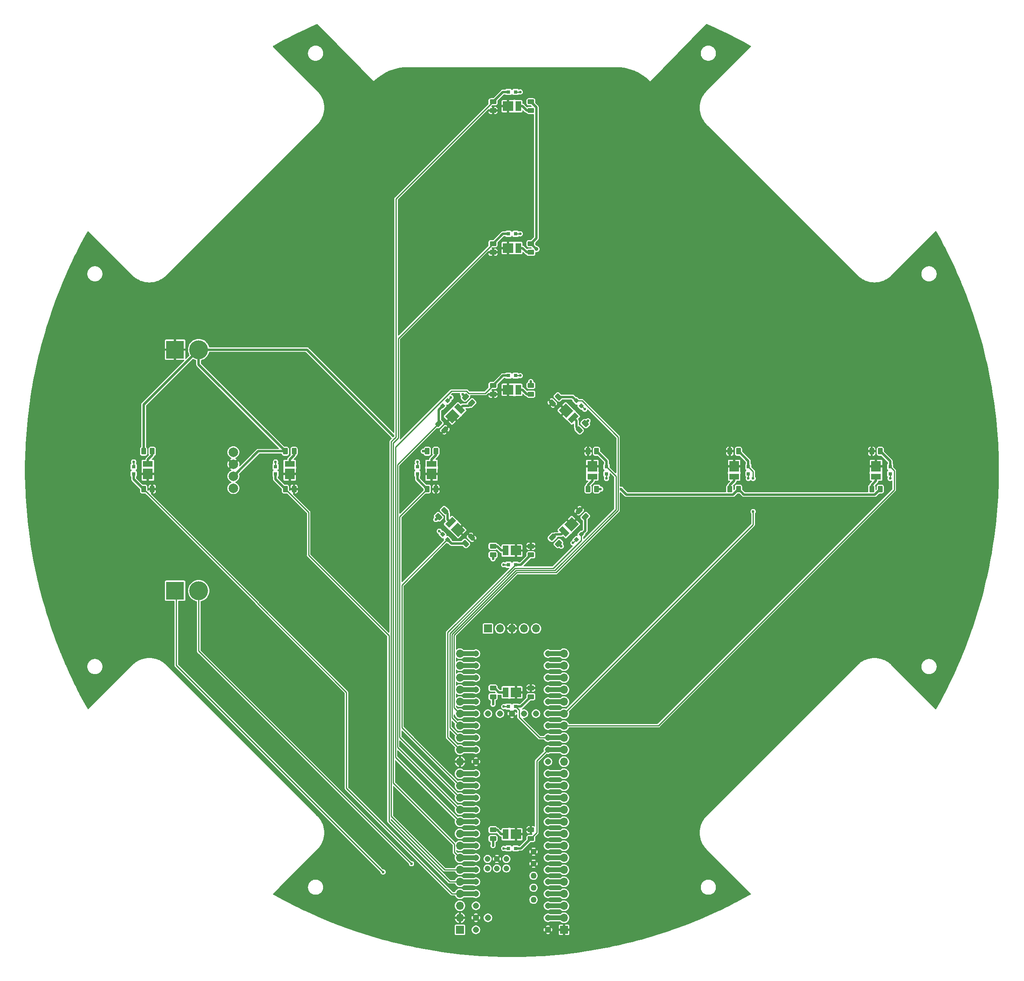
<source format=gbr>
%TF.GenerationSoftware,KiCad,Pcbnew,7.0.6-0*%
%TF.CreationDate,2023-09-14T10:32:23+10:00*%
%TF.ProjectId,Line 3.1,4c696e65-2033-42e3-912e-6b696361645f,rev?*%
%TF.SameCoordinates,Original*%
%TF.FileFunction,Copper,L2,Bot*%
%TF.FilePolarity,Positive*%
%FSLAX46Y46*%
G04 Gerber Fmt 4.6, Leading zero omitted, Abs format (unit mm)*
G04 Created by KiCad (PCBNEW 7.0.6-0) date 2023-09-14 10:32:23*
%MOMM*%
%LPD*%
G01*
G04 APERTURE LIST*
G04 Aperture macros list*
%AMRoundRect*
0 Rectangle with rounded corners*
0 $1 Rounding radius*
0 $2 $3 $4 $5 $6 $7 $8 $9 X,Y pos of 4 corners*
0 Add a 4 corners polygon primitive as box body*
4,1,4,$2,$3,$4,$5,$6,$7,$8,$9,$2,$3,0*
0 Add four circle primitives for the rounded corners*
1,1,$1+$1,$2,$3*
1,1,$1+$1,$4,$5*
1,1,$1+$1,$6,$7*
1,1,$1+$1,$8,$9*
0 Add four rect primitives between the rounded corners*
20,1,$1+$1,$2,$3,$4,$5,0*
20,1,$1+$1,$4,$5,$6,$7,0*
20,1,$1+$1,$6,$7,$8,$9,0*
20,1,$1+$1,$8,$9,$2,$3,0*%
%AMRotRect*
0 Rectangle, with rotation*
0 The origin of the aperture is its center*
0 $1 length*
0 $2 width*
0 $3 Rotation angle, in degrees counterclockwise*
0 Add horizontal line*
21,1,$1,$2,0,0,$3*%
G04 Aperture macros list end*
%TA.AperFunction,ComponentPad*%
%ADD10R,3.800000X3.800000*%
%TD*%
%TA.AperFunction,ComponentPad*%
%ADD11C,4.000000*%
%TD*%
%TA.AperFunction,ComponentPad*%
%ADD12R,1.700000X1.700000*%
%TD*%
%TA.AperFunction,ComponentPad*%
%ADD13O,1.700000X1.700000*%
%TD*%
%TA.AperFunction,ComponentPad*%
%ADD14C,1.308000*%
%TD*%
%TA.AperFunction,ComponentPad*%
%ADD15C,1.258000*%
%TD*%
%TA.AperFunction,ComponentPad*%
%ADD16C,1.208000*%
%TD*%
%TA.AperFunction,ComponentPad*%
%ADD17C,2.000000*%
%TD*%
%TA.AperFunction,SMDPad,CuDef*%
%ADD18R,2.257400X2.108200*%
%TD*%
%TA.AperFunction,SMDPad,CuDef*%
%ADD19R,1.190600X2.108200*%
%TD*%
%TA.AperFunction,SMDPad,CuDef*%
%ADD20RotRect,0.800000X0.800000X45.000000*%
%TD*%
%TA.AperFunction,SMDPad,CuDef*%
%ADD21RoundRect,0.250000X-0.262500X-0.450000X0.262500X-0.450000X0.262500X0.450000X-0.262500X0.450000X0*%
%TD*%
%TA.AperFunction,SMDPad,CuDef*%
%ADD22RoundRect,0.250000X0.450000X-0.262500X0.450000X0.262500X-0.450000X0.262500X-0.450000X-0.262500X0*%
%TD*%
%TA.AperFunction,SMDPad,CuDef*%
%ADD23RoundRect,0.250000X0.262500X0.450000X-0.262500X0.450000X-0.262500X-0.450000X0.262500X-0.450000X0*%
%TD*%
%TA.AperFunction,SMDPad,CuDef*%
%ADD24R,2.108200X2.257400*%
%TD*%
%TA.AperFunction,SMDPad,CuDef*%
%ADD25R,2.108200X1.190600*%
%TD*%
%TA.AperFunction,SMDPad,CuDef*%
%ADD26RotRect,2.257400X2.108200X45.000000*%
%TD*%
%TA.AperFunction,SMDPad,CuDef*%
%ADD27RotRect,1.190600X2.108200X45.000000*%
%TD*%
%TA.AperFunction,SMDPad,CuDef*%
%ADD28R,0.800000X0.800000*%
%TD*%
%TA.AperFunction,SMDPad,CuDef*%
%ADD29RoundRect,0.250000X-0.450000X0.262500X-0.450000X-0.262500X0.450000X-0.262500X0.450000X0.262500X0*%
%TD*%
%TA.AperFunction,SMDPad,CuDef*%
%ADD30RoundRect,0.250000X-0.132583X0.503814X-0.503814X0.132583X0.132583X-0.503814X0.503814X-0.132583X0*%
%TD*%
%TA.AperFunction,SMDPad,CuDef*%
%ADD31RoundRect,0.250000X0.132583X-0.503814X0.503814X-0.132583X-0.132583X0.503814X-0.503814X0.132583X0*%
%TD*%
%TA.AperFunction,SMDPad,CuDef*%
%ADD32RotRect,0.800000X0.800000X225.000000*%
%TD*%
%TA.AperFunction,SMDPad,CuDef*%
%ADD33RoundRect,0.250000X0.503814X0.132583X0.132583X0.503814X-0.503814X-0.132583X-0.132583X-0.503814X0*%
%TD*%
%TA.AperFunction,SMDPad,CuDef*%
%ADD34RotRect,0.800000X0.800000X315.000000*%
%TD*%
%TA.AperFunction,SMDPad,CuDef*%
%ADD35RotRect,0.800000X0.800000X135.000000*%
%TD*%
%TA.AperFunction,SMDPad,CuDef*%
%ADD36RoundRect,0.250000X-0.503814X-0.132583X-0.132583X-0.503814X0.503814X0.132583X0.132583X0.503814X0*%
%TD*%
%TA.AperFunction,SMDPad,CuDef*%
%ADD37RotRect,2.257400X2.108200X225.000000*%
%TD*%
%TA.AperFunction,SMDPad,CuDef*%
%ADD38RotRect,1.190600X2.108200X225.000000*%
%TD*%
%TA.AperFunction,SMDPad,CuDef*%
%ADD39RotRect,2.257400X2.108200X315.000000*%
%TD*%
%TA.AperFunction,SMDPad,CuDef*%
%ADD40RotRect,1.190600X2.108200X315.000000*%
%TD*%
%TA.AperFunction,SMDPad,CuDef*%
%ADD41RotRect,2.257400X2.108200X135.000000*%
%TD*%
%TA.AperFunction,SMDPad,CuDef*%
%ADD42RotRect,1.190600X2.108200X135.000000*%
%TD*%
%TA.AperFunction,ViaPad*%
%ADD43C,0.600000*%
%TD*%
%TA.AperFunction,ViaPad*%
%ADD44C,0.800000*%
%TD*%
%TA.AperFunction,Conductor*%
%ADD45C,0.500000*%
%TD*%
%TA.AperFunction,Conductor*%
%ADD46C,0.250000*%
%TD*%
%TA.AperFunction,Conductor*%
%ADD47C,1.000000*%
%TD*%
G04 APERTURE END LIST*
D10*
%TO.P,J2,1,Pin_1*%
%TO.N,GND*%
X78750000Y-124500000D03*
D11*
%TO.P,J2,2,Pin_2*%
%TO.N,+5V*%
X83750000Y-124500000D03*
%TD*%
D10*
%TO.P,J4,1,Pin_1*%
%TO.N,/19*%
X78750000Y-175500000D03*
D11*
%TO.P,J4,2,Pin_2*%
%TO.N,/18*%
X83750000Y-175500000D03*
%TD*%
D12*
%TO.P,J11,1,Pin_1*%
%TO.N,GND*%
X161000000Y-247220000D03*
D13*
%TO.P,J11,2,Pin_2*%
%TO.N,/0*%
X161000000Y-244680000D03*
%TO.P,J11,3,Pin_3*%
%TO.N,/1*%
X161000000Y-242140000D03*
%TO.P,J11,4,Pin_4*%
%TO.N,/2*%
X161000000Y-239600000D03*
%TO.P,J11,5,Pin_5*%
%TO.N,/3*%
X161000000Y-237060000D03*
%TO.P,J11,6,Pin_6*%
%TO.N,/4*%
X161000000Y-234520000D03*
%TO.P,J11,7,Pin_7*%
%TO.N,/5*%
X161000000Y-231980000D03*
%TO.P,J11,8,Pin_8*%
%TO.N,/6*%
X161000000Y-229440000D03*
%TO.P,J11,9,Pin_9*%
%TO.N,/7*%
X161000000Y-226900000D03*
%TO.P,J11,10,Pin_10*%
%TO.N,/8*%
X161000000Y-224360000D03*
%TO.P,J11,11,Pin_11*%
%TO.N,/9*%
X161000000Y-221820000D03*
%TO.P,J11,12,Pin_12*%
%TO.N,/10*%
X161000000Y-219280000D03*
%TO.P,J11,13,Pin_13*%
%TO.N,/11*%
X161000000Y-216740000D03*
%TO.P,J11,14,Pin_14*%
%TO.N,/12*%
X161000000Y-214200000D03*
%TO.P,J11,15,Pin_15*%
%TO.N,unconnected-(J11-Pin_15-Pad15)*%
X161000000Y-211660000D03*
%TO.P,J11,16,Pin_16*%
%TO.N,/24*%
X161000000Y-209120000D03*
%TO.P,J11,17,Pin_17*%
%TO.N,/25*%
X161000000Y-206580000D03*
%TO.P,J11,18,Pin_18*%
%TO.N,/26*%
X161000000Y-204040000D03*
%TO.P,J11,19,Pin_19*%
%TO.N,/27*%
X161000000Y-201500000D03*
%TO.P,J11,20,Pin_20*%
%TO.N,/28*%
X161000000Y-198960000D03*
%TO.P,J11,21,Pin_21*%
%TO.N,/29*%
X161000000Y-196420000D03*
%TO.P,J11,22,Pin_22*%
%TO.N,/30*%
X161000000Y-193880000D03*
%TO.P,J11,23,Pin_23*%
%TO.N,/31*%
X161000000Y-191340000D03*
%TO.P,J11,24,Pin_24*%
%TO.N,/32*%
X161000000Y-188800000D03*
%TD*%
D12*
%TO.P,J12,1,Pin_1*%
%TO.N,+5V*%
X139000000Y-247220000D03*
D13*
%TO.P,J12,2,Pin_2*%
%TO.N,GND*%
X139000000Y-244680000D03*
%TO.P,J12,3,Pin_3*%
%TO.N,unconnected-(J12-Pin_3-Pad3)*%
X139000000Y-242140000D03*
%TO.P,J12,4,Pin_4*%
%TO.N,/23*%
X139000000Y-239600000D03*
%TO.P,J12,5,Pin_5*%
%TO.N,/22*%
X139000000Y-237060000D03*
%TO.P,J12,6,Pin_6*%
%TO.N,/21*%
X139000000Y-234520000D03*
%TO.P,J12,7,Pin_7*%
%TO.N,/20*%
X139000000Y-231980000D03*
%TO.P,J12,8,Pin_8*%
%TO.N,/19*%
X139000000Y-229440000D03*
%TO.P,J12,9,Pin_9*%
%TO.N,/18*%
X139000000Y-226900000D03*
%TO.P,J12,10,Pin_10*%
%TO.N,/17*%
X139000000Y-224360000D03*
%TO.P,J12,11,Pin_11*%
%TO.N,/16*%
X139000000Y-221820000D03*
%TO.P,J12,12,Pin_12*%
%TO.N,/15*%
X139000000Y-219280000D03*
%TO.P,J12,13,Pin_13*%
%TO.N,/14*%
X139000000Y-216740000D03*
%TO.P,J12,14,Pin_14*%
%TO.N,/13*%
X139000000Y-214200000D03*
%TO.P,J12,15,Pin_15*%
%TO.N,GND*%
X139000000Y-211660000D03*
%TO.P,J12,16,Pin_16*%
%TO.N,/41*%
X139000000Y-209120000D03*
%TO.P,J12,17,Pin_17*%
%TO.N,/40*%
X139000000Y-206580000D03*
%TO.P,J12,18,Pin_18*%
%TO.N,/39*%
X139000000Y-204040000D03*
%TO.P,J12,19,Pin_19*%
%TO.N,/38*%
X139000000Y-201500000D03*
%TO.P,J12,20,Pin_20*%
%TO.N,/37*%
X139000000Y-198960000D03*
%TO.P,J12,21,Pin_21*%
%TO.N,/36*%
X139000000Y-196420000D03*
%TO.P,J12,22,Pin_22*%
%TO.N,/35*%
X139000000Y-193880000D03*
%TO.P,J12,23,Pin_23*%
%TO.N,/34*%
X139000000Y-191340000D03*
%TO.P,J12,24,Pin_24*%
%TO.N,/33*%
X139000000Y-188800000D03*
%TD*%
D14*
%TO.P,U8,0,RX1*%
%TO.N,/0*%
X157620000Y-244680000D03*
%TO.P,U8,1,TX1*%
%TO.N,/1*%
X157620000Y-242140000D03*
%TO.P,U8,2,OUT2*%
%TO.N,/2*%
X157620000Y-239600000D03*
%TO.P,U8,3,LRCLK2*%
%TO.N,/3*%
X157620000Y-237060000D03*
%TO.P,U8,3.3V_1,3.3V*%
%TO.N,unconnected-(U8-3.3V-Pad3.3V_1)*%
X157620000Y-211660000D03*
%TO.P,U8,3.3V_2,3.3V__1*%
%TO.N,unconnected-(U8-3.3V__1-Pad3.3V_2)*%
X142380000Y-242140000D03*
%TO.P,U8,3.3V_3,3.3V__2*%
%TO.N,unconnected-(U8-3.3V__2-Pad3.3V_3)*%
X152540000Y-201500000D03*
%TO.P,U8,4,BCLK2*%
%TO.N,/4*%
X157620000Y-234520000D03*
%TO.P,U8,5,IN2*%
%TO.N,/5*%
X157620000Y-231980000D03*
D15*
%TO.P,U8,5V,5V*%
%TO.N,+5V*%
X154570000Y-240870000D03*
D14*
%TO.P,U8,6,OUT1D*%
%TO.N,/6*%
X157620000Y-229440000D03*
%TO.P,U8,7,RX2*%
%TO.N,/7*%
X157620000Y-226900000D03*
%TO.P,U8,8,TX2*%
%TO.N,/8*%
X157620000Y-224360000D03*
%TO.P,U8,9,OUT1C*%
%TO.N,/9*%
X157620000Y-221820000D03*
%TO.P,U8,10,CS1*%
%TO.N,/10*%
X157620000Y-219280000D03*
%TO.P,U8,11,MOSI*%
%TO.N,/11*%
X157620000Y-216740000D03*
%TO.P,U8,12,MISO*%
%TO.N,/12*%
X157620000Y-214200000D03*
%TO.P,U8,13,SCK*%
%TO.N,/13*%
X142380000Y-214200000D03*
%TO.P,U8,14,A0*%
%TO.N,/14*%
X142380000Y-216740000D03*
%TO.P,U8,15,A1*%
%TO.N,/15*%
X142380000Y-219280000D03*
%TO.P,U8,16,A2*%
%TO.N,/16*%
X142380000Y-221820000D03*
%TO.P,U8,17,A3*%
%TO.N,/17*%
X142380000Y-224360000D03*
%TO.P,U8,18,A4*%
%TO.N,/18*%
X142380000Y-226900000D03*
%TO.P,U8,19,A5*%
%TO.N,/19*%
X142380000Y-229440000D03*
%TO.P,U8,20,A6*%
%TO.N,/20*%
X142380000Y-231980000D03*
%TO.P,U8,21,A7*%
%TO.N,/21*%
X142380000Y-234520000D03*
%TO.P,U8,22,A8*%
%TO.N,/22*%
X142380000Y-237060000D03*
%TO.P,U8,23,A9*%
%TO.N,/23*%
X142380000Y-239600000D03*
%TO.P,U8,24,A10*%
%TO.N,/24*%
X157620000Y-209120000D03*
%TO.P,U8,25,A11*%
%TO.N,/25*%
X157620000Y-206580000D03*
%TO.P,U8,26,A12*%
%TO.N,/26*%
X157620000Y-204040000D03*
%TO.P,U8,27,A13*%
%TO.N,/27*%
X157620000Y-201500000D03*
%TO.P,U8,28,RX7*%
%TO.N,/28*%
X157620000Y-198960000D03*
%TO.P,U8,29,TX7*%
%TO.N,/29*%
X157620000Y-196420000D03*
%TO.P,U8,30,CRX3*%
%TO.N,/30*%
X157620000Y-193880000D03*
%TO.P,U8,31,CTX3*%
%TO.N,/31*%
X157620000Y-191340000D03*
%TO.P,U8,32,OUT1B*%
%TO.N,/32*%
X157620000Y-188800000D03*
%TO.P,U8,33,MCLK2*%
%TO.N,/33*%
X142380000Y-188800000D03*
%TO.P,U8,34,RX8*%
%TO.N,/34*%
X142380000Y-191340000D03*
%TO.P,U8,35,TX8*%
%TO.N,/35*%
X142380000Y-193880000D03*
%TO.P,U8,36,CS2*%
%TO.N,/36*%
X142380000Y-196420000D03*
%TO.P,U8,37,CS3*%
%TO.N,/37*%
X142380000Y-198960000D03*
%TO.P,U8,38,A14*%
%TO.N,/38*%
X142380000Y-201500000D03*
%TO.P,U8,39,A15*%
%TO.N,/39*%
X142380000Y-204040000D03*
%TO.P,U8,40,A16*%
%TO.N,/40*%
X142380000Y-206580000D03*
%TO.P,U8,41,A17*%
%TO.N,/41*%
X142380000Y-209120000D03*
D15*
%TO.P,U8,D+,D+*%
%TO.N,unconnected-(U8-PadD+)*%
X154570000Y-235790000D03*
%TO.P,U8,D-,D-*%
%TO.N,unconnected-(U8-PadD-)*%
X154570000Y-238330000D03*
D14*
%TO.P,U8,GND1,GND*%
%TO.N,GND*%
X157620000Y-247220000D03*
%TO.P,U8,GND2,GND__1*%
X142380000Y-211660000D03*
%TO.P,U8,GND3,GND__2*%
X142380000Y-244680000D03*
%TO.P,U8,GND4,GND__3*%
X150000000Y-201500000D03*
D16*
%TO.P,U8,GND5,GND__4*%
X146830000Y-232250000D03*
%TO.P,U8,LED,LED*%
%TO.N,unconnected-(U8-PadLED)*%
X146830000Y-234250000D03*
D14*
%TO.P,U8,ON/OFF,ON/OFF*%
%TO.N,/ON{slash}OFF*%
X144920000Y-201500000D03*
%TO.P,U8,PROGRAM,PROGRAM*%
%TO.N,/PROGRAM*%
X147460000Y-201500000D03*
D16*
%TO.P,U8,R+,R+*%
%TO.N,unconnected-(U8-PadR+)*%
X144830000Y-234250000D03*
%TO.P,U8,R-,R-*%
%TO.N,unconnected-(U8-PadR-)*%
X144830000Y-232250000D03*
%TO.P,U8,T+,T+*%
%TO.N,unconnected-(U8-PadT+)*%
X148830000Y-232250000D03*
%TO.P,U8,T-,T-*%
%TO.N,unconnected-(U8-PadT-)*%
X148830000Y-234250000D03*
D15*
%TO.P,U8,USB_GND1,USB_GND*%
%TO.N,GND*%
X154570000Y-233250000D03*
%TO.P,U8,USB_GND2,USB_GND__1*%
X154570000Y-230710000D03*
D14*
%TO.P,U8,VBAT,VBAT*%
%TO.N,unconnected-(U8-PadVBAT)*%
X155080000Y-201500000D03*
%TO.P,U8,VIN,VIN*%
%TO.N,+5V*%
X142380000Y-247220000D03*
%TO.P,U8,VUSB,VUSB*%
%TO.N,unconnected-(U8-PadVUSB)*%
X144920000Y-244680000D03*
%TD*%
D12*
%TO.P,J13,1,Pin_1*%
%TO.N,/ON{slash}OFF*%
X144925000Y-183500000D03*
D13*
%TO.P,J13,2,Pin_2*%
%TO.N,/PROGRAM*%
X147465000Y-183500000D03*
%TO.P,J13,3,Pin_3*%
%TO.N,GND*%
X150005000Y-183500000D03*
%TO.P,J13,4,Pin_4*%
%TO.N,unconnected-(J13-Pin_4-Pad4)*%
X152545000Y-183500000D03*
%TO.P,J13,5,Pin_5*%
%TO.N,unconnected-(J13-Pin_5-Pad5)*%
X155085000Y-183500000D03*
%TD*%
D17*
%TO.P,U1,1,SHDN*%
%TO.N,unconnected-(U1-SHDN-Pad1)*%
X91080000Y-153810000D03*
%TO.P,U1,2,VIN*%
%TO.N,+5V*%
X91080000Y-151270000D03*
%TO.P,U1,3,GND*%
%TO.N,GND*%
X91080000Y-148730000D03*
%TO.P,U1,4,VOUT*%
%TO.N,+3V3*%
X91080000Y-146190000D03*
%TD*%
D18*
%TO.P,LED5,1*%
%TO.N,GND*%
X149176100Y-103000000D03*
D19*
%TO.P,LED5,2*%
%TO.N,Net-(LED5-Pad2)*%
X151357300Y-103000000D03*
%TD*%
D20*
%TO.P,A12,1*%
%TO.N,+3V3*%
X163611806Y-164672466D03*
%TO.P,A12,2*%
%TO.N,/40*%
X164672466Y-163611806D03*
%TD*%
D21*
%TO.P,R14,1*%
%TO.N,GND*%
X196087500Y-146000000D03*
%TO.P,R14,2*%
%TO.N,/27*%
X197912500Y-146000000D03*
%TD*%
%TO.P,R4,1*%
%TO.N,+5V*%
X72087500Y-146000000D03*
%TO.P,R4,2*%
%TO.N,Net-(LED4-Pad2)*%
X73912500Y-146000000D03*
%TD*%
D22*
%TO.P,R13,1*%
%TO.N,GND*%
X146000000Y-103912500D03*
%TO.P,R13,2*%
%TO.N,/20*%
X146000000Y-102087500D03*
%TD*%
D23*
%TO.P,R19,1*%
%TO.N,+5V*%
X167912500Y-154000000D03*
%TO.P,R19,2*%
%TO.N,Net-(LED11-Pad2)*%
X166087500Y-154000000D03*
%TD*%
D24*
%TO.P,LED2,1*%
%TO.N,GND*%
X227000000Y-149176100D03*
D25*
%TO.P,LED2,2*%
%TO.N,Net-(LED2-Pad2)*%
X227000000Y-151357300D03*
%TD*%
D26*
%TO.P,LED16,1*%
%TO.N,GND*%
X137396600Y-138561770D03*
D27*
%TO.P,LED16,2*%
%TO.N,Net-(LED16-Pad2)*%
X138938941Y-137019429D03*
%TD*%
D21*
%TO.P,R23,1*%
%TO.N,+5V*%
X132087500Y-146000000D03*
%TO.P,R23,2*%
%TO.N,Net-(LED15-Pad2)*%
X133912500Y-146000000D03*
%TD*%
D28*
%TO.P,A3,1*%
%TO.N,+3V3*%
X149250000Y-230000000D03*
%TO.P,A3,2*%
%TO.N,/24*%
X150750000Y-230000000D03*
%TD*%
D23*
%TO.P,R16,1*%
%TO.N,GND*%
X103912500Y-154000000D03*
%TO.P,R16,2*%
%TO.N,/22*%
X102087500Y-154000000D03*
%TD*%
D28*
%TO.P,A2,1*%
%TO.N,+3V3*%
X230000000Y-150750000D03*
%TO.P,A2,2*%
%TO.N,/26*%
X230000000Y-149250000D03*
%TD*%
D18*
%TO.P,LED3,1*%
%TO.N,GND*%
X150823900Y-227000000D03*
D19*
%TO.P,LED3,2*%
%TO.N,Net-(LED3-Pad2)*%
X148642700Y-227000000D03*
%TD*%
D29*
%TO.P,R11,1*%
%TO.N,GND*%
X154000000Y-226087500D03*
%TO.P,R11,2*%
%TO.N,/24*%
X154000000Y-227912500D03*
%TD*%
D30*
%TO.P,R18,1*%
%TO.N,+5V*%
X165494477Y-140162377D03*
%TO.P,R18,2*%
%TO.N,Net-(LED10-Pad2)*%
X164204007Y-141452847D03*
%TD*%
D22*
%TO.P,R7,1*%
%TO.N,+5V*%
X146000000Y-197912500D03*
%TO.P,R7,2*%
%TO.N,Net-(LED7-Pad2)*%
X146000000Y-196087500D03*
%TD*%
%TO.P,R3,1*%
%TO.N,+5V*%
X146000000Y-227912500D03*
%TO.P,R3,2*%
%TO.N,Net-(LED3-Pad2)*%
X146000000Y-226087500D03*
%TD*%
D31*
%TO.P,R26,1*%
%TO.N,GND*%
X158547153Y-135795993D03*
%TO.P,R26,2*%
%TO.N,/38*%
X159837623Y-134505523D03*
%TD*%
D32*
%TO.P,A16,1*%
%TO.N,+3V3*%
X136388194Y-135327534D03*
%TO.P,A16,2*%
%TO.N,/16*%
X135327534Y-136388194D03*
%TD*%
D24*
%TO.P,LED6,1*%
%TO.N,GND*%
X197000000Y-149176100D03*
D25*
%TO.P,LED6,2*%
%TO.N,Net-(LED6-Pad2)*%
X197000000Y-151357300D03*
%TD*%
D33*
%TO.P,R32,1*%
%TO.N,GND*%
X135795993Y-141452847D03*
%TO.P,R32,2*%
%TO.N,/16*%
X134505523Y-140162377D03*
%TD*%
D34*
%TO.P,A14,1*%
%TO.N,+3V3*%
X135327534Y-163611806D03*
%TO.P,A14,2*%
%TO.N,/14*%
X136388194Y-164672466D03*
%TD*%
D23*
%TO.P,R6,1*%
%TO.N,+5V*%
X197912500Y-154000000D03*
%TO.P,R6,2*%
%TO.N,Net-(LED6-Pad2)*%
X196087500Y-154000000D03*
%TD*%
D29*
%TO.P,R15,1*%
%TO.N,GND*%
X154000000Y-196087500D03*
%TO.P,R15,2*%
%TO.N,/25*%
X154000000Y-197912500D03*
%TD*%
D35*
%TO.P,A10,1*%
%TO.N,+3V3*%
X164672466Y-136388194D03*
%TO.P,A10,2*%
%TO.N,/38*%
X163611806Y-135327534D03*
%TD*%
D22*
%TO.P,R25,1*%
%TO.N,GND*%
X146000000Y-133912500D03*
%TO.P,R25,2*%
%TO.N,/17*%
X146000000Y-132087500D03*
%TD*%
D28*
%TO.P,A13,1*%
%TO.N,+3V3*%
X149250000Y-170000000D03*
%TO.P,A13,2*%
%TO.N,/41*%
X150750000Y-170000000D03*
%TD*%
D36*
%TO.P,R28,1*%
%TO.N,GND*%
X164204007Y-158547153D03*
%TO.P,R28,2*%
%TO.N,/40*%
X165494477Y-159837623D03*
%TD*%
D21*
%TO.P,R10,1*%
%TO.N,GND*%
X226087500Y-146000000D03*
%TO.P,R10,2*%
%TO.N,/26*%
X227912500Y-146000000D03*
%TD*%
D37*
%TO.P,LED12,1*%
%TO.N,GND*%
X162603400Y-161438230D03*
D38*
%TO.P,LED12,2*%
%TO.N,Net-(LED12-Pad2)*%
X161061059Y-162980571D03*
%TD*%
D18*
%TO.P,LED7,1*%
%TO.N,GND*%
X150823900Y-197000000D03*
D19*
%TO.P,LED7,2*%
%TO.N,Net-(LED7-Pad2)*%
X148642700Y-197000000D03*
%TD*%
D31*
%TO.P,R22,1*%
%TO.N,+5V*%
X134505523Y-159837623D03*
%TO.P,R22,2*%
%TO.N,Net-(LED14-Pad2)*%
X135795993Y-158547153D03*
%TD*%
D24*
%TO.P,LED11,1*%
%TO.N,GND*%
X167000000Y-149176100D03*
D25*
%TO.P,LED11,2*%
%TO.N,Net-(LED11-Pad2)*%
X167000000Y-151357300D03*
%TD*%
D21*
%TO.P,R27,1*%
%TO.N,GND*%
X166087500Y-146000000D03*
%TO.P,R27,2*%
%TO.N,/39*%
X167912500Y-146000000D03*
%TD*%
D28*
%TO.P,A15,1*%
%TO.N,+3V3*%
X130000000Y-149250000D03*
%TO.P,A15,2*%
%TO.N,/15*%
X130000000Y-150750000D03*
%TD*%
%TO.P,A6,1*%
%TO.N,+3V3*%
X200000000Y-150750000D03*
%TO.P,A6,2*%
%TO.N,/27*%
X200000000Y-149250000D03*
%TD*%
D18*
%TO.P,LED1,1*%
%TO.N,GND*%
X149176100Y-73000000D03*
D19*
%TO.P,LED1,2*%
%TO.N,Net-(LED1-Pad2)*%
X151357300Y-73000000D03*
%TD*%
D28*
%TO.P,A9,1*%
%TO.N,+3V3*%
X150750000Y-130000000D03*
%TO.P,A9,2*%
%TO.N,/17*%
X149250000Y-130000000D03*
%TD*%
D22*
%TO.P,R21,1*%
%TO.N,+5V*%
X146000000Y-167912500D03*
%TO.P,R21,2*%
%TO.N,Net-(LED13-Pad2)*%
X146000000Y-166087500D03*
%TD*%
D18*
%TO.P,LED13,1*%
%TO.N,GND*%
X150823900Y-167000000D03*
D19*
%TO.P,LED13,2*%
%TO.N,Net-(LED13-Pad2)*%
X148642700Y-167000000D03*
%TD*%
D24*
%TO.P,LED8,1*%
%TO.N,GND*%
X103000000Y-150823900D03*
D25*
%TO.P,LED8,2*%
%TO.N,Net-(LED8-Pad2)*%
X103000000Y-148642700D03*
%TD*%
D28*
%TO.P,A1,1*%
%TO.N,+3V3*%
X150750000Y-70000000D03*
%TO.P,A1,2*%
%TO.N,/21*%
X149250000Y-70000000D03*
%TD*%
%TO.P,A8,1*%
%TO.N,+3V3*%
X100000000Y-149250000D03*
%TO.P,A8,2*%
%TO.N,/22*%
X100000000Y-150750000D03*
%TD*%
D23*
%TO.P,R2,1*%
%TO.N,+5V*%
X227912500Y-154000000D03*
%TO.P,R2,2*%
%TO.N,Net-(LED2-Pad2)*%
X226087500Y-154000000D03*
%TD*%
D39*
%TO.P,LED10,1*%
%TO.N,GND*%
X161438230Y-137396600D03*
D40*
%TO.P,LED10,2*%
%TO.N,Net-(LED10-Pad2)*%
X162980571Y-138938941D03*
%TD*%
D29*
%TO.P,R1,1*%
%TO.N,+5V*%
X154000000Y-72087500D03*
%TO.P,R1,2*%
%TO.N,Net-(LED1-Pad2)*%
X154000000Y-73912500D03*
%TD*%
D33*
%TO.P,R20,1*%
%TO.N,+5V*%
X159837623Y-165494477D03*
%TO.P,R20,2*%
%TO.N,Net-(LED12-Pad2)*%
X158547153Y-164204007D03*
%TD*%
D22*
%TO.P,R9,1*%
%TO.N,GND*%
X146000000Y-73912500D03*
%TO.P,R9,2*%
%TO.N,/21*%
X146000000Y-72087500D03*
%TD*%
D21*
%TO.P,R8,1*%
%TO.N,+5V*%
X102087500Y-146000000D03*
%TO.P,R8,2*%
%TO.N,Net-(LED8-Pad2)*%
X103912500Y-146000000D03*
%TD*%
D29*
%TO.P,R29,1*%
%TO.N,GND*%
X154000000Y-166087500D03*
%TO.P,R29,2*%
%TO.N,/41*%
X154000000Y-167912500D03*
%TD*%
D23*
%TO.P,R31,1*%
%TO.N,GND*%
X133912500Y-154000000D03*
%TO.P,R31,2*%
%TO.N,/15*%
X132087500Y-154000000D03*
%TD*%
D29*
%TO.P,R5,1*%
%TO.N,+5V*%
X154000000Y-102087500D03*
%TO.P,R5,2*%
%TO.N,Net-(LED5-Pad2)*%
X154000000Y-103912500D03*
%TD*%
D28*
%TO.P,A5,1*%
%TO.N,+3V3*%
X150750000Y-100000000D03*
%TO.P,A5,2*%
%TO.N,/20*%
X149250000Y-100000000D03*
%TD*%
D36*
%TO.P,R24,1*%
%TO.N,+5V*%
X140162377Y-134505523D03*
%TO.P,R24,2*%
%TO.N,Net-(LED16-Pad2)*%
X141452847Y-135795993D03*
%TD*%
D28*
%TO.P,A4,1*%
%TO.N,+3V3*%
X70000000Y-149250000D03*
%TO.P,A4,2*%
%TO.N,/23*%
X70000000Y-150750000D03*
%TD*%
D18*
%TO.P,LED9,1*%
%TO.N,GND*%
X149176100Y-133000000D03*
D19*
%TO.P,LED9,2*%
%TO.N,Net-(LED9-Pad2)*%
X151357300Y-133000000D03*
%TD*%
D30*
%TO.P,R30,1*%
%TO.N,GND*%
X141452847Y-164204007D03*
%TO.P,R30,2*%
%TO.N,/14*%
X140162377Y-165494477D03*
%TD*%
D28*
%TO.P,A11,1*%
%TO.N,+3V3*%
X170000000Y-150750000D03*
%TO.P,A11,2*%
%TO.N,/39*%
X170000000Y-149250000D03*
%TD*%
D41*
%TO.P,LED14,1*%
%TO.N,GND*%
X138561770Y-162603400D03*
D42*
%TO.P,LED14,2*%
%TO.N,Net-(LED14-Pad2)*%
X137019429Y-161061059D03*
%TD*%
D28*
%TO.P,A7,1*%
%TO.N,+3V3*%
X149250000Y-200000000D03*
%TO.P,A7,2*%
%TO.N,/25*%
X150750000Y-200000000D03*
%TD*%
D24*
%TO.P,LED4,1*%
%TO.N,GND*%
X73000000Y-150823900D03*
D25*
%TO.P,LED4,2*%
%TO.N,Net-(LED4-Pad2)*%
X73000000Y-148642700D03*
%TD*%
D23*
%TO.P,R12,1*%
%TO.N,GND*%
X73912500Y-154000000D03*
%TO.P,R12,2*%
%TO.N,/23*%
X72087500Y-154000000D03*
%TD*%
D24*
%TO.P,LED15,1*%
%TO.N,GND*%
X133000000Y-150823900D03*
D25*
%TO.P,LED15,2*%
%TO.N,Net-(LED15-Pad2)*%
X133000000Y-148642700D03*
%TD*%
D29*
%TO.P,R17,1*%
%TO.N,+5V*%
X154000000Y-132087500D03*
%TO.P,R17,2*%
%TO.N,Net-(LED9-Pad2)*%
X154000000Y-133912500D03*
%TD*%
D43*
%TO.N,+5V*%
X146000000Y-229424508D03*
X154000000Y-131250000D03*
X168750000Y-154000000D03*
X146000000Y-168750000D03*
X131250000Y-146000000D03*
X160429825Y-166086679D03*
X133913321Y-160429825D03*
X124875000Y-142750000D03*
D44*
X155181877Y-103218715D03*
D43*
X139570175Y-133913321D03*
X146000000Y-199510000D03*
X173074500Y-154000000D03*
X166086679Y-139570175D03*
%TO.N,/18*%
X128750000Y-233250000D03*
%TO.N,/19*%
X122750000Y-235000000D03*
%TO.N,/27*%
X201000000Y-158750000D03*
X201000000Y-151750000D03*
%TO.N,+3V3*%
X148250000Y-170000000D03*
X230000000Y-151750000D03*
X151750000Y-130000000D03*
X70000000Y-148250000D03*
X148250000Y-230000000D03*
X162904699Y-165379572D03*
X170000000Y-151750000D03*
X151750000Y-100000000D03*
X134620428Y-162904699D03*
X130000000Y-148250000D03*
X137095301Y-134620428D03*
X151750000Y-70000000D03*
X148250000Y-200000000D03*
X200000000Y-151750000D03*
X165379572Y-137095301D03*
X100000000Y-148250000D03*
%TD*%
D45*
%TO.N,GND*%
X146000000Y-103912500D02*
X145837500Y-103912500D01*
D46*
X150823900Y-167000000D02*
X151750000Y-167000000D01*
D47*
%TO.N,/2*%
X157620000Y-239600000D02*
X161000000Y-239600000D01*
D45*
%TO.N,+5V*%
X167912500Y-154000000D02*
X168750000Y-154000000D01*
X196762500Y-155150000D02*
X174224500Y-155150000D01*
X226762500Y-155150000D02*
X199062500Y-155150000D01*
X83750000Y-124500000D02*
X72087500Y-136162500D01*
X154000000Y-132087500D02*
X154000000Y-131250000D01*
X102087500Y-146000000D02*
X96350000Y-146000000D01*
X159837623Y-165494477D02*
X160429825Y-166086679D01*
X155150000Y-73237500D02*
X155150000Y-100937500D01*
X199062500Y-155150000D02*
X197912500Y-154000000D01*
X155150000Y-100937500D02*
X154000000Y-102087500D01*
X146000000Y-199510000D02*
X146000000Y-197912500D01*
X154000000Y-72087500D02*
X155150000Y-73237500D01*
X174224500Y-155150000D02*
X173074500Y-154000000D01*
X140162377Y-134505523D02*
X139570175Y-133913321D01*
X83750000Y-127662500D02*
X102087500Y-146000000D01*
X227912500Y-154000000D02*
X226762500Y-155150000D01*
X83750000Y-124500000D02*
X106625000Y-124500000D01*
X132087500Y-146000000D02*
X131250000Y-146000000D01*
X83750000Y-124500000D02*
X83750000Y-127662500D01*
X146000000Y-168750000D02*
X146000000Y-167912500D01*
X165494477Y-140162377D02*
X166086679Y-139570175D01*
X197912500Y-154000000D02*
X196762500Y-155150000D01*
X134505523Y-159837623D02*
X133913321Y-160429825D01*
X146000000Y-227912500D02*
X146000000Y-229250000D01*
X72087500Y-136162500D02*
X72087500Y-146000000D01*
X96350000Y-146000000D02*
X91080000Y-151270000D01*
X106625000Y-124500000D02*
X124875000Y-142750000D01*
X154000000Y-102087500D02*
X155150000Y-103237500D01*
D47*
%TO.N,/30*%
X157620000Y-193880000D02*
X161000000Y-193880000D01*
%TO.N,/31*%
X157620000Y-191340000D02*
X161000000Y-191340000D01*
%TO.N,/28*%
X157620000Y-198960000D02*
X161000000Y-198960000D01*
%TO.N,/29*%
X157620000Y-196420000D02*
X161000000Y-196420000D01*
%TO.N,/34*%
X139000000Y-191340000D02*
X142380000Y-191340000D01*
%TO.N,/35*%
X139000000Y-193880000D02*
X142380000Y-193880000D01*
%TO.N,/7*%
X157620000Y-226900000D02*
X161000000Y-226900000D01*
%TO.N,/8*%
X157620000Y-224360000D02*
X161000000Y-224360000D01*
%TO.N,/32*%
X157620000Y-188800000D02*
X161000000Y-188800000D01*
%TO.N,/18*%
X139000000Y-226900000D02*
X142380000Y-226900000D01*
D46*
X83750000Y-188250000D02*
X83750000Y-175500000D01*
X128750000Y-233250000D02*
X83750000Y-188250000D01*
%TO.N,/19*%
X79000000Y-175750000D02*
X78750000Y-175500000D01*
X122750000Y-235000000D02*
X79000000Y-191250000D01*
D47*
X139000000Y-229440000D02*
X142380000Y-229440000D01*
D46*
X79000000Y-191250000D02*
X79000000Y-175750000D01*
D47*
%TO.N,/0*%
X157620000Y-244680000D02*
X161000000Y-244680000D01*
%TO.N,/1*%
X157620000Y-242140000D02*
X161000000Y-242140000D01*
%TO.N,/3*%
X157620000Y-237060000D02*
X161000000Y-237060000D01*
%TO.N,/4*%
X161000000Y-234520000D02*
X157620000Y-234520000D01*
%TO.N,/5*%
X157620000Y-231980000D02*
X161000000Y-231980000D01*
%TO.N,/6*%
X161000000Y-229440000D02*
X157620000Y-229440000D01*
%TO.N,/9*%
X157620000Y-221820000D02*
X161000000Y-221820000D01*
%TO.N,/10*%
X157620000Y-219280000D02*
X161000000Y-219280000D01*
%TO.N,/11*%
X157620000Y-216740000D02*
X161000000Y-216740000D01*
%TO.N,/12*%
X157620000Y-214200000D02*
X161000000Y-214200000D01*
%TO.N,/24*%
X157620000Y-209120000D02*
X161000000Y-209120000D01*
D45*
X151912500Y-230000000D02*
X154000000Y-227912500D01*
D46*
X155250000Y-211490000D02*
X157620000Y-209120000D01*
X154000000Y-227912500D02*
X155250000Y-226662500D01*
X155250000Y-226662500D02*
X155250000Y-211490000D01*
D45*
X150750000Y-230000000D02*
X151912500Y-230000000D01*
D46*
%TO.N,/25*%
X151500000Y-200750000D02*
X151500000Y-202250000D01*
X155830000Y-206580000D02*
X157620000Y-206580000D01*
X151500000Y-202250000D02*
X155830000Y-206580000D01*
D45*
X151912500Y-200000000D02*
X154000000Y-197912500D01*
X150750000Y-200000000D02*
X151912500Y-200000000D01*
D46*
X150750000Y-200000000D02*
X151500000Y-200750000D01*
D47*
X157620000Y-206580000D02*
X161000000Y-206580000D01*
D46*
%TO.N,/14*%
X126700000Y-174300000D02*
X126700000Y-204440000D01*
X136327534Y-164672466D02*
X126700000Y-174300000D01*
D47*
X139000000Y-216740000D02*
X142380000Y-216740000D01*
D45*
X136388194Y-164672466D02*
X137210206Y-165494478D01*
X137210206Y-165494477D02*
X140162377Y-165494477D01*
D46*
X126700000Y-204440000D02*
X139000000Y-216740000D01*
X136388194Y-164672466D02*
X136327534Y-164672466D01*
%TO.N,/15*%
X126250000Y-159837500D02*
X126250000Y-206530000D01*
D47*
X139000000Y-219280000D02*
X142380000Y-219280000D01*
D45*
X130000000Y-151912500D02*
X132087500Y-154000000D01*
X130000000Y-150750000D02*
X130000000Y-151912500D01*
D46*
X132087500Y-154000000D02*
X126250000Y-159837500D01*
X126250000Y-206530000D02*
X139000000Y-219280000D01*
D45*
%TO.N,/23*%
X70000000Y-151912500D02*
X72087500Y-154000000D01*
D46*
X96130923Y-178145423D02*
X115000000Y-197014500D01*
X115000000Y-197014500D02*
X115000000Y-217250000D01*
D45*
X70000000Y-150750000D02*
X70000000Y-151912500D01*
D46*
X96130923Y-178043423D02*
X96130923Y-178145423D01*
X137350000Y-239600000D02*
X139000000Y-239600000D01*
X115000000Y-217250000D02*
X137350000Y-239600000D01*
D47*
X139000000Y-239600000D02*
X142380000Y-239600000D01*
D46*
X72087500Y-154000000D02*
X96130923Y-178043423D01*
%TO.N,/22*%
X124000000Y-185000000D02*
X124000000Y-224250000D01*
X102087500Y-154000000D02*
X107000000Y-158912500D01*
D47*
X139000000Y-237060000D02*
X142380000Y-237060000D01*
D45*
X100000000Y-150750000D02*
X100000000Y-151912500D01*
D46*
X124000000Y-224250000D02*
X136810000Y-237060000D01*
X107000000Y-158912500D02*
X107000000Y-168000000D01*
X107000000Y-168000000D02*
X124000000Y-185000000D01*
X136810000Y-237060000D02*
X139000000Y-237060000D01*
D45*
X100000000Y-151912500D02*
X102087500Y-154000000D01*
%TO.N,/21*%
X149250000Y-70000000D02*
X148087500Y-70000000D01*
D46*
X125500000Y-92587500D02*
X146000000Y-72087500D01*
X135770000Y-234520000D02*
X124450000Y-223200000D01*
D47*
X139000000Y-234520000D02*
X142380000Y-234520000D01*
D45*
X148087500Y-70000000D02*
X146000000Y-72087500D01*
D46*
X124450000Y-223200000D02*
X124450000Y-143988172D01*
X125133884Y-143375000D02*
X125500000Y-143008884D01*
X125500000Y-143008884D02*
X125500000Y-92587500D01*
X139000000Y-234520000D02*
X135770000Y-234520000D01*
X125063172Y-143375000D02*
X125133884Y-143375000D01*
X124450000Y-143988172D02*
X125063172Y-143375000D01*
D47*
%TO.N,/20*%
X139000000Y-231980000D02*
X142380000Y-231980000D01*
D46*
X124900000Y-216150000D02*
X124900000Y-144245280D01*
D45*
X149250000Y-100000000D02*
X148087500Y-100000000D01*
D46*
X137825000Y-229075000D02*
X124900000Y-216150000D01*
X137825000Y-230805000D02*
X137825000Y-229075000D01*
X125950000Y-143195280D02*
X125950000Y-122137500D01*
D45*
X148087500Y-100000000D02*
X146000000Y-102087500D01*
D46*
X124900000Y-144245280D02*
X125950000Y-143195280D01*
X139000000Y-231980000D02*
X137825000Y-230805000D01*
X125950000Y-122137500D02*
X146000000Y-102087500D01*
D45*
%TO.N,/17*%
X149250000Y-130000000D02*
X148087500Y-130000000D01*
X148087500Y-130000000D02*
X146000000Y-132087500D01*
D46*
X144337500Y-133750000D02*
X140856423Y-133750000D01*
X137211679Y-133288321D02*
X125350000Y-145150000D01*
X125350000Y-210710000D02*
X139000000Y-224360000D01*
X140856423Y-133750000D02*
X140394744Y-133288321D01*
X146000000Y-132087500D02*
X144337500Y-133750000D01*
X140394744Y-133288321D02*
X137211679Y-133288321D01*
X125350000Y-145150000D02*
X125350000Y-210710000D01*
D47*
X139000000Y-224360000D02*
X142380000Y-224360000D01*
D46*
%TO.N,/16*%
X125800000Y-148867900D02*
X125800000Y-208620000D01*
X134505523Y-140162377D02*
X125800000Y-148867900D01*
D45*
X134505523Y-137210206D02*
X134505523Y-140162377D01*
D46*
X125800000Y-208620000D02*
X139000000Y-221820000D01*
D47*
X139000000Y-221820000D02*
X142380000Y-221820000D01*
D45*
X135327534Y-136388194D02*
X134505522Y-137210206D01*
D47*
%TO.N,/13*%
X139000000Y-214200000D02*
X142380000Y-214200000D01*
D46*
%TO.N,/41*%
X150750000Y-170000000D02*
X136400000Y-184350000D01*
D45*
X150750000Y-170000000D02*
X151912500Y-170000000D01*
X151912500Y-170000000D02*
X154000000Y-167912500D01*
D46*
X136400000Y-185110000D02*
X136400000Y-206520000D01*
X136400000Y-184350000D02*
X136400000Y-185110000D01*
X136400000Y-206520000D02*
X139000000Y-209120000D01*
D47*
X139000000Y-209120000D02*
X142380000Y-209120000D01*
D46*
%TO.N,/40*%
X164672466Y-164813888D02*
X158736354Y-170750000D01*
X136850000Y-185296396D02*
X136850000Y-204430000D01*
X150636396Y-170750000D02*
X136850000Y-184536396D01*
D47*
X139000000Y-206580000D02*
X142380000Y-206580000D01*
D45*
X164672466Y-163611806D02*
X165494478Y-162789794D01*
D46*
X164672466Y-163611806D02*
X164672466Y-164813888D01*
X158736354Y-170750000D02*
X150636396Y-170750000D01*
X136850000Y-204430000D02*
X139000000Y-206580000D01*
X136850000Y-184536396D02*
X136850000Y-185296396D01*
D45*
X165494477Y-162789794D02*
X165494477Y-159837623D01*
D47*
%TO.N,/39*%
X139000000Y-204040000D02*
X142380000Y-204040000D01*
D46*
X137300000Y-202349239D02*
X139000000Y-204049239D01*
X172000000Y-158308765D02*
X159108765Y-171200000D01*
D45*
X170000000Y-148087500D02*
X167912500Y-146000000D01*
D46*
X159108765Y-171200000D02*
X150822792Y-171200000D01*
X137300000Y-185482792D02*
X137300000Y-202349239D01*
X137300000Y-184722792D02*
X137300000Y-185482792D01*
X172000000Y-151259239D02*
X172000000Y-158308765D01*
X170000000Y-149259239D02*
X172000000Y-151259239D01*
D45*
X170000000Y-149250000D02*
X170000000Y-148087500D01*
D46*
X150822792Y-171200000D02*
X137300000Y-184722792D01*
%TO.N,/38*%
X172450000Y-158495161D02*
X159295161Y-171650000D01*
X159295161Y-171650000D02*
X151009188Y-171650000D01*
X164813888Y-135327534D02*
X172450000Y-142963646D01*
X137750000Y-200250000D02*
X139000000Y-201500000D01*
X137750000Y-184909188D02*
X137750000Y-185669188D01*
X151009188Y-171650000D02*
X137750000Y-184909188D01*
D45*
X162789794Y-134505523D02*
X159837623Y-134505523D01*
D47*
X139000000Y-201500000D02*
X142380000Y-201500000D01*
D46*
X137750000Y-185669188D02*
X137750000Y-200250000D01*
D45*
X163611806Y-135327534D02*
X162789794Y-134505522D01*
D46*
X172450000Y-142963646D02*
X172450000Y-158495161D01*
X163611806Y-135327534D02*
X164813888Y-135327534D01*
D47*
%TO.N,/37*%
X139000000Y-198960000D02*
X142380000Y-198960000D01*
%TO.N,/36*%
X139000000Y-196420000D02*
X142380000Y-196420000D01*
%TO.N,/33*%
X139000000Y-188800000D02*
X142380000Y-188800000D01*
D45*
%TO.N,Net-(LED1-Pad2)*%
X152250000Y-73000000D02*
X151357300Y-73000000D01*
X154000000Y-73912500D02*
X153162500Y-73912500D01*
X153162500Y-73912500D02*
X152250000Y-73000000D01*
%TO.N,Net-(LED2-Pad2)*%
X227000000Y-152250000D02*
X227000000Y-151357300D01*
X226087500Y-153162500D02*
X227000000Y-152250000D01*
X226087500Y-154000000D02*
X226087500Y-153162500D01*
%TO.N,Net-(LED3-Pad2)*%
X146837500Y-226087500D02*
X147750000Y-227000000D01*
X147750000Y-227000000D02*
X148642700Y-227000000D01*
X146000000Y-226087500D02*
X146837500Y-226087500D01*
%TO.N,Net-(LED4-Pad2)*%
X73912500Y-146000000D02*
X73912500Y-146837500D01*
X73000000Y-147750000D02*
X73000000Y-148642700D01*
X73912500Y-146837500D02*
X73000000Y-147750000D01*
%TO.N,Net-(LED5-Pad2)*%
X154000000Y-103912500D02*
X153162500Y-103912500D01*
X152250000Y-103000000D02*
X151357300Y-103000000D01*
X153162500Y-103912500D02*
X152250000Y-103000000D01*
%TO.N,Net-(LED6-Pad2)*%
X197000000Y-152250000D02*
X197000000Y-151357300D01*
X196087500Y-154000000D02*
X196087500Y-153162500D01*
X196087500Y-153162500D02*
X197000000Y-152250000D01*
%TO.N,Net-(LED7-Pad2)*%
X146337500Y-196087500D02*
X147250000Y-197000000D01*
X146000000Y-196087500D02*
X146337500Y-196087500D01*
X147250000Y-197000000D02*
X148642700Y-197000000D01*
%TO.N,Net-(LED8-Pad2)*%
X103000000Y-147750000D02*
X103000000Y-148642700D01*
X103912500Y-146837500D02*
X103000000Y-147750000D01*
X103912500Y-146000000D02*
X103912500Y-146837500D01*
%TO.N,Net-(LED9-Pad2)*%
X154000000Y-133912500D02*
X153162500Y-133912500D01*
X153162500Y-133912500D02*
X152250000Y-133000000D01*
X152250000Y-133000000D02*
X151357300Y-133000000D01*
%TO.N,Net-(LED10-Pad2)*%
X164204007Y-141452847D02*
X163611805Y-140860645D01*
X163611806Y-140860645D02*
X163611806Y-139570175D01*
X163611806Y-139570175D02*
X162980572Y-138938941D01*
%TO.N,Net-(LED11-Pad2)*%
X166087500Y-154000000D02*
X166087500Y-153162500D01*
X167000000Y-152250000D02*
X167000000Y-151357300D01*
X166087500Y-153162500D02*
X167000000Y-152250000D01*
%TO.N,Net-(LED12-Pad2)*%
X159139355Y-163611806D02*
X160429825Y-163611806D01*
X158547153Y-164204007D02*
X159139355Y-163611805D01*
X160429825Y-163611806D02*
X161061059Y-162980572D01*
%TO.N,Net-(LED13-Pad2)*%
X146000000Y-166087500D02*
X146837500Y-166087500D01*
X146837500Y-166087500D02*
X147750000Y-167000000D01*
X147750000Y-167000000D02*
X148642700Y-167000000D01*
%TO.N,Net-(LED14-Pad2)*%
X135795993Y-158547153D02*
X136388195Y-159139355D01*
X136388194Y-159139355D02*
X136388194Y-160429825D01*
X136388194Y-160429825D02*
X137019428Y-161061059D01*
%TO.N,Net-(LED15-Pad2)*%
X133912500Y-146837500D02*
X133000000Y-147750000D01*
X133912500Y-146000000D02*
X133912500Y-146837500D01*
X133000000Y-147750000D02*
X133000000Y-148642700D01*
%TO.N,Net-(LED16-Pad2)*%
X140860645Y-136388194D02*
X139570175Y-136388194D01*
X139570175Y-136388194D02*
X138938941Y-137019428D01*
X141452847Y-135795993D02*
X140860645Y-136388195D01*
%TO.N,/27*%
X200000000Y-148087500D02*
X197912500Y-146000000D01*
D46*
X201000000Y-151750000D02*
X201000000Y-150250000D01*
D45*
X200000000Y-149250000D02*
X200000000Y-148087500D01*
D47*
X157620000Y-201500000D02*
X161000000Y-201500000D01*
D46*
X201000000Y-158750000D02*
X201000000Y-161500000D01*
X201000000Y-150250000D02*
X200000000Y-149250000D01*
X201000000Y-161500000D02*
X161000000Y-201500000D01*
D45*
%TO.N,/26*%
X230000000Y-149250000D02*
X230000000Y-148087500D01*
D46*
X230850000Y-154150000D02*
X180960000Y-204040000D01*
X230000000Y-149250000D02*
X230850000Y-150100000D01*
D45*
X230000000Y-148087500D02*
X227912500Y-146000000D01*
D46*
X180960000Y-204040000D02*
X161000000Y-204040000D01*
X230850000Y-150100000D02*
X230850000Y-154150000D01*
D47*
X157620000Y-204040000D02*
X161000000Y-204040000D01*
D46*
%TO.N,+3V3*%
X149250000Y-230000000D02*
X148250000Y-230000000D01*
X164672466Y-136388194D02*
X165379573Y-137095301D01*
X150750000Y-70000000D02*
X151750000Y-70000000D01*
X230000000Y-150750000D02*
X230000000Y-151750000D01*
X200000000Y-150750000D02*
X200000000Y-151750000D01*
X150750000Y-100000000D02*
X151750000Y-100000000D01*
X136388194Y-135327534D02*
X137095301Y-134620427D01*
X150750000Y-130000000D02*
X151750000Y-130000000D01*
X149250000Y-170000000D02*
X148250000Y-170000000D01*
X163611806Y-164672466D02*
X162904699Y-165379573D01*
X70000000Y-149250000D02*
X70000000Y-148250000D01*
X100000000Y-149250000D02*
X100000000Y-148250000D01*
X170000000Y-150750000D02*
X170000000Y-151750000D01*
X130000000Y-149250000D02*
X130000000Y-148250000D01*
X135327534Y-163611806D02*
X134620427Y-162904699D01*
X149250000Y-200000000D02*
X148250000Y-200000000D01*
%TD*%
%TA.AperFunction,Conductor*%
%TO.N,GND*%
G36*
X150885140Y-200670185D02*
G01*
X150905782Y-200686819D01*
X151088181Y-200869218D01*
X151121666Y-200930541D01*
X151124500Y-200956899D01*
X151124500Y-201252545D01*
X151104815Y-201319584D01*
X151052011Y-201365339D01*
X150982853Y-201375283D01*
X150919297Y-201346258D01*
X150882569Y-201290863D01*
X150830393Y-201130283D01*
X150791182Y-201062370D01*
X150791182Y-201062369D01*
X150397953Y-201455598D01*
X150385165Y-201374852D01*
X150327641Y-201261955D01*
X150238045Y-201172359D01*
X150125148Y-201114835D01*
X150044401Y-201102046D01*
X150459628Y-200686819D01*
X150520951Y-200653334D01*
X150547309Y-200650500D01*
X150818101Y-200650500D01*
X150885140Y-200670185D01*
G37*
%TD.AperFunction*%
%TA.AperFunction,Conductor*%
G36*
X108876006Y-55645321D02*
G01*
X108882398Y-55651373D01*
X117286841Y-64193954D01*
X117286842Y-64193954D01*
X117970915Y-64889271D01*
X118080325Y-65000479D01*
X118080326Y-65000480D01*
X120730238Y-67693948D01*
X120730589Y-67694605D01*
X120758345Y-67722516D01*
X120758691Y-67722867D01*
X120758694Y-67722867D01*
X120758695Y-67722868D01*
X120758696Y-67722867D01*
X120758749Y-67722867D01*
X120759071Y-67722548D01*
X120759076Y-67722547D01*
X120759077Y-67722542D01*
X120760257Y-67721379D01*
X120928547Y-67563052D01*
X121186395Y-67321514D01*
X121188792Y-67319388D01*
X121405557Y-67137185D01*
X121644138Y-66939259D01*
X121646468Y-66937420D01*
X121879941Y-66762474D01*
X122123362Y-66584131D01*
X122125488Y-66582645D01*
X122371351Y-66419041D01*
X122623332Y-66256785D01*
X122880563Y-66105645D01*
X123140383Y-65959674D01*
X123406467Y-65822730D01*
X123673901Y-65693001D01*
X123947557Y-65570994D01*
X124222054Y-65457700D01*
X124502156Y-65351158D01*
X124783208Y-65254510D01*
X125068455Y-65163907D01*
X125355603Y-65084132D01*
X125644506Y-65009859D01*
X125937608Y-64947150D01*
X126227217Y-64889734D01*
X126229866Y-64889271D01*
X126528205Y-64844013D01*
X126817057Y-64803368D01*
X126820012Y-64803026D01*
X127128885Y-64775050D01*
X127410903Y-64751339D01*
X127414100Y-64751156D01*
X127767367Y-64740515D01*
X127999900Y-64734013D01*
X128000400Y-64734013D01*
X171999400Y-64734013D01*
X171999900Y-64734013D01*
X172232600Y-64740520D01*
X172585695Y-64751156D01*
X172588900Y-64751339D01*
X172870927Y-64775051D01*
X173179777Y-64803026D01*
X173182752Y-64803369D01*
X173471530Y-64844004D01*
X173769963Y-64889277D01*
X173772591Y-64889736D01*
X174062115Y-64947135D01*
X174355276Y-65009855D01*
X174644204Y-65084134D01*
X174931377Y-65163918D01*
X175216546Y-65254496D01*
X175497698Y-65351178D01*
X175747297Y-65446119D01*
X175777677Y-65457675D01*
X176052270Y-65571007D01*
X176129171Y-65605292D01*
X176325894Y-65692999D01*
X176593357Y-65822743D01*
X176859383Y-65959657D01*
X176859397Y-65959664D01*
X177119288Y-66105676D01*
X177180262Y-66141502D01*
X177376461Y-66256782D01*
X177628569Y-66419121D01*
X177874194Y-66582568D01*
X177876488Y-66584169D01*
X178120008Y-66762587D01*
X178353286Y-66937386D01*
X178355671Y-66939268D01*
X178594405Y-67137322D01*
X178657441Y-67190307D01*
X178810953Y-67319342D01*
X178813418Y-67321529D01*
X179071317Y-67563115D01*
X179071360Y-67563155D01*
X179239372Y-67721220D01*
X179241051Y-67722868D01*
X179241104Y-67722867D01*
X179241105Y-67722868D01*
X179241105Y-67722867D01*
X179241108Y-67722867D01*
X179241455Y-67722516D01*
X179275923Y-67687853D01*
X179277485Y-67685892D01*
X181919474Y-65000480D01*
X181919474Y-65000479D01*
X182713098Y-64193812D01*
X182713098Y-64193811D01*
X185076307Y-61791759D01*
X189933843Y-61791759D01*
X189941567Y-61889902D01*
X189941758Y-61894768D01*
X189941758Y-61908672D01*
X189940604Y-61912600D01*
X189941204Y-61920217D01*
X189943134Y-61926190D01*
X189945313Y-61939938D01*
X189945885Y-61944777D01*
X189950129Y-61998691D01*
X189953609Y-62042908D01*
X189953610Y-62042912D01*
X189953610Y-62042913D01*
X189976585Y-62138615D01*
X189977535Y-62143387D01*
X189979713Y-62157138D01*
X189979188Y-62161197D01*
X189980973Y-62168631D01*
X189983819Y-62174240D01*
X189988119Y-62187476D01*
X189989440Y-62192159D01*
X190012419Y-62287874D01*
X190050089Y-62378815D01*
X190051773Y-62383382D01*
X190056072Y-62396611D01*
X190056189Y-62400701D01*
X190059113Y-62407761D01*
X190062801Y-62412855D01*
X190069111Y-62425240D01*
X190071149Y-62429661D01*
X190108824Y-62520617D01*
X190160268Y-62604567D01*
X190162647Y-62608814D01*
X190168954Y-62621192D01*
X190169710Y-62625218D01*
X190173703Y-62631734D01*
X190178137Y-62636182D01*
X190186319Y-62647443D01*
X190189024Y-62651492D01*
X190231173Y-62720270D01*
X190240456Y-62735419D01*
X190240463Y-62735427D01*
X190304385Y-62810270D01*
X190307399Y-62814093D01*
X190315582Y-62825356D01*
X190316956Y-62829208D01*
X190321918Y-62835017D01*
X190326995Y-62838719D01*
X190336832Y-62848555D01*
X190340131Y-62852123D01*
X190404068Y-62926984D01*
X190478932Y-62990924D01*
X190482493Y-62994216D01*
X190492331Y-63004054D01*
X190494291Y-63007644D01*
X190500095Y-63012601D01*
X190505683Y-63015460D01*
X190505687Y-63015463D01*
X190516954Y-63023649D01*
X190520775Y-63026661D01*
X190595633Y-63090596D01*
X190595635Y-63090597D01*
X190679556Y-63142024D01*
X190683605Y-63144729D01*
X190694867Y-63152912D01*
X190697365Y-63156152D01*
X190703876Y-63160141D01*
X190709854Y-63162095D01*
X190722246Y-63168409D01*
X190726471Y-63170774D01*
X190810433Y-63222226D01*
X190810438Y-63222228D01*
X190901384Y-63259899D01*
X190905808Y-63261938D01*
X190918197Y-63268251D01*
X190921172Y-63271061D01*
X190928221Y-63273981D01*
X190934428Y-63274974D01*
X190947682Y-63279281D01*
X190952211Y-63280952D01*
X191008806Y-63304394D01*
X191043177Y-63318632D01*
X191043178Y-63318633D01*
X191073723Y-63325965D01*
X191138926Y-63341619D01*
X191143557Y-63342925D01*
X191156815Y-63347233D01*
X191160193Y-63349542D01*
X191167621Y-63351325D01*
X191173906Y-63351337D01*
X191187657Y-63353515D01*
X191192433Y-63354465D01*
X191288144Y-63377443D01*
X191386295Y-63385167D01*
X191391109Y-63385738D01*
X191404854Y-63387915D01*
X191408551Y-63389667D01*
X191416164Y-63390267D01*
X191422381Y-63389294D01*
X191436284Y-63389294D01*
X191441150Y-63389485D01*
X191539292Y-63397209D01*
X191637433Y-63389485D01*
X191642300Y-63389294D01*
X191656201Y-63389294D01*
X191660128Y-63390447D01*
X191667749Y-63389847D01*
X191673735Y-63387913D01*
X191687471Y-63385738D01*
X191692270Y-63385169D01*
X191790440Y-63377443D01*
X191886165Y-63354461D01*
X191890924Y-63353515D01*
X191893705Y-63353074D01*
X191904674Y-63351337D01*
X191908733Y-63351861D01*
X191916161Y-63350078D01*
X191921769Y-63347232D01*
X191935026Y-63342925D01*
X191939646Y-63341621D01*
X192035403Y-63318633D01*
X192126390Y-63280944D01*
X192130891Y-63279284D01*
X192144154Y-63274974D01*
X192148239Y-63274858D01*
X192155294Y-63271936D01*
X192160381Y-63268253D01*
X192172792Y-63261929D01*
X192177165Y-63259913D01*
X192268151Y-63222226D01*
X192352106Y-63170777D01*
X192356317Y-63168419D01*
X192368727Y-63162095D01*
X192372750Y-63161340D01*
X192379259Y-63157351D01*
X192383710Y-63152916D01*
X192394966Y-63144737D01*
X192398993Y-63142045D01*
X192482951Y-63090596D01*
X192557824Y-63026648D01*
X192561606Y-63023666D01*
X192572897Y-63015462D01*
X192576742Y-63014091D01*
X192582548Y-63009132D01*
X192586249Y-63004057D01*
X192596102Y-62994204D01*
X192599638Y-62990935D01*
X192674516Y-62926984D01*
X192738467Y-62852106D01*
X192741736Y-62848570D01*
X192751588Y-62838718D01*
X192755175Y-62836759D01*
X192760135Y-62830952D01*
X192762995Y-62825365D01*
X192763002Y-62825356D01*
X192771198Y-62814074D01*
X192774180Y-62810292D01*
X192838128Y-62735419D01*
X192889577Y-62651461D01*
X192892269Y-62647434D01*
X192900448Y-62636178D01*
X192903686Y-62633680D01*
X192907672Y-62627175D01*
X192909628Y-62621195D01*
X192909630Y-62621192D01*
X192915951Y-62608785D01*
X192918314Y-62604567D01*
X192969758Y-62520619D01*
X193007445Y-62429633D01*
X193009461Y-62425260D01*
X193015784Y-62412851D01*
X193018591Y-62409879D01*
X193021512Y-62402828D01*
X193022506Y-62396625D01*
X193026816Y-62383359D01*
X193028476Y-62378858D01*
X193066165Y-62287871D01*
X193066607Y-62286033D01*
X193070380Y-62270311D01*
X193089152Y-62192118D01*
X193090463Y-62187476D01*
X193094766Y-62174232D01*
X193097075Y-62170855D01*
X193098857Y-62163436D01*
X193098869Y-62157142D01*
X193101047Y-62143392D01*
X193101993Y-62138633D01*
X193124975Y-62042908D01*
X193132701Y-61944738D01*
X193133270Y-61939938D01*
X193136826Y-61917489D01*
X193136826Y-61917486D01*
X193137493Y-61913276D01*
X193137493Y-61913270D01*
X193137794Y-61911369D01*
X193137046Y-61906262D01*
X193137447Y-61885800D01*
X193137626Y-61882160D01*
X193144741Y-61791760D01*
X193137625Y-61701353D01*
X193137447Y-61697708D01*
X193137271Y-61688750D01*
X193137046Y-61677253D01*
X193138031Y-61673638D01*
X193133270Y-61643577D01*
X193132699Y-61638763D01*
X193124975Y-61540612D01*
X193101997Y-61444900D01*
X193101047Y-61440125D01*
X193098869Y-61426374D01*
X193099393Y-61422318D01*
X193097611Y-61414897D01*
X193094765Y-61409285D01*
X193090457Y-61396025D01*
X193089151Y-61391394D01*
X193073497Y-61326191D01*
X193066165Y-61295646D01*
X193066164Y-61295645D01*
X193051926Y-61261274D01*
X193028484Y-61204679D01*
X193026813Y-61200150D01*
X193022506Y-61186897D01*
X193022390Y-61182807D01*
X193019472Y-61175763D01*
X193015783Y-61170665D01*
X193009470Y-61158276D01*
X193007431Y-61153852D01*
X192969760Y-61062906D01*
X192969758Y-61062901D01*
X192918306Y-60978939D01*
X192915941Y-60974714D01*
X192909627Y-60962322D01*
X192908871Y-60958298D01*
X192904884Y-60951792D01*
X192900444Y-60947335D01*
X192892261Y-60936073D01*
X192889556Y-60932024D01*
X192838129Y-60848103D01*
X192838128Y-60848101D01*
X192774192Y-60773241D01*
X192771181Y-60769422D01*
X192762993Y-60758152D01*
X192761620Y-60754304D01*
X192756670Y-60748508D01*
X192751586Y-60744799D01*
X192741748Y-60734961D01*
X192738456Y-60731400D01*
X192674516Y-60656536D01*
X192599655Y-60592599D01*
X192596087Y-60589300D01*
X192586251Y-60579463D01*
X192584291Y-60575873D01*
X192578488Y-60570917D01*
X192572888Y-60568050D01*
X192561625Y-60559867D01*
X192557802Y-60556853D01*
X192482959Y-60492931D01*
X192482951Y-60492924D01*
X192467802Y-60483641D01*
X192399024Y-60441492D01*
X192394975Y-60438787D01*
X192383714Y-60430605D01*
X192381217Y-60427367D01*
X192374713Y-60423381D01*
X192368730Y-60421425D01*
X192363497Y-60418759D01*
X192356332Y-60415107D01*
X192352092Y-60412732D01*
X192268149Y-60361292D01*
X192177197Y-60323619D01*
X192172778Y-60321582D01*
X192160391Y-60315271D01*
X192157414Y-60312460D01*
X192150356Y-60309536D01*
X192144143Y-60308540D01*
X192130914Y-60304241D01*
X192126347Y-60302557D01*
X192035406Y-60264887D01*
X191939691Y-60241908D01*
X191935008Y-60240587D01*
X191921772Y-60236287D01*
X191918392Y-60233976D01*
X191910965Y-60232193D01*
X191904670Y-60232181D01*
X191890919Y-60230003D01*
X191886147Y-60229053D01*
X191790444Y-60206078D01*
X191790440Y-60206077D01*
X191746223Y-60202597D01*
X191692309Y-60198353D01*
X191687470Y-60197781D01*
X191673722Y-60195602D01*
X191670029Y-60193851D01*
X191662422Y-60193252D01*
X191656204Y-60194226D01*
X191642300Y-60194226D01*
X191637434Y-60194035D01*
X191539292Y-60186311D01*
X191441150Y-60194035D01*
X191436284Y-60194226D01*
X191422379Y-60194226D01*
X191418450Y-60193072D01*
X191410840Y-60193671D01*
X191404860Y-60195603D01*
X191391111Y-60197781D01*
X191386273Y-60198354D01*
X191288143Y-60206077D01*
X191288137Y-60206078D01*
X191192432Y-60229055D01*
X191187654Y-60230005D01*
X191173900Y-60232183D01*
X191169843Y-60231658D01*
X191162426Y-60233439D01*
X191156821Y-60236283D01*
X191143579Y-60240586D01*
X191138891Y-60241908D01*
X191043184Y-60264885D01*
X190952231Y-60302558D01*
X190947661Y-60304244D01*
X190934431Y-60308543D01*
X190930343Y-60308659D01*
X190923286Y-60311582D01*
X190918192Y-60315270D01*
X190905805Y-60321581D01*
X190901388Y-60323617D01*
X190810433Y-60361294D01*
X190726493Y-60412730D01*
X190722246Y-60415109D01*
X190709856Y-60421422D01*
X190705831Y-60422177D01*
X190699322Y-60426166D01*
X190694871Y-60430603D01*
X190683608Y-60438786D01*
X190679559Y-60441492D01*
X190595631Y-60492925D01*
X190520773Y-60556859D01*
X190516949Y-60559873D01*
X190505690Y-60568053D01*
X190501841Y-60569426D01*
X190496035Y-60574384D01*
X190492332Y-60579462D01*
X190482494Y-60589301D01*
X190478918Y-60592606D01*
X190404067Y-60656535D01*
X190340138Y-60731386D01*
X190336833Y-60734962D01*
X190326994Y-60744800D01*
X190323407Y-60746758D01*
X190318447Y-60752565D01*
X190315585Y-60758158D01*
X190307405Y-60769417D01*
X190304391Y-60773241D01*
X190240457Y-60848099D01*
X190189024Y-60932027D01*
X190186318Y-60936076D01*
X190178135Y-60947339D01*
X190174896Y-60949836D01*
X190170908Y-60956342D01*
X190168954Y-60962324D01*
X190162641Y-60974714D01*
X190160262Y-60978961D01*
X190108826Y-61062901D01*
X190071149Y-61153856D01*
X190069113Y-61158273D01*
X190062802Y-61170660D01*
X190059992Y-61173634D01*
X190057069Y-61180693D01*
X190056075Y-61186899D01*
X190051776Y-61200129D01*
X190050090Y-61204699D01*
X190012417Y-61295652D01*
X189989440Y-61391359D01*
X189988118Y-61396047D01*
X189983815Y-61409289D01*
X189981506Y-61412664D01*
X189979725Y-61420081D01*
X189979715Y-61426368D01*
X189977537Y-61440122D01*
X189976587Y-61444900D01*
X189953610Y-61540605D01*
X189953609Y-61540611D01*
X189945886Y-61638741D01*
X189945313Y-61643579D01*
X189943135Y-61657328D01*
X189941383Y-61661022D01*
X189940784Y-61668632D01*
X189941758Y-61674846D01*
X189941758Y-61688750D01*
X189941567Y-61693616D01*
X189933843Y-61791759D01*
X185076307Y-61791759D01*
X191117401Y-55651372D01*
X191178447Y-55617391D01*
X191248177Y-55621807D01*
X191256337Y-55625107D01*
X191443937Y-55708850D01*
X192937829Y-56378787D01*
X193624245Y-56699419D01*
X194714159Y-57215373D01*
X195456853Y-57577927D01*
X196489714Y-58093136D01*
X197226118Y-58468383D01*
X198130761Y-58943117D01*
X198294004Y-59028783D01*
X198962845Y-59384171D01*
X199925368Y-59914806D01*
X200396570Y-60174578D01*
X200507384Y-60235917D01*
X200556502Y-60285604D01*
X200570961Y-60353961D01*
X200546168Y-60419284D01*
X200535011Y-60432085D01*
X191185295Y-69781801D01*
X191185259Y-69781840D01*
X191042273Y-69924825D01*
X191042273Y-69924826D01*
X190884628Y-70110955D01*
X190831509Y-70168926D01*
X190824758Y-70181644D01*
X190774929Y-70240478D01*
X190774929Y-70240479D01*
X190616096Y-70462937D01*
X190576629Y-70514370D01*
X190572535Y-70523948D01*
X190534575Y-70577115D01*
X190534574Y-70577116D01*
X190376730Y-70842010D01*
X190352246Y-70880443D01*
X190350257Y-70886440D01*
X190322836Y-70932458D01*
X190322835Y-70932459D01*
X190168343Y-71248480D01*
X190160026Y-71264455D01*
X190159534Y-71266498D01*
X190141160Y-71304084D01*
X190141159Y-71304085D01*
X190041633Y-71559149D01*
X189990801Y-71689422D01*
X189872773Y-72085870D01*
X189787887Y-72490711D01*
X189787887Y-72490713D01*
X189787886Y-72490713D01*
X189736722Y-72901175D01*
X189719628Y-73314470D01*
X189736722Y-73727765D01*
X189787886Y-74138227D01*
X189787887Y-74138227D01*
X189787887Y-74138229D01*
X189872773Y-74543070D01*
X189990801Y-74939518D01*
X190041633Y-75069790D01*
X190141159Y-75324855D01*
X190141159Y-75324854D01*
X190141162Y-75324861D01*
X190141164Y-75324865D01*
X190159533Y-75362440D01*
X190159811Y-75364069D01*
X190168327Y-75380427D01*
X190322835Y-75696481D01*
X190322836Y-75696481D01*
X190350255Y-75742496D01*
X190350256Y-75742498D01*
X190351496Y-75747319D01*
X190376733Y-75786934D01*
X190534574Y-76051824D01*
X190534574Y-76051825D01*
X190572533Y-76104989D01*
X190575226Y-76112740D01*
X190616088Y-76165991D01*
X190774929Y-76388461D01*
X190824753Y-76447288D01*
X190829344Y-76457650D01*
X190884621Y-76517975D01*
X191042273Y-76704114D01*
X191181375Y-76843215D01*
X191181388Y-76843230D01*
X191188445Y-76850287D01*
X191188446Y-76850288D01*
X223149388Y-108811230D01*
X223149389Y-108811230D01*
X223149742Y-108811584D01*
X223149742Y-108811583D01*
X223204606Y-108866604D01*
X223208285Y-108870125D01*
X223295986Y-108957827D01*
X223295985Y-108957827D01*
X223365277Y-109016513D01*
X223482130Y-109115483D01*
X223540090Y-109168594D01*
X223552809Y-109175345D01*
X223611639Y-109225171D01*
X223834118Y-109384018D01*
X223885543Y-109423478D01*
X223895119Y-109427572D01*
X223925594Y-109449330D01*
X223948278Y-109465526D01*
X223948283Y-109465529D01*
X223948282Y-109465529D01*
X224213145Y-109623353D01*
X224251607Y-109647856D01*
X224257599Y-109649842D01*
X224303619Y-109677264D01*
X224303619Y-109677263D01*
X224303620Y-109677264D01*
X224619694Y-109831782D01*
X224635644Y-109840086D01*
X224637675Y-109840573D01*
X224675235Y-109858935D01*
X224675238Y-109858936D01*
X224675246Y-109858940D01*
X224675245Y-109858940D01*
X224908630Y-109950006D01*
X225060582Y-110009298D01*
X225457030Y-110127326D01*
X225861871Y-110212212D01*
X225861873Y-110212212D01*
X225861873Y-110212213D01*
X226272335Y-110263377D01*
X226685630Y-110280471D01*
X227098925Y-110263377D01*
X227509387Y-110212213D01*
X227509387Y-110212212D01*
X227509389Y-110212212D01*
X227914230Y-110127326D01*
X228310678Y-110009298D01*
X228462630Y-109950006D01*
X228696015Y-109858940D01*
X228696014Y-109858940D01*
X228696021Y-109858936D01*
X228696025Y-109858935D01*
X228733582Y-109840574D01*
X228735209Y-109840296D01*
X228751528Y-109831801D01*
X229067640Y-109677264D01*
X229067641Y-109677263D01*
X229067641Y-109677264D01*
X229081384Y-109669073D01*
X229113660Y-109649841D01*
X229118478Y-109648602D01*
X229158067Y-109623380D01*
X229292729Y-109543139D01*
X229422978Y-109465529D01*
X229422977Y-109465530D01*
X229476138Y-109427574D01*
X229483885Y-109424881D01*
X229537108Y-109384041D01*
X229691793Y-109273599D01*
X229759621Y-109225171D01*
X229759626Y-109225167D01*
X229818448Y-109175347D01*
X229828810Y-109170755D01*
X229889110Y-109115499D01*
X229997392Y-109023789D01*
X230075268Y-108957833D01*
X230078020Y-108955081D01*
X230209527Y-108823571D01*
X230209534Y-108823567D01*
X230221446Y-108811654D01*
X230221448Y-108811654D01*
X230572295Y-108460807D01*
X236602891Y-108460807D01*
X236610615Y-108558952D01*
X236610806Y-108563824D01*
X236610805Y-108577731D01*
X236609652Y-108581653D01*
X236610252Y-108589265D01*
X236612182Y-108595238D01*
X236614361Y-108608986D01*
X236614933Y-108613825D01*
X236619177Y-108667739D01*
X236622657Y-108711956D01*
X236622658Y-108711960D01*
X236622658Y-108711961D01*
X236645633Y-108807663D01*
X236646583Y-108812435D01*
X236648761Y-108826186D01*
X236648236Y-108830245D01*
X236650021Y-108837679D01*
X236652867Y-108843288D01*
X236657167Y-108856524D01*
X236658488Y-108861207D01*
X236681467Y-108956922D01*
X236719137Y-109047863D01*
X236720821Y-109052430D01*
X236725120Y-109065659D01*
X236725237Y-109069749D01*
X236728161Y-109076809D01*
X236731849Y-109081903D01*
X236738159Y-109094288D01*
X236740197Y-109098709D01*
X236777872Y-109189665D01*
X236829316Y-109273615D01*
X236831695Y-109277862D01*
X236838002Y-109290240D01*
X236838758Y-109294266D01*
X236842751Y-109300782D01*
X236847185Y-109305230D01*
X236855367Y-109316491D01*
X236858072Y-109320540D01*
X236896973Y-109384018D01*
X236909504Y-109404467D01*
X236961653Y-109465526D01*
X236973433Y-109479318D01*
X236976447Y-109483141D01*
X236984630Y-109494404D01*
X236986004Y-109498256D01*
X236990966Y-109504065D01*
X236996043Y-109507767D01*
X237005880Y-109517603D01*
X237009179Y-109521171D01*
X237073116Y-109596032D01*
X237147980Y-109659972D01*
X237151541Y-109663264D01*
X237161379Y-109673102D01*
X237163339Y-109676692D01*
X237169143Y-109681649D01*
X237174731Y-109684508D01*
X237174735Y-109684511D01*
X237186002Y-109692697D01*
X237189823Y-109695709D01*
X237264681Y-109759644D01*
X237277014Y-109767202D01*
X237348604Y-109811072D01*
X237352653Y-109813777D01*
X237363915Y-109821960D01*
X237366413Y-109825200D01*
X237372924Y-109829189D01*
X237378902Y-109831143D01*
X237391294Y-109837457D01*
X237395519Y-109839822D01*
X237479481Y-109891274D01*
X237479486Y-109891276D01*
X237570432Y-109928947D01*
X237574856Y-109930986D01*
X237587245Y-109937299D01*
X237590220Y-109940109D01*
X237597269Y-109943029D01*
X237603476Y-109944022D01*
X237616730Y-109948329D01*
X237621259Y-109950000D01*
X237677854Y-109973442D01*
X237712225Y-109987680D01*
X237712226Y-109987681D01*
X237742771Y-109995013D01*
X237807974Y-110010667D01*
X237812605Y-110011973D01*
X237825863Y-110016281D01*
X237829241Y-110018590D01*
X237836669Y-110020373D01*
X237842954Y-110020385D01*
X237856705Y-110022563D01*
X237861481Y-110023513D01*
X237957192Y-110046491D01*
X238055343Y-110054215D01*
X238060157Y-110054786D01*
X238073902Y-110056963D01*
X238077599Y-110058715D01*
X238085212Y-110059315D01*
X238091429Y-110058342D01*
X238105332Y-110058342D01*
X238110198Y-110058533D01*
X238208340Y-110066257D01*
X238306481Y-110058533D01*
X238311348Y-110058342D01*
X238325249Y-110058342D01*
X238329176Y-110059495D01*
X238336797Y-110058895D01*
X238342783Y-110056961D01*
X238356519Y-110054786D01*
X238361318Y-110054217D01*
X238459488Y-110046491D01*
X238555213Y-110023509D01*
X238559972Y-110022563D01*
X238562753Y-110022122D01*
X238573722Y-110020385D01*
X238577781Y-110020909D01*
X238585209Y-110019126D01*
X238590817Y-110016280D01*
X238604074Y-110011973D01*
X238608694Y-110010669D01*
X238704451Y-109987681D01*
X238795438Y-109949992D01*
X238799939Y-109948332D01*
X238813202Y-109944022D01*
X238817287Y-109943906D01*
X238824342Y-109940984D01*
X238829429Y-109937301D01*
X238841840Y-109930977D01*
X238846213Y-109928961D01*
X238937199Y-109891274D01*
X239021154Y-109839825D01*
X239025365Y-109837467D01*
X239037775Y-109831143D01*
X239041798Y-109830388D01*
X239048307Y-109826399D01*
X239052758Y-109821964D01*
X239064014Y-109813785D01*
X239068041Y-109811093D01*
X239151999Y-109759644D01*
X239226872Y-109695696D01*
X239230654Y-109692714D01*
X239241945Y-109684510D01*
X239245790Y-109683139D01*
X239251596Y-109678180D01*
X239255297Y-109673105D01*
X239265150Y-109663252D01*
X239268686Y-109659983D01*
X239343564Y-109596032D01*
X239407515Y-109521154D01*
X239410784Y-109517618D01*
X239420636Y-109507766D01*
X239424223Y-109505807D01*
X239429183Y-109500000D01*
X239432043Y-109494413D01*
X239432050Y-109494404D01*
X239440246Y-109483122D01*
X239443228Y-109479340D01*
X239507176Y-109404467D01*
X239558625Y-109320509D01*
X239561317Y-109316482D01*
X239569496Y-109305226D01*
X239572734Y-109302728D01*
X239576720Y-109296223D01*
X239578676Y-109290243D01*
X239578678Y-109290240D01*
X239584999Y-109277833D01*
X239587362Y-109273615D01*
X239638806Y-109189667D01*
X239676493Y-109098681D01*
X239678509Y-109094308D01*
X239684832Y-109081899D01*
X239687639Y-109078927D01*
X239690560Y-109071876D01*
X239691554Y-109065673D01*
X239695864Y-109052407D01*
X239697524Y-109047906D01*
X239735213Y-108956919D01*
X239758201Y-108861163D01*
X239759511Y-108856524D01*
X239763814Y-108843278D01*
X239766123Y-108839901D01*
X239767905Y-108832484D01*
X239767917Y-108826190D01*
X239768333Y-108823567D01*
X239770096Y-108812435D01*
X239771041Y-108807681D01*
X239794023Y-108711956D01*
X239801749Y-108613786D01*
X239802318Y-108608986D01*
X239805874Y-108586537D01*
X239805874Y-108586534D01*
X239806541Y-108582324D01*
X239806541Y-108582318D01*
X239806842Y-108580417D01*
X239806094Y-108575310D01*
X239806319Y-108563824D01*
X239806495Y-108554848D01*
X239806674Y-108551208D01*
X239813789Y-108460808D01*
X239806673Y-108370401D01*
X239806495Y-108366756D01*
X239806319Y-108357798D01*
X239806094Y-108346301D01*
X239807079Y-108342686D01*
X239802318Y-108312625D01*
X239801747Y-108307811D01*
X239794023Y-108209660D01*
X239771045Y-108113948D01*
X239770095Y-108109173D01*
X239767917Y-108095422D01*
X239768441Y-108091366D01*
X239766659Y-108083945D01*
X239763813Y-108078333D01*
X239759505Y-108065073D01*
X239758199Y-108060442D01*
X239742545Y-107995239D01*
X239735213Y-107964694D01*
X239735212Y-107964693D01*
X239720974Y-107930322D01*
X239697532Y-107873727D01*
X239695861Y-107869198D01*
X239691554Y-107855945D01*
X239691438Y-107851855D01*
X239688520Y-107844811D01*
X239684831Y-107839713D01*
X239678518Y-107827324D01*
X239676479Y-107822900D01*
X239638808Y-107731954D01*
X239638806Y-107731949D01*
X239587354Y-107647987D01*
X239584989Y-107643762D01*
X239578675Y-107631370D01*
X239577919Y-107627346D01*
X239573932Y-107620840D01*
X239569492Y-107616383D01*
X239561309Y-107605121D01*
X239558604Y-107601072D01*
X239507177Y-107517151D01*
X239507176Y-107517149D01*
X239443240Y-107442289D01*
X239440229Y-107438470D01*
X239432041Y-107427200D01*
X239430668Y-107423352D01*
X239425718Y-107417556D01*
X239420634Y-107413847D01*
X239410796Y-107404009D01*
X239407504Y-107400448D01*
X239343564Y-107325584D01*
X239268703Y-107261647D01*
X239265135Y-107258348D01*
X239255299Y-107248511D01*
X239253339Y-107244921D01*
X239247536Y-107239965D01*
X239241936Y-107237098D01*
X239230673Y-107228915D01*
X239226850Y-107225901D01*
X239152007Y-107161979D01*
X239151999Y-107161972D01*
X239136850Y-107152689D01*
X239068072Y-107110540D01*
X239064023Y-107107835D01*
X239052762Y-107099653D01*
X239050265Y-107096415D01*
X239043761Y-107092429D01*
X239037778Y-107090473D01*
X239032545Y-107087807D01*
X239025380Y-107084155D01*
X239021140Y-107081780D01*
X238937197Y-107030340D01*
X238846245Y-106992667D01*
X238841826Y-106990630D01*
X238829439Y-106984319D01*
X238826462Y-106981508D01*
X238819404Y-106978584D01*
X238813191Y-106977588D01*
X238799962Y-106973289D01*
X238795395Y-106971605D01*
X238704454Y-106933935D01*
X238608739Y-106910956D01*
X238604056Y-106909635D01*
X238590820Y-106905335D01*
X238587440Y-106903024D01*
X238580013Y-106901241D01*
X238573718Y-106901229D01*
X238559967Y-106899051D01*
X238555195Y-106898101D01*
X238459492Y-106875126D01*
X238459488Y-106875125D01*
X238415271Y-106871645D01*
X238361357Y-106867401D01*
X238356518Y-106866829D01*
X238342770Y-106864650D01*
X238339077Y-106862899D01*
X238331470Y-106862300D01*
X238325252Y-106863274D01*
X238311348Y-106863274D01*
X238306482Y-106863083D01*
X238279174Y-106860933D01*
X238208340Y-106855359D01*
X238208339Y-106855359D01*
X238110198Y-106863083D01*
X238105332Y-106863274D01*
X238091427Y-106863274D01*
X238087498Y-106862120D01*
X238079888Y-106862719D01*
X238073908Y-106864651D01*
X238060159Y-106866829D01*
X238055321Y-106867402D01*
X237957191Y-106875125D01*
X237957185Y-106875126D01*
X237861480Y-106898103D01*
X237856702Y-106899053D01*
X237842948Y-106901231D01*
X237838891Y-106900706D01*
X237831474Y-106902487D01*
X237825869Y-106905331D01*
X237812627Y-106909634D01*
X237807939Y-106910956D01*
X237712232Y-106933933D01*
X237621279Y-106971606D01*
X237616709Y-106973292D01*
X237603479Y-106977591D01*
X237599391Y-106977707D01*
X237592334Y-106980630D01*
X237587240Y-106984318D01*
X237574853Y-106990629D01*
X237570436Y-106992665D01*
X237479481Y-107030342D01*
X237395541Y-107081778D01*
X237391294Y-107084157D01*
X237378904Y-107090470D01*
X237374879Y-107091225D01*
X237368370Y-107095214D01*
X237363919Y-107099651D01*
X237352656Y-107107834D01*
X237348607Y-107110540D01*
X237264679Y-107161973D01*
X237189821Y-107225907D01*
X237185997Y-107228921D01*
X237174738Y-107237101D01*
X237170889Y-107238474D01*
X237165083Y-107243432D01*
X237161380Y-107248510D01*
X237151542Y-107258349D01*
X237147966Y-107261654D01*
X237073115Y-107325583D01*
X237009186Y-107400434D01*
X237005881Y-107404010D01*
X236996042Y-107413848D01*
X236992455Y-107415806D01*
X236987495Y-107421613D01*
X236984633Y-107427206D01*
X236976453Y-107438465D01*
X236973439Y-107442289D01*
X236909505Y-107517147D01*
X236858072Y-107601075D01*
X236855366Y-107605124D01*
X236847183Y-107616387D01*
X236843944Y-107618884D01*
X236839956Y-107625390D01*
X236838002Y-107631372D01*
X236831689Y-107643762D01*
X236829310Y-107648009D01*
X236777874Y-107731949D01*
X236740197Y-107822904D01*
X236738161Y-107827321D01*
X236731850Y-107839708D01*
X236729040Y-107842682D01*
X236726117Y-107849741D01*
X236725123Y-107855947D01*
X236720824Y-107869177D01*
X236719138Y-107873747D01*
X236681465Y-107964700D01*
X236658488Y-108060407D01*
X236657166Y-108065095D01*
X236652863Y-108078337D01*
X236650554Y-108081712D01*
X236648773Y-108089129D01*
X236648763Y-108095416D01*
X236646585Y-108109170D01*
X236645635Y-108113948D01*
X236622658Y-108209653D01*
X236622657Y-108209659D01*
X236614934Y-108307789D01*
X236614361Y-108312627D01*
X236612183Y-108326376D01*
X236610431Y-108330070D01*
X236609832Y-108337680D01*
X236610806Y-108343894D01*
X236610806Y-108357798D01*
X236610615Y-108362664D01*
X236602891Y-108460807D01*
X230572295Y-108460807D01*
X239567878Y-99465222D01*
X239629199Y-99431739D01*
X239698891Y-99436723D01*
X239754824Y-99478595D01*
X239764113Y-99492976D01*
X240649877Y-101097453D01*
X241389210Y-102500338D01*
X241587009Y-102876172D01*
X242202181Y-104100473D01*
X242492096Y-104678799D01*
X243041993Y-105828247D01*
X243361749Y-106498883D01*
X243867382Y-107610712D01*
X244195537Y-108335515D01*
X244666325Y-109426402D01*
X244887149Y-109940984D01*
X244919460Y-110016279D01*
X244993219Y-110188157D01*
X245030951Y-110280471D01*
X245434076Y-111266738D01*
X245754450Y-112056010D01*
X246168257Y-113127294D01*
X246478977Y-113938448D01*
X246867506Y-115005426D01*
X247166497Y-115834687D01*
X247531030Y-116899588D01*
X247816734Y-117743962D01*
X248158099Y-118808121D01*
X248429470Y-119665620D01*
X248748283Y-120730049D01*
X249004441Y-121598834D01*
X249301119Y-122664127D01*
X249541451Y-123542936D01*
X249816292Y-124609458D01*
X250040290Y-125497163D01*
X250293522Y-126565160D01*
X250500760Y-127460731D01*
X250732563Y-128530385D01*
X250890292Y-129279112D01*
X250919845Y-129419399D01*
X250922683Y-129432871D01*
X250973905Y-129693568D01*
X251133207Y-130504350D01*
X251305908Y-131412854D01*
X251495227Y-132486070D01*
X251650297Y-133399976D01*
X251818449Y-134474665D01*
X251955715Y-135393433D01*
X252102769Y-136469604D01*
X252222033Y-137392388D01*
X252348027Y-138469870D01*
X252449167Y-139396171D01*
X252536619Y-140294863D01*
X252551643Y-140449264D01*
X252554130Y-140474816D01*
X252637019Y-141403874D01*
X252720976Y-142483581D01*
X252785535Y-143414902D01*
X252848488Y-144495308D01*
X252894650Y-145428350D01*
X252936615Y-146509306D01*
X252964331Y-147443478D01*
X252985312Y-148524778D01*
X252994554Y-149459498D01*
X252994554Y-150540901D01*
X252985312Y-151475621D01*
X252964331Y-152556921D01*
X252936615Y-153491093D01*
X252894650Y-154572049D01*
X252848488Y-155505091D01*
X252785535Y-156585497D01*
X252720976Y-157516818D01*
X252637019Y-158596525D01*
X252554130Y-159525583D01*
X252449167Y-160604228D01*
X252348027Y-161530529D01*
X252222033Y-162608011D01*
X252102769Y-163530795D01*
X251955715Y-164606966D01*
X251818449Y-165525734D01*
X251650297Y-166600423D01*
X251495227Y-167514329D01*
X251305908Y-168587545D01*
X251133207Y-169496049D01*
X250922686Y-170567517D01*
X250732563Y-171470014D01*
X250500760Y-172539668D01*
X250293522Y-173435239D01*
X250040290Y-174503236D01*
X249816292Y-175390941D01*
X249541451Y-176457463D01*
X249301119Y-177336272D01*
X249004441Y-178401565D01*
X248748283Y-179270350D01*
X248429470Y-180334779D01*
X248158099Y-181192278D01*
X247816734Y-182256437D01*
X247531030Y-183100811D01*
X247166497Y-184165712D01*
X246867506Y-184994973D01*
X246478977Y-186061951D01*
X246168257Y-186873105D01*
X245754450Y-187944389D01*
X245434076Y-188733661D01*
X244993222Y-189812235D01*
X244666325Y-190573997D01*
X244195537Y-191664884D01*
X243867382Y-192389687D01*
X243361749Y-193501516D01*
X243041993Y-194172152D01*
X242492096Y-195321600D01*
X242202181Y-195899926D01*
X241587009Y-197124227D01*
X241389210Y-197500061D01*
X240649877Y-198902947D01*
X239764113Y-200507422D01*
X239714480Y-200556599D01*
X239646139Y-200571135D01*
X239580788Y-200546416D01*
X239567876Y-200535174D01*
X230572294Y-191539592D01*
X236602891Y-191539592D01*
X236610615Y-191637736D01*
X236610806Y-191642608D01*
X236610805Y-191656515D01*
X236609652Y-191660437D01*
X236610252Y-191668049D01*
X236612182Y-191674022D01*
X236614361Y-191687770D01*
X236614933Y-191692609D01*
X236618605Y-191739260D01*
X236622657Y-191790740D01*
X236622658Y-191790744D01*
X236622658Y-191790745D01*
X236645633Y-191886447D01*
X236646583Y-191891219D01*
X236648761Y-191904970D01*
X236648236Y-191909029D01*
X236650021Y-191916463D01*
X236652867Y-191922072D01*
X236657167Y-191935308D01*
X236658488Y-191939991D01*
X236681467Y-192035706D01*
X236719137Y-192126647D01*
X236720821Y-192131214D01*
X236725120Y-192144443D01*
X236725237Y-192148533D01*
X236728161Y-192155593D01*
X236731849Y-192160687D01*
X236738159Y-192173072D01*
X236740197Y-192177493D01*
X236777872Y-192268449D01*
X236829316Y-192352399D01*
X236831695Y-192356646D01*
X236838002Y-192369024D01*
X236838758Y-192373050D01*
X236842751Y-192379566D01*
X236847185Y-192384014D01*
X236855367Y-192395275D01*
X236858072Y-192399324D01*
X236883306Y-192440500D01*
X236909504Y-192483251D01*
X236909511Y-192483259D01*
X236973433Y-192558102D01*
X236976447Y-192561925D01*
X236984630Y-192573188D01*
X236986004Y-192577040D01*
X236990966Y-192582849D01*
X236996043Y-192586551D01*
X237005880Y-192596387D01*
X237009179Y-192599955D01*
X237073116Y-192674816D01*
X237147980Y-192738756D01*
X237151541Y-192742048D01*
X237161379Y-192751886D01*
X237163339Y-192755476D01*
X237169143Y-192760433D01*
X237174731Y-192763292D01*
X237174735Y-192763295D01*
X237186002Y-192771481D01*
X237189823Y-192774493D01*
X237264681Y-192838428D01*
X237264683Y-192838429D01*
X237348604Y-192889856D01*
X237352653Y-192892561D01*
X237363915Y-192900744D01*
X237366413Y-192903984D01*
X237372924Y-192907973D01*
X237378902Y-192909927D01*
X237391294Y-192916241D01*
X237395519Y-192918606D01*
X237479481Y-192970058D01*
X237479486Y-192970060D01*
X237570432Y-193007731D01*
X237574856Y-193009770D01*
X237587245Y-193016083D01*
X237590220Y-193018893D01*
X237597269Y-193021813D01*
X237603476Y-193022806D01*
X237616730Y-193027113D01*
X237621259Y-193028784D01*
X237677854Y-193052226D01*
X237712225Y-193066464D01*
X237712226Y-193066465D01*
X237742771Y-193073797D01*
X237807974Y-193089451D01*
X237812605Y-193090757D01*
X237825863Y-193095065D01*
X237829241Y-193097374D01*
X237836669Y-193099157D01*
X237842954Y-193099169D01*
X237856705Y-193101347D01*
X237861481Y-193102297D01*
X237957192Y-193125275D01*
X238055343Y-193132999D01*
X238060157Y-193133570D01*
X238073902Y-193135747D01*
X238077599Y-193137499D01*
X238085212Y-193138099D01*
X238091429Y-193137126D01*
X238105332Y-193137126D01*
X238110198Y-193137317D01*
X238208340Y-193145041D01*
X238306481Y-193137317D01*
X238311348Y-193137126D01*
X238325249Y-193137126D01*
X238329176Y-193138279D01*
X238336797Y-193137679D01*
X238342783Y-193135745D01*
X238356519Y-193133570D01*
X238361318Y-193133001D01*
X238459488Y-193125275D01*
X238555213Y-193102293D01*
X238559972Y-193101347D01*
X238562753Y-193100906D01*
X238573722Y-193099169D01*
X238577781Y-193099693D01*
X238585209Y-193097910D01*
X238590817Y-193095064D01*
X238604074Y-193090757D01*
X238608694Y-193089453D01*
X238704451Y-193066465D01*
X238795438Y-193028776D01*
X238799939Y-193027116D01*
X238813202Y-193022806D01*
X238817287Y-193022690D01*
X238824342Y-193019768D01*
X238829429Y-193016085D01*
X238841840Y-193009761D01*
X238846213Y-193007745D01*
X238937199Y-192970058D01*
X239021154Y-192918609D01*
X239025365Y-192916251D01*
X239037775Y-192909927D01*
X239041798Y-192909172D01*
X239048307Y-192905183D01*
X239052758Y-192900748D01*
X239064014Y-192892569D01*
X239068041Y-192889877D01*
X239151999Y-192838428D01*
X239226872Y-192774480D01*
X239230654Y-192771498D01*
X239241945Y-192763294D01*
X239245790Y-192761923D01*
X239251596Y-192756964D01*
X239255297Y-192751889D01*
X239265150Y-192742036D01*
X239268686Y-192738767D01*
X239343564Y-192674816D01*
X239407515Y-192599938D01*
X239410784Y-192596402D01*
X239420636Y-192586550D01*
X239424223Y-192584591D01*
X239429183Y-192578784D01*
X239432043Y-192573197D01*
X239432050Y-192573188D01*
X239440246Y-192561906D01*
X239443228Y-192558124D01*
X239507176Y-192483251D01*
X239558625Y-192399293D01*
X239561317Y-192395266D01*
X239569496Y-192384010D01*
X239572734Y-192381512D01*
X239576720Y-192375007D01*
X239578676Y-192369027D01*
X239578678Y-192369024D01*
X239584999Y-192356617D01*
X239587362Y-192352399D01*
X239638806Y-192268451D01*
X239676493Y-192177465D01*
X239678509Y-192173092D01*
X239684832Y-192160683D01*
X239687639Y-192157711D01*
X239690560Y-192150660D01*
X239691554Y-192144457D01*
X239695864Y-192131191D01*
X239697524Y-192126690D01*
X239735213Y-192035703D01*
X239735655Y-192033865D01*
X239741834Y-192008124D01*
X239758200Y-191939950D01*
X239759511Y-191935308D01*
X239763814Y-191922064D01*
X239766123Y-191918687D01*
X239767905Y-191911268D01*
X239767917Y-191904974D01*
X239770095Y-191891224D01*
X239771041Y-191886465D01*
X239794023Y-191790740D01*
X239801749Y-191692570D01*
X239802318Y-191687770D01*
X239805874Y-191665321D01*
X239805874Y-191665318D01*
X239806541Y-191661108D01*
X239806541Y-191661102D01*
X239806842Y-191659201D01*
X239806094Y-191654094D01*
X239806319Y-191642608D01*
X239806495Y-191633632D01*
X239806674Y-191629992D01*
X239813789Y-191539592D01*
X239806673Y-191449185D01*
X239806495Y-191445540D01*
X239806319Y-191436582D01*
X239806094Y-191425085D01*
X239807079Y-191421470D01*
X239802318Y-191391409D01*
X239801747Y-191386595D01*
X239794023Y-191288444D01*
X239771045Y-191192732D01*
X239770095Y-191187957D01*
X239767917Y-191174206D01*
X239768441Y-191170150D01*
X239766659Y-191162729D01*
X239763813Y-191157117D01*
X239759505Y-191143857D01*
X239758199Y-191139226D01*
X239741449Y-191069457D01*
X239735213Y-191043478D01*
X239735212Y-191043477D01*
X239720974Y-191009106D01*
X239697532Y-190952511D01*
X239695861Y-190947982D01*
X239691554Y-190934729D01*
X239691438Y-190930639D01*
X239688520Y-190923595D01*
X239684831Y-190918497D01*
X239678518Y-190906108D01*
X239676479Y-190901684D01*
X239638808Y-190810738D01*
X239638806Y-190810733D01*
X239587354Y-190726771D01*
X239584989Y-190722546D01*
X239578675Y-190710154D01*
X239577919Y-190706130D01*
X239573932Y-190699624D01*
X239569492Y-190695167D01*
X239561309Y-190683905D01*
X239558604Y-190679856D01*
X239548963Y-190664124D01*
X239507176Y-190595933D01*
X239443240Y-190521073D01*
X239440229Y-190517254D01*
X239432041Y-190505984D01*
X239430668Y-190502136D01*
X239425718Y-190496340D01*
X239420634Y-190492631D01*
X239410796Y-190482793D01*
X239407504Y-190479232D01*
X239343564Y-190404368D01*
X239268703Y-190340431D01*
X239265135Y-190337132D01*
X239255299Y-190327295D01*
X239253339Y-190323705D01*
X239247536Y-190318749D01*
X239241936Y-190315882D01*
X239230673Y-190307699D01*
X239226850Y-190304685D01*
X239152007Y-190240763D01*
X239151999Y-190240756D01*
X239136850Y-190231473D01*
X239068072Y-190189324D01*
X239064023Y-190186619D01*
X239052762Y-190178437D01*
X239050265Y-190175199D01*
X239043761Y-190171213D01*
X239037778Y-190169257D01*
X239032545Y-190166591D01*
X239025380Y-190162939D01*
X239021140Y-190160564D01*
X238937197Y-190109124D01*
X238846245Y-190071451D01*
X238841826Y-190069414D01*
X238829439Y-190063103D01*
X238826462Y-190060292D01*
X238819404Y-190057368D01*
X238813191Y-190056372D01*
X238799962Y-190052073D01*
X238795395Y-190050389D01*
X238704454Y-190012719D01*
X238608739Y-189989740D01*
X238604056Y-189988419D01*
X238590820Y-189984119D01*
X238587440Y-189981808D01*
X238580013Y-189980025D01*
X238573718Y-189980013D01*
X238559967Y-189977835D01*
X238555195Y-189976885D01*
X238459492Y-189953910D01*
X238459488Y-189953909D01*
X238415271Y-189950429D01*
X238361357Y-189946185D01*
X238356518Y-189945613D01*
X238342770Y-189943434D01*
X238339077Y-189941683D01*
X238331470Y-189941084D01*
X238325252Y-189942058D01*
X238311348Y-189942058D01*
X238306482Y-189941867D01*
X238208340Y-189934143D01*
X238110198Y-189941867D01*
X238105332Y-189942058D01*
X238091427Y-189942058D01*
X238087498Y-189940904D01*
X238079888Y-189941503D01*
X238073908Y-189943435D01*
X238060159Y-189945613D01*
X238055321Y-189946186D01*
X237957191Y-189953909D01*
X237957185Y-189953910D01*
X237861480Y-189976887D01*
X237856702Y-189977837D01*
X237842948Y-189980015D01*
X237838891Y-189979490D01*
X237831474Y-189981271D01*
X237825869Y-189984115D01*
X237812627Y-189988418D01*
X237807939Y-189989740D01*
X237712232Y-190012717D01*
X237621279Y-190050390D01*
X237616709Y-190052076D01*
X237603479Y-190056375D01*
X237599391Y-190056491D01*
X237592334Y-190059414D01*
X237587240Y-190063102D01*
X237574853Y-190069413D01*
X237570436Y-190071449D01*
X237479481Y-190109126D01*
X237395541Y-190160562D01*
X237391294Y-190162941D01*
X237378904Y-190169254D01*
X237374879Y-190170009D01*
X237368370Y-190173998D01*
X237363919Y-190178435D01*
X237352656Y-190186618D01*
X237348607Y-190189324D01*
X237264679Y-190240757D01*
X237189821Y-190304691D01*
X237185997Y-190307705D01*
X237174738Y-190315885D01*
X237170889Y-190317258D01*
X237165083Y-190322216D01*
X237161380Y-190327294D01*
X237151542Y-190337133D01*
X237147966Y-190340438D01*
X237073115Y-190404367D01*
X237009186Y-190479218D01*
X237005881Y-190482794D01*
X236996042Y-190492632D01*
X236992455Y-190494590D01*
X236987495Y-190500397D01*
X236984633Y-190505990D01*
X236976453Y-190517249D01*
X236973439Y-190521073D01*
X236909505Y-190595931D01*
X236858072Y-190679859D01*
X236855366Y-190683908D01*
X236847183Y-190695171D01*
X236843944Y-190697668D01*
X236839956Y-190704174D01*
X236838002Y-190710156D01*
X236831689Y-190722546D01*
X236829310Y-190726793D01*
X236777874Y-190810733D01*
X236740197Y-190901688D01*
X236738161Y-190906105D01*
X236731850Y-190918492D01*
X236729040Y-190921466D01*
X236726117Y-190928525D01*
X236725123Y-190934731D01*
X236720824Y-190947961D01*
X236719138Y-190952531D01*
X236681465Y-191043484D01*
X236658488Y-191139191D01*
X236657166Y-191143879D01*
X236652863Y-191157121D01*
X236650554Y-191160496D01*
X236648773Y-191167913D01*
X236648763Y-191174200D01*
X236646585Y-191187954D01*
X236645635Y-191192732D01*
X236622658Y-191288437D01*
X236622657Y-191288443D01*
X236614934Y-191386573D01*
X236614361Y-191391411D01*
X236612183Y-191405160D01*
X236610431Y-191408854D01*
X236609832Y-191416464D01*
X236610806Y-191422678D01*
X236610806Y-191436582D01*
X236610615Y-191441448D01*
X236602891Y-191539592D01*
X230572294Y-191539592D01*
X230214390Y-191181688D01*
X230214375Y-191181675D01*
X230075274Y-191042573D01*
X230075275Y-191042573D01*
X229968962Y-190952531D01*
X229889131Y-190884917D01*
X229831177Y-190831812D01*
X229818451Y-190825055D01*
X229759621Y-190775229D01*
X229537142Y-190616382D01*
X229485725Y-190576929D01*
X229476140Y-190572828D01*
X229447481Y-190552366D01*
X229422982Y-190534874D01*
X229422977Y-190534871D01*
X229158115Y-190377046D01*
X229119664Y-190352550D01*
X229113660Y-190350558D01*
X229067642Y-190323137D01*
X229067641Y-190323136D01*
X228788387Y-190186618D01*
X228751598Y-190168633D01*
X228735631Y-190160320D01*
X228733582Y-190159825D01*
X228696025Y-190141465D01*
X228696021Y-190141463D01*
X228696014Y-190141460D01*
X228696015Y-190141460D01*
X228440950Y-190041934D01*
X228310678Y-189991102D01*
X227914230Y-189873074D01*
X227509389Y-189788188D01*
X227509387Y-189788187D01*
X227098925Y-189737023D01*
X226685630Y-189719929D01*
X226272335Y-189737023D01*
X225861873Y-189788187D01*
X225861871Y-189788188D01*
X225457030Y-189873074D01*
X225060582Y-189991102D01*
X224930309Y-190041934D01*
X224675245Y-190141460D01*
X224675244Y-190141461D01*
X224675239Y-190141463D01*
X224675235Y-190141465D01*
X224663615Y-190147145D01*
X224637673Y-190159827D01*
X224636045Y-190160104D01*
X224619661Y-190168633D01*
X224303619Y-190323136D01*
X224303618Y-190323137D01*
X224257597Y-190350559D01*
X224252771Y-190351800D01*
X224213115Y-190377064D01*
X223948283Y-190534871D01*
X223948282Y-190534871D01*
X223895116Y-190572830D01*
X223887366Y-190575522D01*
X223834107Y-190616390D01*
X223611639Y-190775229D01*
X223611638Y-190775229D01*
X223552801Y-190825061D01*
X223542438Y-190829652D01*
X223482111Y-190884932D01*
X223381579Y-190970079D01*
X223295988Y-191042571D01*
X223149813Y-191188746D01*
X223149811Y-191188747D01*
X223149404Y-191188969D01*
X223149494Y-191189060D01*
X223149775Y-191188783D01*
X223149422Y-191189136D01*
X191185295Y-223153261D01*
X191185259Y-223153300D01*
X191042273Y-223296285D01*
X191042273Y-223296286D01*
X191042271Y-223296288D01*
X191035796Y-223303933D01*
X190884628Y-223482415D01*
X190831509Y-223540386D01*
X190824758Y-223553104D01*
X190774929Y-223611938D01*
X190774929Y-223611939D01*
X190616096Y-223834397D01*
X190576629Y-223885830D01*
X190572535Y-223895408D01*
X190534575Y-223948575D01*
X190534574Y-223948576D01*
X190376730Y-224213470D01*
X190352246Y-224251903D01*
X190350257Y-224257900D01*
X190322836Y-224303918D01*
X190322835Y-224303919D01*
X190265169Y-224421877D01*
X190216708Y-224521008D01*
X190168343Y-224619940D01*
X190160026Y-224635915D01*
X190159534Y-224637958D01*
X190141160Y-224675544D01*
X190141159Y-224675545D01*
X190055693Y-224894578D01*
X189990801Y-225060882D01*
X189872773Y-225457330D01*
X189787887Y-225862171D01*
X189787887Y-225862173D01*
X189787886Y-225862173D01*
X189736722Y-226272635D01*
X189719628Y-226685930D01*
X189736722Y-227099225D01*
X189787886Y-227509687D01*
X189787887Y-227509687D01*
X189787887Y-227509689D01*
X189872773Y-227914530D01*
X189990801Y-228310978D01*
X190002289Y-228340419D01*
X190141159Y-228696315D01*
X190141159Y-228696314D01*
X190141162Y-228696321D01*
X190141164Y-228696325D01*
X190159533Y-228733900D01*
X190159811Y-228735529D01*
X190168317Y-228751867D01*
X190231785Y-228881693D01*
X190322835Y-229067941D01*
X190322836Y-229067941D01*
X190324114Y-229070086D01*
X190350256Y-229113958D01*
X190351496Y-229118779D01*
X190376733Y-229158394D01*
X190534574Y-229423284D01*
X190534574Y-229423285D01*
X190572533Y-229476449D01*
X190575226Y-229484200D01*
X190616088Y-229537451D01*
X190748122Y-229722375D01*
X190774933Y-229759926D01*
X190823381Y-229817129D01*
X190824753Y-229818748D01*
X190829344Y-229829110D01*
X190884621Y-229889435D01*
X191042273Y-230075574D01*
X191181375Y-230214675D01*
X191181388Y-230214690D01*
X200534874Y-239568176D01*
X200568359Y-239629499D01*
X200563375Y-239699191D01*
X200521503Y-239755124D01*
X200507122Y-239764413D01*
X198902647Y-240650177D01*
X197499781Y-241389500D01*
X197123926Y-241587310D01*
X195900218Y-242202184D01*
X195321257Y-242492417D01*
X194172068Y-243042190D01*
X193501216Y-243362049D01*
X192389387Y-243867682D01*
X191664584Y-244195837D01*
X190573697Y-244666625D01*
X189811932Y-244993523D01*
X188733582Y-245434286D01*
X187944041Y-245754770D01*
X186873071Y-246168454D01*
X186061602Y-246479295D01*
X184994821Y-246867752D01*
X184165405Y-247166798D01*
X183100511Y-247531330D01*
X182256137Y-247817034D01*
X181191978Y-248158399D01*
X180334479Y-248429770D01*
X179270050Y-248748583D01*
X178401265Y-249004741D01*
X177335972Y-249301419D01*
X176457163Y-249541751D01*
X175390641Y-249816592D01*
X174502936Y-250040590D01*
X173434939Y-250293822D01*
X172539368Y-250501060D01*
X171469714Y-250732863D01*
X170567217Y-250922986D01*
X169495749Y-251133507D01*
X168587245Y-251306208D01*
X167514029Y-251495527D01*
X166600123Y-251650597D01*
X165525434Y-251818749D01*
X164606666Y-251956015D01*
X163530495Y-252103069D01*
X162607711Y-252222333D01*
X161530229Y-252348327D01*
X160603928Y-252449467D01*
X159525322Y-252554426D01*
X158596158Y-252637324D01*
X157516600Y-252721270D01*
X156585176Y-252785836D01*
X155504791Y-252848788D01*
X154571749Y-252894950D01*
X153490793Y-252936915D01*
X152556621Y-252964631D01*
X151475321Y-252985612D01*
X150540601Y-252994854D01*
X149459199Y-252994854D01*
X148524478Y-252985612D01*
X147443178Y-252964631D01*
X146509006Y-252936915D01*
X145428050Y-252894950D01*
X144495008Y-252848788D01*
X143414623Y-252785836D01*
X142483199Y-252721270D01*
X141403641Y-252637324D01*
X140474477Y-252554426D01*
X139395871Y-252449467D01*
X138469570Y-252348327D01*
X137392088Y-252222333D01*
X136469304Y-252103069D01*
X135393139Y-251956015D01*
X135278172Y-251938839D01*
X134474365Y-251818749D01*
X133399676Y-251650597D01*
X132485770Y-251495527D01*
X131412554Y-251306208D01*
X130504050Y-251133507D01*
X129432593Y-250922988D01*
X129278812Y-250890592D01*
X128530085Y-250732863D01*
X127460431Y-250501060D01*
X126564860Y-250293822D01*
X125496863Y-250040590D01*
X124609158Y-249816592D01*
X123542636Y-249541751D01*
X122663827Y-249301419D01*
X121598534Y-249004741D01*
X120729749Y-248748583D01*
X119665320Y-248429770D01*
X118807821Y-248158399D01*
X118609173Y-248094676D01*
X137899499Y-248094676D01*
X137899500Y-248094678D01*
X137914032Y-248167735D01*
X137914033Y-248167739D01*
X137914034Y-248167740D01*
X137969399Y-248250601D01*
X138051554Y-248305494D01*
X138052260Y-248305966D01*
X138052264Y-248305967D01*
X138125321Y-248320499D01*
X138125324Y-248320500D01*
X138125326Y-248320500D01*
X139874676Y-248320500D01*
X139874677Y-248320499D01*
X139947740Y-248305966D01*
X140030601Y-248250601D01*
X140085966Y-248167740D01*
X140100500Y-248094674D01*
X140100500Y-247220000D01*
X141470518Y-247220000D01*
X141490392Y-247409092D01*
X141490393Y-247409095D01*
X141549144Y-247589913D01*
X141549147Y-247589920D01*
X141644214Y-247754580D01*
X141771438Y-247895877D01*
X141925259Y-248007635D01*
X142098955Y-248084969D01*
X142284933Y-248124500D01*
X142475067Y-248124500D01*
X142661045Y-248084969D01*
X142834741Y-248007635D01*
X142988562Y-247895877D01*
X143115786Y-247754580D01*
X143210853Y-247589920D01*
X143269608Y-247409092D01*
X143289482Y-247220000D01*
X143289482Y-247219999D01*
X156711021Y-247219999D01*
X156730885Y-247408990D01*
X156789604Y-247589712D01*
X156828817Y-247657629D01*
X157222046Y-247264400D01*
X157234835Y-247345148D01*
X157292359Y-247458045D01*
X157381955Y-247547641D01*
X157494852Y-247605165D01*
X157575598Y-247617953D01*
X157179931Y-248013619D01*
X157179931Y-248013620D01*
X157339112Y-248084490D01*
X157524986Y-248124000D01*
X157715014Y-248124000D01*
X157853195Y-248094628D01*
X159900000Y-248094628D01*
X159914503Y-248167540D01*
X159914505Y-248167544D01*
X159969760Y-248250239D01*
X160052455Y-248305494D01*
X160052459Y-248305496D01*
X160125371Y-248319999D01*
X160125374Y-248320000D01*
X160750000Y-248320000D01*
X160750000Y-247655501D01*
X160857685Y-247704680D01*
X160964237Y-247720000D01*
X161035763Y-247720000D01*
X161142315Y-247704680D01*
X161250000Y-247655501D01*
X161250000Y-248320000D01*
X161874626Y-248320000D01*
X161874628Y-248319999D01*
X161947540Y-248305496D01*
X161947544Y-248305494D01*
X162030239Y-248250239D01*
X162085494Y-248167544D01*
X162085496Y-248167540D01*
X162099999Y-248094628D01*
X162100000Y-248094626D01*
X162100000Y-247470000D01*
X161433686Y-247470000D01*
X161459493Y-247429844D01*
X161500000Y-247291889D01*
X161500000Y-247148111D01*
X161459493Y-247010156D01*
X161433686Y-246970000D01*
X162100000Y-246970000D01*
X162100000Y-246345373D01*
X162099999Y-246345371D01*
X162085496Y-246272459D01*
X162085494Y-246272455D01*
X162030239Y-246189760D01*
X161947544Y-246134505D01*
X161947540Y-246134503D01*
X161874627Y-246120000D01*
X161250000Y-246120000D01*
X161250000Y-246784498D01*
X161142315Y-246735320D01*
X161035763Y-246720000D01*
X160964237Y-246720000D01*
X160857685Y-246735320D01*
X160750000Y-246784498D01*
X160750000Y-246120000D01*
X160125373Y-246120000D01*
X160052459Y-246134503D01*
X160052455Y-246134505D01*
X159969760Y-246189760D01*
X159914505Y-246272455D01*
X159914503Y-246272459D01*
X159900000Y-246345371D01*
X159900000Y-246970000D01*
X160566314Y-246970000D01*
X160540507Y-247010156D01*
X160500000Y-247148111D01*
X160500000Y-247291889D01*
X160540507Y-247429844D01*
X160566314Y-247470000D01*
X159900000Y-247470000D01*
X159900000Y-248094628D01*
X157853195Y-248094628D01*
X157900889Y-248084490D01*
X158060067Y-248013619D01*
X157664401Y-247617953D01*
X157745148Y-247605165D01*
X157858045Y-247547641D01*
X157947641Y-247458045D01*
X158005165Y-247345148D01*
X158017953Y-247264400D01*
X158411181Y-247657628D01*
X158450394Y-247589713D01*
X158509114Y-247408990D01*
X158528978Y-247219999D01*
X158509114Y-247031009D01*
X158450393Y-246850283D01*
X158411182Y-246782370D01*
X158411182Y-246782369D01*
X158017953Y-247175598D01*
X158005165Y-247094852D01*
X157947641Y-246981955D01*
X157858045Y-246892359D01*
X157745148Y-246834835D01*
X157664401Y-246822046D01*
X158060067Y-246426379D01*
X157900887Y-246355509D01*
X157715014Y-246316000D01*
X157524986Y-246316000D01*
X157339112Y-246355509D01*
X157339108Y-246355510D01*
X157179931Y-246426379D01*
X157575599Y-246822046D01*
X157494852Y-246834835D01*
X157381955Y-246892359D01*
X157292359Y-246981955D01*
X157234835Y-247094852D01*
X157222046Y-247175598D01*
X156828817Y-246782369D01*
X156789606Y-246850284D01*
X156789603Y-246850290D01*
X156730885Y-247031009D01*
X156711021Y-247219999D01*
X143289482Y-247219999D01*
X143269608Y-247030908D01*
X143210853Y-246850080D01*
X143115786Y-246685420D01*
X142988562Y-246544123D01*
X142834741Y-246432365D01*
X142661045Y-246355031D01*
X142661043Y-246355030D01*
X142475067Y-246315500D01*
X142284933Y-246315500D01*
X142098957Y-246355030D01*
X141925257Y-246432366D01*
X141771436Y-246544124D01*
X141644213Y-246685421D01*
X141549147Y-246850079D01*
X141549144Y-246850086D01*
X141490393Y-247030904D01*
X141490392Y-247030908D01*
X141470518Y-247220000D01*
X140100500Y-247220000D01*
X140100500Y-246345326D01*
X140100500Y-246345323D01*
X140100499Y-246345321D01*
X140085967Y-246272264D01*
X140085966Y-246272260D01*
X140030601Y-246189399D01*
X139947740Y-246134034D01*
X139947739Y-246134033D01*
X139947735Y-246134032D01*
X139874677Y-246119500D01*
X139874674Y-246119500D01*
X138125326Y-246119500D01*
X138125323Y-246119500D01*
X138052264Y-246134032D01*
X138052260Y-246134033D01*
X137969399Y-246189399D01*
X137914033Y-246272260D01*
X137914032Y-246272264D01*
X137899500Y-246345321D01*
X137899499Y-246345323D01*
X137899499Y-248094676D01*
X118609173Y-248094676D01*
X117743662Y-247817034D01*
X116899288Y-247531330D01*
X115834394Y-247166798D01*
X115004978Y-246867752D01*
X114957007Y-246850284D01*
X114116230Y-246544124D01*
X113938197Y-246479295D01*
X113126728Y-246168454D01*
X112206020Y-245812811D01*
X112055750Y-245754766D01*
X112049722Y-245752320D01*
X111839365Y-245666933D01*
X111266217Y-245434286D01*
X110187867Y-244993523D01*
X109426102Y-244666625D01*
X108877804Y-244429999D01*
X137927471Y-244429999D01*
X137927472Y-244430000D01*
X138566314Y-244430000D01*
X138540507Y-244470156D01*
X138500000Y-244608111D01*
X138500000Y-244751889D01*
X138540507Y-244889844D01*
X138566314Y-244930000D01*
X137927472Y-244930000D01*
X137969885Y-245079065D01*
X137969890Y-245079078D01*
X138060754Y-245261556D01*
X138183608Y-245424242D01*
X138334260Y-245561578D01*
X138507584Y-245668897D01*
X138697678Y-245742539D01*
X138750000Y-245752320D01*
X138750000Y-245115501D01*
X138857685Y-245164680D01*
X138964237Y-245180000D01*
X139035763Y-245180000D01*
X139142315Y-245164680D01*
X139250000Y-245115501D01*
X139250000Y-245752320D01*
X139302321Y-245742539D01*
X139492415Y-245668897D01*
X139665739Y-245561578D01*
X139816391Y-245424242D01*
X139939245Y-245261556D01*
X140030109Y-245079078D01*
X140030114Y-245079065D01*
X140072528Y-244930000D01*
X139433686Y-244930000D01*
X139459493Y-244889844D01*
X139500000Y-244751889D01*
X139500000Y-244680000D01*
X141471021Y-244680000D01*
X141490885Y-244868990D01*
X141549604Y-245049712D01*
X141588817Y-245117629D01*
X141982046Y-244724399D01*
X141994835Y-244805148D01*
X142052359Y-244918045D01*
X142141955Y-245007641D01*
X142254852Y-245065165D01*
X142335598Y-245077953D01*
X141939931Y-245473619D01*
X141939931Y-245473620D01*
X142099112Y-245544490D01*
X142284986Y-245584000D01*
X142475014Y-245584000D01*
X142660889Y-245544490D01*
X142820067Y-245473619D01*
X142424401Y-245077953D01*
X142505148Y-245065165D01*
X142618045Y-245007641D01*
X142707641Y-244918045D01*
X142765165Y-244805148D01*
X142777953Y-244724400D01*
X143171181Y-245117628D01*
X143210394Y-245049713D01*
X143269114Y-244868990D01*
X143288978Y-244680000D01*
X144010518Y-244680000D01*
X144030392Y-244869092D01*
X144030393Y-244869095D01*
X144089144Y-245049913D01*
X144089147Y-245049920D01*
X144184214Y-245214580D01*
X144226750Y-245261821D01*
X144304579Y-245348260D01*
X144311438Y-245355877D01*
X144465259Y-245467635D01*
X144638955Y-245544969D01*
X144824933Y-245584500D01*
X145015067Y-245584500D01*
X145201045Y-245544969D01*
X145374741Y-245467635D01*
X145528562Y-245355877D01*
X145655786Y-245214580D01*
X145750853Y-245049920D01*
X145809608Y-244869092D01*
X145829482Y-244680000D01*
X156710518Y-244680000D01*
X156730392Y-244869092D01*
X156730393Y-244869095D01*
X156789144Y-245049913D01*
X156789147Y-245049920D01*
X156884214Y-245214580D01*
X156926750Y-245261821D01*
X157004579Y-245348260D01*
X157011438Y-245355877D01*
X157165259Y-245467635D01*
X157338955Y-245544969D01*
X157524933Y-245584500D01*
X157715067Y-245584500D01*
X157901045Y-245544969D01*
X158074741Y-245467635D01*
X158093257Y-245454181D01*
X158159063Y-245430702D01*
X158166143Y-245430500D01*
X160141693Y-245430500D01*
X160208732Y-245450185D01*
X160225231Y-245462863D01*
X160333958Y-245561980D01*
X160333960Y-245561982D01*
X160433141Y-245623392D01*
X160507363Y-245669348D01*
X160697544Y-245743024D01*
X160898024Y-245780500D01*
X160898026Y-245780500D01*
X161101974Y-245780500D01*
X161101976Y-245780500D01*
X161302456Y-245743024D01*
X161492637Y-245669348D01*
X161666041Y-245561981D01*
X161806116Y-245434286D01*
X161816762Y-245424581D01*
X161868645Y-245355877D01*
X161939673Y-245261821D01*
X162030582Y-245079250D01*
X162086397Y-244883083D01*
X162105215Y-244680000D01*
X162086397Y-244476917D01*
X162030582Y-244280750D01*
X161939673Y-244098179D01*
X161816764Y-243935421D01*
X161816762Y-243935418D01*
X161666041Y-243798019D01*
X161666039Y-243798017D01*
X161492642Y-243690655D01*
X161492635Y-243690651D01*
X161303700Y-243617458D01*
X161302456Y-243616976D01*
X161101976Y-243579500D01*
X160898024Y-243579500D01*
X160697544Y-243616976D01*
X160697541Y-243616976D01*
X160697541Y-243616977D01*
X160507364Y-243690651D01*
X160507357Y-243690655D01*
X160333960Y-243798017D01*
X160333958Y-243798019D01*
X160225231Y-243897137D01*
X160162427Y-243927754D01*
X160141693Y-243929500D01*
X158166143Y-243929500D01*
X158099104Y-243909815D01*
X158093257Y-243905818D01*
X158074739Y-243892363D01*
X157941386Y-243832991D01*
X157901045Y-243815031D01*
X157901043Y-243815030D01*
X157715067Y-243775500D01*
X157524933Y-243775500D01*
X157338957Y-243815030D01*
X157338954Y-243815031D01*
X157338955Y-243815031D01*
X157165264Y-243892363D01*
X157165257Y-243892366D01*
X157011436Y-244004124D01*
X156884213Y-244145421D01*
X156789147Y-244310079D01*
X156789144Y-244310086D01*
X156734938Y-244476917D01*
X156730392Y-244490908D01*
X156710518Y-244680000D01*
X145829482Y-244680000D01*
X145809608Y-244490908D01*
X145750853Y-244310080D01*
X145655786Y-244145420D01*
X145528562Y-244004123D01*
X145374741Y-243892365D01*
X145201045Y-243815031D01*
X145201043Y-243815030D01*
X145015067Y-243775500D01*
X144824933Y-243775500D01*
X144638957Y-243815030D01*
X144638954Y-243815031D01*
X144638955Y-243815031D01*
X144465264Y-243892363D01*
X144465257Y-243892366D01*
X144311436Y-244004124D01*
X144184213Y-244145421D01*
X144089147Y-244310079D01*
X144089144Y-244310086D01*
X144034938Y-244476917D01*
X144030392Y-244490908D01*
X144010518Y-244680000D01*
X143288978Y-244680000D01*
X143269114Y-244491009D01*
X143210393Y-244310283D01*
X143171182Y-244242370D01*
X143171182Y-244242369D01*
X142777953Y-244635598D01*
X142765165Y-244554852D01*
X142707641Y-244441955D01*
X142618045Y-244352359D01*
X142505148Y-244294835D01*
X142424400Y-244282046D01*
X142820067Y-243886379D01*
X142660887Y-243815509D01*
X142475014Y-243776000D01*
X142284986Y-243776000D01*
X142099112Y-243815509D01*
X142099108Y-243815510D01*
X141939931Y-243886379D01*
X142335599Y-244282046D01*
X142254852Y-244294835D01*
X142141955Y-244352359D01*
X142052359Y-244441955D01*
X141994835Y-244554852D01*
X141982046Y-244635597D01*
X141588817Y-244242369D01*
X141549606Y-244310284D01*
X141549603Y-244310290D01*
X141490885Y-244491009D01*
X141471021Y-244680000D01*
X139500000Y-244680000D01*
X139500000Y-244608111D01*
X139459493Y-244470156D01*
X139433686Y-244430000D01*
X140072528Y-244430000D01*
X140072528Y-244429999D01*
X140030114Y-244280934D01*
X140030109Y-244280921D01*
X139939245Y-244098443D01*
X139816391Y-243935757D01*
X139665739Y-243798421D01*
X139492413Y-243691101D01*
X139302315Y-243617458D01*
X139302309Y-243617456D01*
X139250001Y-243607677D01*
X139250000Y-243607678D01*
X139250000Y-244244498D01*
X139142315Y-244195320D01*
X139035763Y-244180000D01*
X138964237Y-244180000D01*
X138857685Y-244195320D01*
X138750000Y-244244498D01*
X138750000Y-243607678D01*
X138749998Y-243607677D01*
X138697690Y-243617456D01*
X138697684Y-243617458D01*
X138507586Y-243691101D01*
X138334260Y-243798421D01*
X138183608Y-243935757D01*
X138060754Y-244098443D01*
X137969890Y-244280921D01*
X137969885Y-244280934D01*
X137927471Y-244429999D01*
X108877804Y-244429999D01*
X108335215Y-244195837D01*
X107610412Y-243867682D01*
X106498583Y-243362049D01*
X105827731Y-243042190D01*
X104678542Y-242492417D01*
X104099581Y-242202184D01*
X103975824Y-242140000D01*
X137894785Y-242140000D01*
X137913602Y-242343082D01*
X137969417Y-242539247D01*
X137969422Y-242539260D01*
X138060327Y-242721821D01*
X138183237Y-242884581D01*
X138333958Y-243021980D01*
X138333960Y-243021982D01*
X138433141Y-243083392D01*
X138507363Y-243129348D01*
X138697544Y-243203024D01*
X138898024Y-243240500D01*
X138898026Y-243240500D01*
X139101974Y-243240500D01*
X139101976Y-243240500D01*
X139302456Y-243203024D01*
X139492637Y-243129348D01*
X139666041Y-243021981D01*
X139794122Y-242905219D01*
X139816762Y-242884581D01*
X139868645Y-242815877D01*
X139939673Y-242721821D01*
X140030582Y-242539250D01*
X140086397Y-242343083D01*
X140105215Y-242140000D01*
X141470518Y-242140000D01*
X141490392Y-242329092D01*
X141490393Y-242329095D01*
X141549144Y-242509913D01*
X141549147Y-242509920D01*
X141644214Y-242674580D01*
X141771438Y-242815877D01*
X141925259Y-242927635D01*
X142098955Y-243004969D01*
X142284933Y-243044500D01*
X142475067Y-243044500D01*
X142661045Y-243004969D01*
X142834741Y-242927635D01*
X142988562Y-242815877D01*
X143115786Y-242674580D01*
X143210853Y-242509920D01*
X143269608Y-242329092D01*
X143289482Y-242140000D01*
X156710518Y-242140000D01*
X156730392Y-242329092D01*
X156730393Y-242329095D01*
X156789144Y-242509913D01*
X156789147Y-242509920D01*
X156884214Y-242674580D01*
X157011438Y-242815877D01*
X157165259Y-242927635D01*
X157338955Y-243004969D01*
X157524933Y-243044500D01*
X157715067Y-243044500D01*
X157901045Y-243004969D01*
X158074741Y-242927635D01*
X158093257Y-242914181D01*
X158159063Y-242890702D01*
X158166143Y-242890500D01*
X160141693Y-242890500D01*
X160208732Y-242910185D01*
X160225231Y-242922863D01*
X160333958Y-243021980D01*
X160333960Y-243021982D01*
X160433141Y-243083392D01*
X160507363Y-243129348D01*
X160697544Y-243203024D01*
X160898024Y-243240500D01*
X160898026Y-243240500D01*
X161101974Y-243240500D01*
X161101976Y-243240500D01*
X161302456Y-243203024D01*
X161492637Y-243129348D01*
X161666041Y-243021981D01*
X161794122Y-242905219D01*
X161816762Y-242884581D01*
X161868645Y-242815877D01*
X161939673Y-242721821D01*
X162030582Y-242539250D01*
X162086397Y-242343083D01*
X162105215Y-242140000D01*
X162086397Y-241936917D01*
X162030582Y-241740750D01*
X162015799Y-241711062D01*
X161978356Y-241635865D01*
X161939673Y-241558179D01*
X161816764Y-241395421D01*
X161816762Y-241395418D01*
X161666041Y-241258019D01*
X161666039Y-241258017D01*
X161492642Y-241150655D01*
X161492635Y-241150651D01*
X161397546Y-241113814D01*
X161302456Y-241076976D01*
X161101976Y-241039500D01*
X160898024Y-241039500D01*
X160697544Y-241076976D01*
X160697541Y-241076976D01*
X160697541Y-241076977D01*
X160507364Y-241150651D01*
X160507357Y-241150655D01*
X160333960Y-241258017D01*
X160333958Y-241258019D01*
X160225231Y-241357137D01*
X160162427Y-241387754D01*
X160141693Y-241389500D01*
X158166143Y-241389500D01*
X158099104Y-241369815D01*
X158093257Y-241365818D01*
X158074739Y-241352363D01*
X157941386Y-241292991D01*
X157901045Y-241275031D01*
X157901043Y-241275030D01*
X157715067Y-241235500D01*
X157524933Y-241235500D01*
X157338957Y-241275030D01*
X157338954Y-241275031D01*
X157338955Y-241275031D01*
X157165264Y-241352363D01*
X157165257Y-241352366D01*
X157011436Y-241464124D01*
X156884213Y-241605421D01*
X156789147Y-241770079D01*
X156789144Y-241770086D01*
X156734938Y-241936917D01*
X156730392Y-241950908D01*
X156710518Y-242140000D01*
X143289482Y-242140000D01*
X143269608Y-241950908D01*
X143210853Y-241770080D01*
X143115786Y-241605420D01*
X142988562Y-241464123D01*
X142834741Y-241352365D01*
X142661045Y-241275031D01*
X142661043Y-241275030D01*
X142475067Y-241235500D01*
X142284933Y-241235500D01*
X142098957Y-241275030D01*
X142098954Y-241275031D01*
X142098955Y-241275031D01*
X141925264Y-241352363D01*
X141925257Y-241352366D01*
X141771436Y-241464124D01*
X141644213Y-241605421D01*
X141549147Y-241770079D01*
X141549144Y-241770086D01*
X141494938Y-241936917D01*
X141490392Y-241950908D01*
X141470518Y-242140000D01*
X140105215Y-242140000D01*
X140086397Y-241936917D01*
X140030582Y-241740750D01*
X140015799Y-241711062D01*
X139978356Y-241635865D01*
X139939673Y-241558179D01*
X139816764Y-241395421D01*
X139816762Y-241395418D01*
X139666041Y-241258019D01*
X139666039Y-241258017D01*
X139492642Y-241150655D01*
X139492635Y-241150651D01*
X139397546Y-241113814D01*
X139302456Y-241076976D01*
X139101976Y-241039500D01*
X138898024Y-241039500D01*
X138697544Y-241076976D01*
X138697541Y-241076976D01*
X138697541Y-241076977D01*
X138507364Y-241150651D01*
X138507357Y-241150655D01*
X138333960Y-241258017D01*
X138333958Y-241258019D01*
X138183237Y-241395418D01*
X138060327Y-241558178D01*
X137969422Y-241740739D01*
X137969417Y-241740752D01*
X137913602Y-241936917D01*
X137894785Y-242139999D01*
X137894785Y-242140000D01*
X103975824Y-242140000D01*
X102875873Y-241587310D01*
X102500019Y-241389500D01*
X101514267Y-240870000D01*
X153685655Y-240870000D01*
X153704980Y-241053868D01*
X153704981Y-241053870D01*
X153762108Y-241229689D01*
X153762111Y-241229696D01*
X153854550Y-241389805D01*
X153978258Y-241527196D01*
X154085925Y-241605421D01*
X154127827Y-241635865D01*
X154296716Y-241711060D01*
X154296722Y-241711062D01*
X154477561Y-241749500D01*
X154477562Y-241749500D01*
X154662438Y-241749500D01*
X154662439Y-241749500D01*
X154843278Y-241711062D01*
X154843280Y-241711060D01*
X154843283Y-241711060D01*
X154900171Y-241685731D01*
X155012173Y-241635865D01*
X155161742Y-241527196D01*
X155285450Y-241389805D01*
X155377889Y-241229696D01*
X155435020Y-241053866D01*
X155454345Y-240870000D01*
X155435020Y-240686134D01*
X155377889Y-240510304D01*
X155285450Y-240350195D01*
X155161742Y-240212804D01*
X155012173Y-240104135D01*
X155012172Y-240104134D01*
X154843283Y-240028939D01*
X154843277Y-240028937D01*
X154684480Y-239995185D01*
X154662439Y-239990500D01*
X154477561Y-239990500D01*
X154455520Y-239995185D01*
X154296722Y-240028937D01*
X154296716Y-240028939D01*
X154127828Y-240104134D01*
X153978256Y-240212805D01*
X153854549Y-240350196D01*
X153762111Y-240510303D01*
X153762108Y-240510310D01*
X153704981Y-240686129D01*
X153704980Y-240686131D01*
X153685655Y-240870000D01*
X101514267Y-240870000D01*
X101097153Y-240650177D01*
X99492676Y-239764414D01*
X99443499Y-239714781D01*
X99428963Y-239646440D01*
X99453682Y-239581090D01*
X99464917Y-239568184D01*
X100824462Y-238208639D01*
X106855059Y-238208639D01*
X106862783Y-238306782D01*
X106862974Y-238311648D01*
X106862974Y-238325552D01*
X106861820Y-238329481D01*
X106862419Y-238337095D01*
X106864350Y-238343070D01*
X106866529Y-238356818D01*
X106867101Y-238361657D01*
X106871345Y-238415571D01*
X106874825Y-238459788D01*
X106874826Y-238459792D01*
X106874826Y-238459793D01*
X106897801Y-238555495D01*
X106898751Y-238560267D01*
X106900929Y-238574018D01*
X106900404Y-238578077D01*
X106902189Y-238585511D01*
X106905035Y-238591120D01*
X106909335Y-238604356D01*
X106910656Y-238609039D01*
X106933635Y-238704754D01*
X106971305Y-238795695D01*
X106972989Y-238800262D01*
X106977288Y-238813491D01*
X106977405Y-238817581D01*
X106980329Y-238824641D01*
X106984017Y-238829735D01*
X106990327Y-238842120D01*
X106992365Y-238846541D01*
X107030040Y-238937497D01*
X107081484Y-239021447D01*
X107083863Y-239025694D01*
X107090170Y-239038072D01*
X107090926Y-239042098D01*
X107094919Y-239048614D01*
X107099353Y-239053062D01*
X107107535Y-239064323D01*
X107110240Y-239068372D01*
X107152389Y-239137150D01*
X107161672Y-239152299D01*
X107223337Y-239224500D01*
X107225601Y-239227150D01*
X107228615Y-239230973D01*
X107236798Y-239242236D01*
X107238172Y-239246088D01*
X107243134Y-239251897D01*
X107248211Y-239255599D01*
X107258048Y-239265435D01*
X107261347Y-239269003D01*
X107325284Y-239343864D01*
X107400148Y-239407804D01*
X107403709Y-239411096D01*
X107413547Y-239420934D01*
X107415507Y-239424524D01*
X107421311Y-239429481D01*
X107426899Y-239432340D01*
X107426903Y-239432343D01*
X107438170Y-239440529D01*
X107441991Y-239443541D01*
X107516849Y-239507476D01*
X107516851Y-239507477D01*
X107600772Y-239558904D01*
X107604821Y-239561609D01*
X107616083Y-239569792D01*
X107618581Y-239573032D01*
X107625092Y-239577021D01*
X107631070Y-239578975D01*
X107643462Y-239585289D01*
X107647687Y-239587654D01*
X107731649Y-239639106D01*
X107731654Y-239639108D01*
X107822600Y-239676779D01*
X107827024Y-239678818D01*
X107839413Y-239685131D01*
X107842388Y-239687941D01*
X107849437Y-239690861D01*
X107855644Y-239691854D01*
X107868898Y-239696161D01*
X107873427Y-239697832D01*
X107930022Y-239721274D01*
X107964393Y-239735512D01*
X107964394Y-239735513D01*
X107989581Y-239741559D01*
X108060156Y-239758502D01*
X108064770Y-239759804D01*
X108077505Y-239763942D01*
X108081035Y-239766333D01*
X108088837Y-239768205D01*
X108095122Y-239768217D01*
X108108873Y-239770395D01*
X108113649Y-239771345D01*
X108209360Y-239794323D01*
X108307511Y-239802047D01*
X108312325Y-239802618D01*
X108326070Y-239804795D01*
X108329767Y-239806547D01*
X108337380Y-239807147D01*
X108343597Y-239806174D01*
X108357500Y-239806174D01*
X108362366Y-239806365D01*
X108460508Y-239814089D01*
X108558649Y-239806365D01*
X108563516Y-239806174D01*
X108577417Y-239806174D01*
X108581344Y-239807327D01*
X108588965Y-239806727D01*
X108594951Y-239804793D01*
X108608687Y-239802618D01*
X108613486Y-239802049D01*
X108711656Y-239794323D01*
X108807381Y-239771341D01*
X108812140Y-239770395D01*
X108814921Y-239769954D01*
X108825890Y-239768217D01*
X108829949Y-239768741D01*
X108837377Y-239766958D01*
X108842985Y-239764112D01*
X108856242Y-239759805D01*
X108860862Y-239758501D01*
X108956619Y-239735513D01*
X109047606Y-239697824D01*
X109052107Y-239696164D01*
X109065370Y-239691854D01*
X109069455Y-239691738D01*
X109076510Y-239688816D01*
X109081597Y-239685133D01*
X109094008Y-239678809D01*
X109098381Y-239676793D01*
X109189367Y-239639106D01*
X109273322Y-239587657D01*
X109277533Y-239585299D01*
X109289943Y-239578975D01*
X109293966Y-239578220D01*
X109300475Y-239574231D01*
X109304926Y-239569796D01*
X109316182Y-239561617D01*
X109320209Y-239558925D01*
X109404167Y-239507476D01*
X109479040Y-239443528D01*
X109482822Y-239440546D01*
X109494113Y-239432342D01*
X109497958Y-239430971D01*
X109503764Y-239426012D01*
X109507465Y-239420937D01*
X109517318Y-239411084D01*
X109520854Y-239407815D01*
X109595732Y-239343864D01*
X109659683Y-239268986D01*
X109662952Y-239265450D01*
X109672804Y-239255598D01*
X109676391Y-239253639D01*
X109681351Y-239247832D01*
X109684211Y-239242245D01*
X109684218Y-239242236D01*
X109692414Y-239230954D01*
X109695396Y-239227172D01*
X109759344Y-239152299D01*
X109810793Y-239068341D01*
X109813485Y-239064314D01*
X109821664Y-239053058D01*
X109824902Y-239050560D01*
X109828888Y-239044055D01*
X109830844Y-239038075D01*
X109830846Y-239038072D01*
X109837167Y-239025665D01*
X109839530Y-239021447D01*
X109890974Y-238937499D01*
X109928661Y-238846513D01*
X109930677Y-238842140D01*
X109937000Y-238829731D01*
X109939807Y-238826759D01*
X109942728Y-238819708D01*
X109943722Y-238813505D01*
X109948032Y-238800239D01*
X109949692Y-238795738D01*
X109987381Y-238704751D01*
X109987823Y-238702913D01*
X109991596Y-238687191D01*
X110010368Y-238608998D01*
X110011679Y-238604356D01*
X110015982Y-238591112D01*
X110018291Y-238587735D01*
X110020073Y-238580316D01*
X110020085Y-238574022D01*
X110022263Y-238560272D01*
X110023209Y-238555513D01*
X110046191Y-238459788D01*
X110053917Y-238361618D01*
X110054486Y-238356818D01*
X110058042Y-238334369D01*
X110058042Y-238334366D01*
X110058709Y-238330156D01*
X110058709Y-238330150D01*
X110059010Y-238328249D01*
X110058262Y-238323142D01*
X110058663Y-238302680D01*
X110058842Y-238299040D01*
X110065957Y-238208640D01*
X110058841Y-238118233D01*
X110058663Y-238114588D01*
X110058487Y-238105630D01*
X110058262Y-238094133D01*
X110059247Y-238090518D01*
X110054486Y-238060457D01*
X110053915Y-238055643D01*
X110046191Y-237957492D01*
X110023213Y-237861780D01*
X110022263Y-237857005D01*
X110020085Y-237843254D01*
X110020609Y-237839198D01*
X110018827Y-237831777D01*
X110015981Y-237826165D01*
X110011673Y-237812905D01*
X110010367Y-237808274D01*
X109992986Y-237735875D01*
X109987381Y-237712526D01*
X109987380Y-237712525D01*
X109970926Y-237672804D01*
X109949700Y-237621559D01*
X109948029Y-237617030D01*
X109943722Y-237603777D01*
X109943606Y-237599687D01*
X109940688Y-237592643D01*
X109936999Y-237587545D01*
X109930686Y-237575156D01*
X109928647Y-237570732D01*
X109894767Y-237488938D01*
X109890974Y-237479781D01*
X109839522Y-237395819D01*
X109837157Y-237391594D01*
X109830843Y-237379202D01*
X109830087Y-237375178D01*
X109826100Y-237368672D01*
X109821660Y-237364215D01*
X109813477Y-237352953D01*
X109810772Y-237348904D01*
X109805094Y-237339639D01*
X109759344Y-237264981D01*
X109695408Y-237190121D01*
X109692397Y-237186302D01*
X109684209Y-237175032D01*
X109682836Y-237171184D01*
X109677886Y-237165388D01*
X109672802Y-237161679D01*
X109662964Y-237151841D01*
X109659672Y-237148280D01*
X109595732Y-237073416D01*
X109520871Y-237009479D01*
X109517303Y-237006180D01*
X109507467Y-236996343D01*
X109505507Y-236992753D01*
X109499704Y-236987797D01*
X109494104Y-236984930D01*
X109482841Y-236976747D01*
X109479018Y-236973733D01*
X109404175Y-236909811D01*
X109404167Y-236909804D01*
X109389018Y-236900521D01*
X109320240Y-236858372D01*
X109316191Y-236855667D01*
X109304930Y-236847485D01*
X109302433Y-236844247D01*
X109295929Y-236840261D01*
X109289946Y-236838305D01*
X109284713Y-236835639D01*
X109277548Y-236831987D01*
X109273308Y-236829612D01*
X109189365Y-236778172D01*
X109098413Y-236740499D01*
X109093994Y-236738462D01*
X109081607Y-236732151D01*
X109078630Y-236729340D01*
X109071572Y-236726416D01*
X109065359Y-236725420D01*
X109052130Y-236721121D01*
X109047563Y-236719437D01*
X108956622Y-236681767D01*
X108860907Y-236658788D01*
X108856224Y-236657467D01*
X108842988Y-236653167D01*
X108839608Y-236650856D01*
X108832181Y-236649073D01*
X108825886Y-236649061D01*
X108812135Y-236646883D01*
X108807363Y-236645933D01*
X108711660Y-236622958D01*
X108711656Y-236622957D01*
X108667439Y-236619477D01*
X108613525Y-236615233D01*
X108608686Y-236614661D01*
X108594938Y-236612482D01*
X108591245Y-236610731D01*
X108583638Y-236610132D01*
X108577420Y-236611106D01*
X108563516Y-236611106D01*
X108558650Y-236610915D01*
X108531342Y-236608765D01*
X108460508Y-236603191D01*
X108460507Y-236603191D01*
X108362366Y-236610915D01*
X108357500Y-236611106D01*
X108343595Y-236611106D01*
X108339666Y-236609952D01*
X108332056Y-236610551D01*
X108326076Y-236612483D01*
X108312327Y-236614661D01*
X108307489Y-236615234D01*
X108209359Y-236622957D01*
X108209353Y-236622958D01*
X108113648Y-236645935D01*
X108108870Y-236646885D01*
X108095116Y-236649063D01*
X108091059Y-236648538D01*
X108083642Y-236650319D01*
X108078037Y-236653163D01*
X108064795Y-236657466D01*
X108060107Y-236658788D01*
X107964400Y-236681765D01*
X107873447Y-236719438D01*
X107868877Y-236721124D01*
X107855647Y-236725423D01*
X107851559Y-236725539D01*
X107844502Y-236728462D01*
X107839408Y-236732150D01*
X107827021Y-236738461D01*
X107822604Y-236740497D01*
X107731649Y-236778174D01*
X107647709Y-236829610D01*
X107643462Y-236831989D01*
X107631072Y-236838302D01*
X107627047Y-236839057D01*
X107620538Y-236843046D01*
X107616087Y-236847483D01*
X107604824Y-236855666D01*
X107600775Y-236858372D01*
X107516847Y-236909805D01*
X107441989Y-236973739D01*
X107438165Y-236976753D01*
X107426906Y-236984933D01*
X107423057Y-236986306D01*
X107417251Y-236991264D01*
X107413548Y-236996342D01*
X107403710Y-237006181D01*
X107400134Y-237009486D01*
X107325283Y-237073415D01*
X107261354Y-237148266D01*
X107258049Y-237151842D01*
X107248210Y-237161680D01*
X107244623Y-237163638D01*
X107239663Y-237169445D01*
X107236801Y-237175038D01*
X107228621Y-237186297D01*
X107225607Y-237190121D01*
X107161673Y-237264979D01*
X107110240Y-237348907D01*
X107107534Y-237352956D01*
X107099351Y-237364219D01*
X107096112Y-237366716D01*
X107092124Y-237373222D01*
X107090170Y-237379204D01*
X107083857Y-237391594D01*
X107081478Y-237395841D01*
X107030042Y-237479781D01*
X106992365Y-237570736D01*
X106990329Y-237575153D01*
X106984018Y-237587540D01*
X106981208Y-237590514D01*
X106978285Y-237597573D01*
X106977291Y-237603779D01*
X106972992Y-237617009D01*
X106971306Y-237621579D01*
X106933633Y-237712532D01*
X106910656Y-237808239D01*
X106909334Y-237812927D01*
X106905031Y-237826169D01*
X106902722Y-237829544D01*
X106900941Y-237836961D01*
X106900931Y-237843248D01*
X106898753Y-237857002D01*
X106897803Y-237861780D01*
X106874826Y-237957485D01*
X106874825Y-237957491D01*
X106867102Y-238055621D01*
X106866529Y-238060459D01*
X106864351Y-238074208D01*
X106862598Y-238077903D01*
X106861999Y-238085510D01*
X106862974Y-238091726D01*
X106862974Y-238105630D01*
X106862783Y-238110496D01*
X106855059Y-238208639D01*
X100824462Y-238208639D01*
X108810930Y-230222171D01*
X108811284Y-230221818D01*
X108811283Y-230221817D01*
X108811354Y-230221747D01*
X108811354Y-230221745D01*
X108828338Y-230205002D01*
X108828724Y-230204427D01*
X108847129Y-230186074D01*
X108847567Y-230185532D01*
X108957529Y-230075572D01*
X108957532Y-230075568D01*
X108957533Y-230075568D01*
X109101683Y-229905369D01*
X109115201Y-229889408D01*
X109168302Y-229831459D01*
X109175049Y-229818745D01*
X109224867Y-229759926D01*
X109266131Y-229702133D01*
X109383728Y-229537428D01*
X109423168Y-229486029D01*
X109427266Y-229476447D01*
X109465226Y-229423283D01*
X109465226Y-229423284D01*
X109623084Y-229158364D01*
X109647556Y-229119950D01*
X109649545Y-229113956D01*
X109676965Y-229067941D01*
X109676964Y-229067942D01*
X109676965Y-229067940D01*
X109831502Y-228751827D01*
X109839775Y-228735937D01*
X109840267Y-228733898D01*
X109858636Y-228696325D01*
X109858637Y-228696321D01*
X109858641Y-228696314D01*
X109858641Y-228696315D01*
X109997511Y-228340419D01*
X110008999Y-228310978D01*
X110127027Y-227914530D01*
X110211913Y-227509689D01*
X110211913Y-227509687D01*
X110211914Y-227509687D01*
X110263078Y-227099225D01*
X110280172Y-226685930D01*
X110263078Y-226272635D01*
X110211914Y-225862173D01*
X110211913Y-225862173D01*
X110211913Y-225862171D01*
X110127027Y-225457330D01*
X110008999Y-225060882D01*
X109944107Y-224894578D01*
X109858641Y-224675545D01*
X109858641Y-224675546D01*
X109858636Y-224675535D01*
X109840266Y-224637958D01*
X109839988Y-224636333D01*
X109831497Y-224620022D01*
X109734631Y-224421877D01*
X109676965Y-224303919D01*
X109676964Y-224303918D01*
X109649543Y-224257900D01*
X109648303Y-224253082D01*
X109623079Y-224213488D01*
X109465226Y-223948576D01*
X109447760Y-223924115D01*
X109427265Y-223895409D01*
X109424571Y-223887658D01*
X109383723Y-223834424D01*
X109224871Y-223611939D01*
X109224867Y-223611934D01*
X109175045Y-223553109D01*
X109170455Y-223542750D01*
X109115187Y-223482435D01*
X108957527Y-223296285D01*
X108957527Y-223296286D01*
X108869824Y-223208584D01*
X108869623Y-223208215D01*
X108811283Y-223150042D01*
X108811284Y-223150042D01*
X108810930Y-223149689D01*
X76849988Y-191188746D01*
X76849987Y-191188745D01*
X76842930Y-191181688D01*
X76842915Y-191181675D01*
X76703814Y-191042573D01*
X76703815Y-191042573D01*
X76597502Y-190952531D01*
X76517671Y-190884917D01*
X76459717Y-190831812D01*
X76446991Y-190825055D01*
X76388161Y-190775229D01*
X76165682Y-190616382D01*
X76114265Y-190576929D01*
X76104680Y-190572828D01*
X76076021Y-190552366D01*
X76051522Y-190534874D01*
X76051517Y-190534871D01*
X75786655Y-190377046D01*
X75748204Y-190352550D01*
X75742200Y-190350558D01*
X75696182Y-190323137D01*
X75696181Y-190323136D01*
X75416927Y-190186618D01*
X75380138Y-190168633D01*
X75364171Y-190160320D01*
X75362122Y-190159825D01*
X75324565Y-190141465D01*
X75324561Y-190141463D01*
X75324554Y-190141460D01*
X75324555Y-190141460D01*
X75069490Y-190041934D01*
X74939218Y-189991102D01*
X74542770Y-189873074D01*
X74137929Y-189788188D01*
X74137927Y-189788187D01*
X73727465Y-189737023D01*
X73314170Y-189719929D01*
X72900875Y-189737023D01*
X72490413Y-189788187D01*
X72490411Y-189788188D01*
X72085570Y-189873074D01*
X71689122Y-189991102D01*
X71558849Y-190041934D01*
X71303785Y-190141460D01*
X71303784Y-190141461D01*
X71303779Y-190141463D01*
X71303775Y-190141465D01*
X71292155Y-190147145D01*
X71266213Y-190159827D01*
X71264585Y-190160104D01*
X71248201Y-190168633D01*
X70932159Y-190323136D01*
X70932158Y-190323137D01*
X70886137Y-190350559D01*
X70881311Y-190351800D01*
X70841655Y-190377064D01*
X70576823Y-190534871D01*
X70576822Y-190534871D01*
X70523656Y-190572830D01*
X70515906Y-190575522D01*
X70462647Y-190616390D01*
X70240179Y-190775229D01*
X70240178Y-190775229D01*
X70181341Y-190825061D01*
X70170978Y-190829652D01*
X70110651Y-190884932D01*
X69924526Y-191042573D01*
X69778353Y-191188746D01*
X69778282Y-191188816D01*
X69777929Y-191189169D01*
X60431922Y-200535173D01*
X60370599Y-200568658D01*
X60300907Y-200563674D01*
X60244974Y-200521802D01*
X60235685Y-200507421D01*
X60224824Y-200487748D01*
X59349923Y-198902947D01*
X58610237Y-197499393D01*
X58609394Y-197497791D01*
X58412790Y-197124227D01*
X58275251Y-196850500D01*
X57797455Y-195899601D01*
X57771767Y-195848359D01*
X57507695Y-195321583D01*
X56957739Y-194172012D01*
X56638050Y-193501516D01*
X56471559Y-193135421D01*
X56132325Y-192389485D01*
X56123063Y-192369027D01*
X55824649Y-191709913D01*
X55804262Y-191664884D01*
X55750190Y-191539591D01*
X60186011Y-191539591D01*
X60193735Y-191637734D01*
X60193926Y-191642600D01*
X60193926Y-191656504D01*
X60192772Y-191660432D01*
X60193372Y-191668049D01*
X60195302Y-191674022D01*
X60197481Y-191687770D01*
X60198053Y-191692609D01*
X60201725Y-191739260D01*
X60205777Y-191790740D01*
X60205778Y-191790744D01*
X60205778Y-191790745D01*
X60228753Y-191886447D01*
X60229703Y-191891219D01*
X60231881Y-191904970D01*
X60231356Y-191909029D01*
X60233141Y-191916463D01*
X60235987Y-191922072D01*
X60240287Y-191935308D01*
X60241608Y-191939991D01*
X60264587Y-192035706D01*
X60302257Y-192126647D01*
X60303941Y-192131214D01*
X60308240Y-192144443D01*
X60308357Y-192148533D01*
X60311281Y-192155593D01*
X60314969Y-192160687D01*
X60321279Y-192173072D01*
X60323317Y-192177493D01*
X60360992Y-192268449D01*
X60412436Y-192352399D01*
X60414815Y-192356646D01*
X60421122Y-192369024D01*
X60421878Y-192373050D01*
X60425871Y-192379566D01*
X60430305Y-192384014D01*
X60438487Y-192395275D01*
X60441192Y-192399324D01*
X60466426Y-192440500D01*
X60492624Y-192483251D01*
X60492631Y-192483259D01*
X60556553Y-192558102D01*
X60559567Y-192561925D01*
X60567750Y-192573188D01*
X60569124Y-192577040D01*
X60574086Y-192582849D01*
X60579163Y-192586551D01*
X60589000Y-192596387D01*
X60592299Y-192599955D01*
X60656236Y-192674816D01*
X60731100Y-192738756D01*
X60734661Y-192742048D01*
X60744499Y-192751886D01*
X60746459Y-192755476D01*
X60752263Y-192760433D01*
X60757851Y-192763292D01*
X60757855Y-192763295D01*
X60769122Y-192771481D01*
X60772943Y-192774493D01*
X60847801Y-192838428D01*
X60847803Y-192838429D01*
X60931724Y-192889856D01*
X60935773Y-192892561D01*
X60947035Y-192900744D01*
X60949533Y-192903984D01*
X60956044Y-192907973D01*
X60962022Y-192909927D01*
X60974414Y-192916241D01*
X60978639Y-192918606D01*
X61062601Y-192970058D01*
X61062606Y-192970060D01*
X61153552Y-193007731D01*
X61157976Y-193009770D01*
X61170365Y-193016083D01*
X61173340Y-193018893D01*
X61180389Y-193021813D01*
X61186596Y-193022806D01*
X61199850Y-193027113D01*
X61204379Y-193028784D01*
X61260974Y-193052226D01*
X61295345Y-193066464D01*
X61295346Y-193066465D01*
X61325891Y-193073797D01*
X61391094Y-193089451D01*
X61395725Y-193090757D01*
X61408983Y-193095065D01*
X61412361Y-193097374D01*
X61419789Y-193099157D01*
X61426074Y-193099169D01*
X61439825Y-193101347D01*
X61444601Y-193102297D01*
X61540312Y-193125275D01*
X61638463Y-193132999D01*
X61643277Y-193133570D01*
X61657022Y-193135747D01*
X61660719Y-193137499D01*
X61668332Y-193138099D01*
X61674549Y-193137126D01*
X61688452Y-193137126D01*
X61693318Y-193137317D01*
X61791460Y-193145041D01*
X61889601Y-193137317D01*
X61894468Y-193137126D01*
X61908369Y-193137126D01*
X61912296Y-193138279D01*
X61919917Y-193137679D01*
X61925903Y-193135745D01*
X61939639Y-193133570D01*
X61944438Y-193133001D01*
X62042608Y-193125275D01*
X62138333Y-193102293D01*
X62143092Y-193101347D01*
X62145873Y-193100906D01*
X62156842Y-193099169D01*
X62160901Y-193099693D01*
X62168329Y-193097910D01*
X62173937Y-193095064D01*
X62187194Y-193090757D01*
X62191814Y-193089453D01*
X62287571Y-193066465D01*
X62378558Y-193028776D01*
X62383059Y-193027116D01*
X62396322Y-193022806D01*
X62400407Y-193022690D01*
X62407462Y-193019768D01*
X62412549Y-193016085D01*
X62424960Y-193009761D01*
X62429333Y-193007745D01*
X62520319Y-192970058D01*
X62604274Y-192918609D01*
X62608485Y-192916251D01*
X62620895Y-192909927D01*
X62624918Y-192909172D01*
X62631427Y-192905183D01*
X62635878Y-192900748D01*
X62647134Y-192892569D01*
X62651161Y-192889877D01*
X62735119Y-192838428D01*
X62809992Y-192774480D01*
X62813774Y-192771498D01*
X62825065Y-192763294D01*
X62828910Y-192761923D01*
X62834716Y-192756964D01*
X62838417Y-192751889D01*
X62848270Y-192742036D01*
X62851806Y-192738767D01*
X62926684Y-192674816D01*
X62990635Y-192599938D01*
X62993904Y-192596402D01*
X63003756Y-192586550D01*
X63007343Y-192584591D01*
X63012303Y-192578784D01*
X63015163Y-192573197D01*
X63015170Y-192573188D01*
X63023366Y-192561906D01*
X63026348Y-192558124D01*
X63090296Y-192483251D01*
X63141745Y-192399293D01*
X63144437Y-192395266D01*
X63152616Y-192384010D01*
X63155854Y-192381512D01*
X63159840Y-192375007D01*
X63161796Y-192369027D01*
X63161798Y-192369024D01*
X63168119Y-192356617D01*
X63170482Y-192352399D01*
X63221926Y-192268451D01*
X63259613Y-192177465D01*
X63261629Y-192173092D01*
X63267952Y-192160683D01*
X63270759Y-192157711D01*
X63273680Y-192150660D01*
X63274674Y-192144457D01*
X63278984Y-192131191D01*
X63280644Y-192126690D01*
X63318333Y-192035703D01*
X63318775Y-192033865D01*
X63324954Y-192008124D01*
X63341320Y-191939950D01*
X63342631Y-191935308D01*
X63346934Y-191922064D01*
X63349243Y-191918687D01*
X63351025Y-191911268D01*
X63351037Y-191904974D01*
X63353215Y-191891224D01*
X63354161Y-191886465D01*
X63377143Y-191790740D01*
X63384869Y-191692570D01*
X63385438Y-191687770D01*
X63388994Y-191665321D01*
X63388994Y-191665318D01*
X63389661Y-191661108D01*
X63389661Y-191661102D01*
X63389962Y-191659201D01*
X63389214Y-191654094D01*
X63389439Y-191642608D01*
X63389615Y-191633632D01*
X63389794Y-191629992D01*
X63396909Y-191539592D01*
X63389793Y-191449185D01*
X63389615Y-191445540D01*
X63389439Y-191436582D01*
X63389214Y-191425085D01*
X63390199Y-191421470D01*
X63385438Y-191391409D01*
X63384867Y-191386595D01*
X63377143Y-191288444D01*
X63354165Y-191192732D01*
X63353215Y-191187957D01*
X63351037Y-191174206D01*
X63351561Y-191170150D01*
X63349779Y-191162729D01*
X63346933Y-191157117D01*
X63342625Y-191143857D01*
X63341319Y-191139226D01*
X63324569Y-191069457D01*
X63318333Y-191043478D01*
X63318332Y-191043477D01*
X63304094Y-191009106D01*
X63280652Y-190952511D01*
X63278981Y-190947982D01*
X63274674Y-190934729D01*
X63274558Y-190930639D01*
X63271640Y-190923595D01*
X63267951Y-190918497D01*
X63261638Y-190906108D01*
X63259599Y-190901684D01*
X63221928Y-190810738D01*
X63221926Y-190810733D01*
X63170474Y-190726771D01*
X63168109Y-190722546D01*
X63161795Y-190710154D01*
X63161039Y-190706130D01*
X63157052Y-190699624D01*
X63152612Y-190695167D01*
X63144429Y-190683905D01*
X63141724Y-190679856D01*
X63132083Y-190664124D01*
X63090296Y-190595933D01*
X63026360Y-190521073D01*
X63023349Y-190517254D01*
X63015161Y-190505984D01*
X63013788Y-190502136D01*
X63008838Y-190496340D01*
X63003754Y-190492631D01*
X62993916Y-190482793D01*
X62990624Y-190479232D01*
X62926684Y-190404368D01*
X62851823Y-190340431D01*
X62848255Y-190337132D01*
X62838419Y-190327295D01*
X62836459Y-190323705D01*
X62830656Y-190318749D01*
X62825056Y-190315882D01*
X62813793Y-190307699D01*
X62809970Y-190304685D01*
X62735127Y-190240763D01*
X62735119Y-190240756D01*
X62719970Y-190231473D01*
X62651192Y-190189324D01*
X62647143Y-190186619D01*
X62635882Y-190178437D01*
X62633385Y-190175199D01*
X62626881Y-190171213D01*
X62620898Y-190169257D01*
X62615665Y-190166591D01*
X62608500Y-190162939D01*
X62604260Y-190160564D01*
X62520317Y-190109124D01*
X62429365Y-190071451D01*
X62424946Y-190069414D01*
X62412559Y-190063103D01*
X62409582Y-190060292D01*
X62402524Y-190057368D01*
X62396311Y-190056372D01*
X62383082Y-190052073D01*
X62378515Y-190050389D01*
X62287574Y-190012719D01*
X62191859Y-189989740D01*
X62187176Y-189988419D01*
X62173940Y-189984119D01*
X62170560Y-189981808D01*
X62163133Y-189980025D01*
X62156838Y-189980013D01*
X62143087Y-189977835D01*
X62138315Y-189976885D01*
X62042612Y-189953910D01*
X62042608Y-189953909D01*
X61998391Y-189950429D01*
X61944477Y-189946185D01*
X61939638Y-189945613D01*
X61925890Y-189943434D01*
X61922197Y-189941683D01*
X61914590Y-189941084D01*
X61908372Y-189942058D01*
X61894468Y-189942058D01*
X61889602Y-189941867D01*
X61862294Y-189939717D01*
X61791460Y-189934143D01*
X61791459Y-189934143D01*
X61693318Y-189941867D01*
X61688452Y-189942058D01*
X61674547Y-189942058D01*
X61670618Y-189940904D01*
X61663008Y-189941503D01*
X61657028Y-189943435D01*
X61643279Y-189945613D01*
X61638441Y-189946186D01*
X61540311Y-189953909D01*
X61540305Y-189953910D01*
X61444600Y-189976887D01*
X61439822Y-189977837D01*
X61426068Y-189980015D01*
X61422011Y-189979490D01*
X61414594Y-189981271D01*
X61408989Y-189984115D01*
X61395747Y-189988418D01*
X61391059Y-189989740D01*
X61295352Y-190012717D01*
X61204399Y-190050390D01*
X61199829Y-190052076D01*
X61186599Y-190056375D01*
X61182511Y-190056491D01*
X61175454Y-190059414D01*
X61170360Y-190063102D01*
X61157973Y-190069413D01*
X61153556Y-190071449D01*
X61062601Y-190109126D01*
X60978661Y-190160562D01*
X60974414Y-190162941D01*
X60962024Y-190169254D01*
X60957999Y-190170009D01*
X60951490Y-190173998D01*
X60947039Y-190178435D01*
X60935776Y-190186618D01*
X60931727Y-190189324D01*
X60847799Y-190240757D01*
X60772941Y-190304691D01*
X60769117Y-190307705D01*
X60757858Y-190315885D01*
X60754009Y-190317258D01*
X60748203Y-190322216D01*
X60744500Y-190327294D01*
X60734662Y-190337133D01*
X60731086Y-190340438D01*
X60656235Y-190404367D01*
X60592306Y-190479218D01*
X60589001Y-190482794D01*
X60579162Y-190492632D01*
X60575575Y-190494590D01*
X60570615Y-190500397D01*
X60567753Y-190505990D01*
X60559573Y-190517249D01*
X60556559Y-190521073D01*
X60492625Y-190595931D01*
X60441192Y-190679859D01*
X60438486Y-190683908D01*
X60430303Y-190695171D01*
X60427064Y-190697668D01*
X60423076Y-190704174D01*
X60421122Y-190710156D01*
X60414809Y-190722546D01*
X60412430Y-190726793D01*
X60360994Y-190810733D01*
X60323317Y-190901688D01*
X60321281Y-190906105D01*
X60314970Y-190918492D01*
X60312160Y-190921466D01*
X60309237Y-190928525D01*
X60308243Y-190934731D01*
X60303944Y-190947961D01*
X60302258Y-190952531D01*
X60264585Y-191043484D01*
X60241608Y-191139191D01*
X60240286Y-191143879D01*
X60235983Y-191157121D01*
X60233674Y-191160496D01*
X60231893Y-191167913D01*
X60231883Y-191174200D01*
X60229705Y-191187954D01*
X60228755Y-191192732D01*
X60205778Y-191288437D01*
X60205777Y-191288443D01*
X60198054Y-191386573D01*
X60197481Y-191391411D01*
X60195303Y-191405160D01*
X60193551Y-191408854D01*
X60192952Y-191416464D01*
X60193926Y-191422678D01*
X60193926Y-191436582D01*
X60193735Y-191441448D01*
X60186011Y-191539591D01*
X55750190Y-191539591D01*
X55474892Y-190901684D01*
X55333453Y-190573949D01*
X55326239Y-190557137D01*
X55006574Y-189812227D01*
X54565655Y-188733494D01*
X54510217Y-188596917D01*
X54245349Y-187944389D01*
X53831501Y-186872998D01*
X53520822Y-186061951D01*
X53132217Y-184994763D01*
X52833313Y-184165744D01*
X52468743Y-183100736D01*
X52307881Y-182625321D01*
X52183062Y-182256428D01*
X51928673Y-181463406D01*
X51841681Y-181192220D01*
X51570329Y-180334779D01*
X51251500Y-179270297D01*
X50995350Y-178401536D01*
X50723301Y-177424678D01*
X76599500Y-177424678D01*
X76614032Y-177497735D01*
X76614033Y-177497739D01*
X76614034Y-177497740D01*
X76669399Y-177580601D01*
X76750690Y-177634917D01*
X76752260Y-177635966D01*
X76752264Y-177635967D01*
X76825321Y-177650499D01*
X76825324Y-177650500D01*
X76825326Y-177650500D01*
X78500500Y-177650500D01*
X78567539Y-177670185D01*
X78613294Y-177722989D01*
X78624500Y-177774500D01*
X78624500Y-191198196D01*
X78621862Y-191223634D01*
X78619633Y-191234268D01*
X78619633Y-191234269D01*
X78619633Y-191234271D01*
X78624023Y-191269491D01*
X78624500Y-191277167D01*
X78624500Y-191281116D01*
X78628342Y-191304141D01*
X78635134Y-191358627D01*
X78637373Y-191366147D01*
X78639934Y-191373608D01*
X78639935Y-191373610D01*
X78659008Y-191408854D01*
X78666055Y-191421877D01*
X78690174Y-191471211D01*
X78694742Y-191477609D01*
X78699582Y-191483827D01*
X78739971Y-191521009D01*
X122161314Y-234942351D01*
X122194799Y-235003674D01*
X122196572Y-235013845D01*
X122213670Y-235143708D01*
X122213671Y-235143712D01*
X122269137Y-235277622D01*
X122269138Y-235277624D01*
X122269139Y-235277625D01*
X122357379Y-235392621D01*
X122472375Y-235480861D01*
X122606291Y-235536330D01*
X122733280Y-235553048D01*
X122749999Y-235555250D01*
X122750000Y-235555250D01*
X122750001Y-235555250D01*
X122764977Y-235553278D01*
X122893709Y-235536330D01*
X123027625Y-235480861D01*
X123142621Y-235392621D01*
X123230861Y-235277625D01*
X123286330Y-235143709D01*
X123305250Y-235000000D01*
X123286330Y-234856291D01*
X123230861Y-234722375D01*
X123142621Y-234607379D01*
X123027625Y-234519139D01*
X123027624Y-234519138D01*
X123027622Y-234519137D01*
X122893712Y-234463671D01*
X122893710Y-234463670D01*
X122893709Y-234463670D01*
X122877043Y-234461475D01*
X122763846Y-234446572D01*
X122699950Y-234418305D01*
X122692352Y-234411314D01*
X79411819Y-191130780D01*
X79378334Y-191069457D01*
X79375500Y-191043099D01*
X79375500Y-177774500D01*
X79395185Y-177707461D01*
X79447989Y-177661706D01*
X79499500Y-177650500D01*
X80674676Y-177650500D01*
X80674677Y-177650499D01*
X80747740Y-177635966D01*
X80830601Y-177580601D01*
X80885966Y-177497740D01*
X80900500Y-177424674D01*
X80900500Y-175500007D01*
X81494671Y-175500007D01*
X81513964Y-175794363D01*
X81513965Y-175794373D01*
X81513966Y-175794380D01*
X81513968Y-175794390D01*
X81571518Y-176083716D01*
X81571521Y-176083730D01*
X81666349Y-176363080D01*
X81796825Y-176627660D01*
X81796829Y-176627667D01*
X81960725Y-176872955D01*
X82155241Y-177094758D01*
X82377044Y-177289274D01*
X82579685Y-177424674D01*
X82622335Y-177453172D01*
X82886923Y-177583652D01*
X83166278Y-177678481D01*
X83274693Y-177700045D01*
X83336601Y-177732429D01*
X83371176Y-177793144D01*
X83374500Y-177821662D01*
X83374500Y-188198196D01*
X83371862Y-188223634D01*
X83369633Y-188234268D01*
X83369633Y-188234269D01*
X83369633Y-188234271D01*
X83374023Y-188269491D01*
X83374500Y-188277167D01*
X83374500Y-188281116D01*
X83378342Y-188304141D01*
X83385134Y-188358627D01*
X83387373Y-188366147D01*
X83389934Y-188373608D01*
X83389935Y-188373610D01*
X83404616Y-188400739D01*
X83416055Y-188421877D01*
X83440174Y-188471211D01*
X83444742Y-188477609D01*
X83449582Y-188483827D01*
X83489971Y-188521009D01*
X128161314Y-233192351D01*
X128194799Y-233253674D01*
X128196572Y-233263845D01*
X128213670Y-233393708D01*
X128213671Y-233393712D01*
X128269137Y-233527622D01*
X128269138Y-233527624D01*
X128269139Y-233527625D01*
X128357379Y-233642621D01*
X128472375Y-233730861D01*
X128606291Y-233786330D01*
X128733280Y-233803048D01*
X128749999Y-233805250D01*
X128750000Y-233805250D01*
X128750001Y-233805250D01*
X128764977Y-233803278D01*
X128893709Y-233786330D01*
X129027625Y-233730861D01*
X129142621Y-233642621D01*
X129230861Y-233527625D01*
X129286330Y-233393709D01*
X129305250Y-233250000D01*
X129286330Y-233106291D01*
X129230861Y-232972375D01*
X129142621Y-232857379D01*
X129027625Y-232769139D01*
X129027624Y-232769138D01*
X129027622Y-232769137D01*
X128893712Y-232713671D01*
X128893710Y-232713670D01*
X128893709Y-232713670D01*
X128877043Y-232711475D01*
X128763846Y-232696572D01*
X128699950Y-232668305D01*
X128692352Y-232661314D01*
X84161819Y-188130781D01*
X84128334Y-188069458D01*
X84125500Y-188043100D01*
X84125500Y-177821662D01*
X84145185Y-177754623D01*
X84197989Y-177708868D01*
X84225301Y-177700046D01*
X84333722Y-177678481D01*
X84613077Y-177583652D01*
X84877665Y-177453172D01*
X85122957Y-177289273D01*
X85344758Y-177094758D01*
X85539273Y-176872957D01*
X85703172Y-176627665D01*
X85833652Y-176363077D01*
X85928481Y-176083722D01*
X85986034Y-175794380D01*
X86005329Y-175500000D01*
X86005329Y-175499992D01*
X85986035Y-175205636D01*
X85986034Y-175205620D01*
X85928481Y-174916278D01*
X85833652Y-174636923D01*
X85703172Y-174372336D01*
X85539273Y-174127043D01*
X85496655Y-174078447D01*
X85344758Y-173905241D01*
X85122955Y-173710725D01*
X84877667Y-173546829D01*
X84877660Y-173546825D01*
X84613080Y-173416349D01*
X84333730Y-173321521D01*
X84333724Y-173321519D01*
X84333722Y-173321519D01*
X84044380Y-173263966D01*
X84044373Y-173263965D01*
X84044363Y-173263964D01*
X83750007Y-173244671D01*
X83749993Y-173244671D01*
X83455636Y-173263964D01*
X83455624Y-173263965D01*
X83455620Y-173263966D01*
X83455612Y-173263967D01*
X83455609Y-173263968D01*
X83166283Y-173321518D01*
X83166269Y-173321521D01*
X82886919Y-173416349D01*
X82622334Y-173546828D01*
X82377041Y-173710728D01*
X82155241Y-173905241D01*
X81960728Y-174127041D01*
X81796828Y-174372334D01*
X81666349Y-174636919D01*
X81571521Y-174916269D01*
X81571518Y-174916283D01*
X81513968Y-175205609D01*
X81513964Y-175205636D01*
X81494671Y-175499992D01*
X81494671Y-175500007D01*
X80900500Y-175500007D01*
X80900500Y-173575326D01*
X80900500Y-173575323D01*
X80900499Y-173575321D01*
X80885967Y-173502264D01*
X80885966Y-173502260D01*
X80885965Y-173502259D01*
X80830601Y-173419399D01*
X80747740Y-173364034D01*
X80747739Y-173364033D01*
X80747735Y-173364032D01*
X80674677Y-173349500D01*
X80674674Y-173349500D01*
X76825326Y-173349500D01*
X76825323Y-173349500D01*
X76752264Y-173364032D01*
X76752260Y-173364033D01*
X76669399Y-173419399D01*
X76614033Y-173502260D01*
X76614032Y-173502264D01*
X76599500Y-173575321D01*
X76599500Y-177424678D01*
X50723301Y-177424678D01*
X50698676Y-177336256D01*
X50458348Y-176457463D01*
X50183507Y-175390941D01*
X50136748Y-175205636D01*
X49959508Y-174503232D01*
X49817719Y-173905241D01*
X49706272Y-173435218D01*
X49689800Y-173364033D01*
X49499040Y-172539668D01*
X49267236Y-171470014D01*
X49266216Y-171465175D01*
X49077122Y-170567561D01*
X48866591Y-169496042D01*
X48693892Y-168587545D01*
X48504555Y-167514233D01*
X48349502Y-166600423D01*
X48275491Y-166127405D01*
X48181344Y-165525700D01*
X48180984Y-165523284D01*
X48044094Y-164607035D01*
X47897030Y-163530795D01*
X47864001Y-163275239D01*
X47777766Y-162608010D01*
X47651772Y-161530529D01*
X47550629Y-160604197D01*
X47445664Y-159525522D01*
X47362784Y-158596568D01*
X47278822Y-157516807D01*
X47214265Y-156585497D01*
X47151308Y-155505047D01*
X47150125Y-155481128D01*
X47105149Y-154572049D01*
X47102270Y-154497879D01*
X47063181Y-153491000D01*
X47035468Y-152556921D01*
X47014486Y-151475573D01*
X47011511Y-151174678D01*
X69349500Y-151174678D01*
X69364032Y-151247735D01*
X69364033Y-151247739D01*
X69364034Y-151247740D01*
X69419399Y-151330601D01*
X69444388Y-151347298D01*
X69489194Y-151400907D01*
X69499500Y-151450401D01*
X69499500Y-151845358D01*
X69496667Y-151871706D01*
X69495641Y-151876427D01*
X69495641Y-151876429D01*
X69495641Y-151876430D01*
X69499342Y-151928169D01*
X69499500Y-151932594D01*
X69499500Y-151948299D01*
X69501734Y-151963843D01*
X69502207Y-151968240D01*
X69505909Y-152019985D01*
X69507593Y-152024500D01*
X69514148Y-152050182D01*
X69514834Y-152054955D01*
X69514835Y-152054957D01*
X69536383Y-152102142D01*
X69538071Y-152106216D01*
X69556203Y-152154829D01*
X69559096Y-152158694D01*
X69572617Y-152181483D01*
X69574619Y-152185867D01*
X69574622Y-152185871D01*
X69574623Y-152185873D01*
X69608598Y-152225083D01*
X69611358Y-152228508D01*
X69613671Y-152231598D01*
X69620775Y-152241088D01*
X69620782Y-152241096D01*
X69631886Y-152252200D01*
X69634896Y-152255432D01*
X69652362Y-152275589D01*
X69668871Y-152294642D01*
X69668874Y-152294645D01*
X69672928Y-152297250D01*
X69693571Y-152313885D01*
X71288181Y-153908495D01*
X71321666Y-153969818D01*
X71324500Y-153996176D01*
X71324500Y-154497870D01*
X71324501Y-154497876D01*
X71330908Y-154557483D01*
X71381202Y-154692328D01*
X71381206Y-154692335D01*
X71467452Y-154807544D01*
X71467455Y-154807547D01*
X71582664Y-154893793D01*
X71582671Y-154893797D01*
X71627618Y-154910560D01*
X71717517Y-154944091D01*
X71777127Y-154950500D01*
X72397872Y-154950499D01*
X72437388Y-154946251D01*
X72506148Y-154958658D01*
X72538323Y-154981860D01*
X95729625Y-178173163D01*
X95763110Y-178234486D01*
X95764992Y-178245504D01*
X95766057Y-178254050D01*
X95768296Y-178261570D01*
X95770857Y-178269031D01*
X95770858Y-178269033D01*
X95796978Y-178317300D01*
X95821097Y-178366634D01*
X95825665Y-178373032D01*
X95830505Y-178379250D01*
X95870894Y-178416432D01*
X114588181Y-197133718D01*
X114621666Y-197195041D01*
X114624500Y-197221399D01*
X114624500Y-217198196D01*
X114621862Y-217223634D01*
X114619633Y-217234268D01*
X114619633Y-217234269D01*
X114619633Y-217234271D01*
X114624023Y-217269491D01*
X114624500Y-217277167D01*
X114624500Y-217281116D01*
X114628342Y-217304141D01*
X114635134Y-217358627D01*
X114637373Y-217366147D01*
X114639934Y-217373608D01*
X114639935Y-217373610D01*
X114662807Y-217415875D01*
X114666055Y-217421877D01*
X114690174Y-217471211D01*
X114694742Y-217477609D01*
X114699582Y-217483827D01*
X114739971Y-217521009D01*
X137047849Y-239828886D01*
X137063977Y-239848745D01*
X137069916Y-239857836D01*
X137097932Y-239879641D01*
X137103693Y-239884730D01*
X137106482Y-239887519D01*
X137125483Y-239901085D01*
X137168811Y-239934808D01*
X137168811Y-239934809D01*
X137175704Y-239938539D01*
X137182796Y-239942006D01*
X137182801Y-239942010D01*
X137235402Y-239957669D01*
X137235403Y-239957670D01*
X137287338Y-239975500D01*
X137295072Y-239976790D01*
X137302910Y-239977767D01*
X137302912Y-239977768D01*
X137302913Y-239977767D01*
X137302914Y-239977768D01*
X137357756Y-239975500D01*
X137880815Y-239975500D01*
X137947854Y-239995185D01*
X137991813Y-240044225D01*
X138060327Y-240181821D01*
X138083725Y-240212805D01*
X138183237Y-240344581D01*
X138333958Y-240481980D01*
X138333960Y-240481982D01*
X138379702Y-240510304D01*
X138507363Y-240589348D01*
X138697544Y-240663024D01*
X138898024Y-240700500D01*
X138898026Y-240700500D01*
X139101974Y-240700500D01*
X139101976Y-240700500D01*
X139302456Y-240663024D01*
X139492637Y-240589348D01*
X139666041Y-240481981D01*
X139769536Y-240387633D01*
X139774769Y-240382863D01*
X139837573Y-240352246D01*
X139858307Y-240350500D01*
X141833857Y-240350500D01*
X141900896Y-240370185D01*
X141906743Y-240374182D01*
X141925260Y-240387636D01*
X141991936Y-240417321D01*
X142098955Y-240464969D01*
X142284933Y-240504500D01*
X142475067Y-240504500D01*
X142661045Y-240464969D01*
X142834741Y-240387635D01*
X142988562Y-240275877D01*
X143115786Y-240134580D01*
X143210853Y-239969920D01*
X143269608Y-239789092D01*
X143289482Y-239600000D01*
X156710518Y-239600000D01*
X156730392Y-239789092D01*
X156730393Y-239789095D01*
X156789144Y-239969913D01*
X156789147Y-239969920D01*
X156884214Y-240134580D01*
X157011438Y-240275877D01*
X157165259Y-240387635D01*
X157338955Y-240464969D01*
X157524933Y-240504500D01*
X157715067Y-240504500D01*
X157901045Y-240464969D01*
X158074741Y-240387635D01*
X158093257Y-240374181D01*
X158159063Y-240350702D01*
X158166143Y-240350500D01*
X160141693Y-240350500D01*
X160208732Y-240370185D01*
X160225231Y-240382863D01*
X160333958Y-240481980D01*
X160333960Y-240481982D01*
X160379702Y-240510304D01*
X160507363Y-240589348D01*
X160697544Y-240663024D01*
X160898024Y-240700500D01*
X160898026Y-240700500D01*
X161101974Y-240700500D01*
X161101976Y-240700500D01*
X161302456Y-240663024D01*
X161492637Y-240589348D01*
X161666041Y-240481981D01*
X161808354Y-240352246D01*
X161816762Y-240344581D01*
X161868645Y-240275877D01*
X161939673Y-240181821D01*
X162030582Y-239999250D01*
X162086397Y-239803083D01*
X162105215Y-239600000D01*
X162101407Y-239558909D01*
X162086397Y-239396917D01*
X162071302Y-239343864D01*
X162030582Y-239200750D01*
X162024323Y-239188181D01*
X161964663Y-239068366D01*
X161939673Y-239018179D01*
X161816764Y-238855421D01*
X161816762Y-238855418D01*
X161666041Y-238718019D01*
X161666039Y-238718017D01*
X161492642Y-238610655D01*
X161492635Y-238610651D01*
X161350259Y-238555495D01*
X161302456Y-238536976D01*
X161101976Y-238499500D01*
X160898024Y-238499500D01*
X160697544Y-238536976D01*
X160697541Y-238536976D01*
X160697541Y-238536977D01*
X160507364Y-238610651D01*
X160507357Y-238610655D01*
X160333960Y-238718017D01*
X160333958Y-238718019D01*
X160225231Y-238817137D01*
X160162427Y-238847754D01*
X160141693Y-238849500D01*
X158166143Y-238849500D01*
X158099104Y-238829815D01*
X158093257Y-238825818D01*
X158074739Y-238812363D01*
X157941386Y-238752991D01*
X157901045Y-238735031D01*
X157901043Y-238735030D01*
X157715067Y-238695500D01*
X157524933Y-238695500D01*
X157338957Y-238735030D01*
X157338954Y-238735031D01*
X157338955Y-238735031D01*
X157165264Y-238812363D01*
X157165257Y-238812366D01*
X157011436Y-238924124D01*
X156884213Y-239065421D01*
X156789147Y-239230079D01*
X156789144Y-239230086D01*
X156734938Y-239396917D01*
X156730392Y-239410908D01*
X156710518Y-239600000D01*
X143289482Y-239600000D01*
X143269608Y-239410908D01*
X143210853Y-239230080D01*
X143115786Y-239065420D01*
X142988562Y-238924123D01*
X142834741Y-238812365D01*
X142661045Y-238735031D01*
X142661043Y-238735030D01*
X142475067Y-238695500D01*
X142284933Y-238695500D01*
X142098957Y-238735030D01*
X141925260Y-238812363D01*
X141906743Y-238825818D01*
X141840937Y-238849298D01*
X141833857Y-238849500D01*
X139858307Y-238849500D01*
X139791268Y-238829815D01*
X139774769Y-238817137D01*
X139666041Y-238718019D01*
X139666039Y-238718017D01*
X139492642Y-238610655D01*
X139492635Y-238610651D01*
X139350259Y-238555495D01*
X139302456Y-238536976D01*
X139101976Y-238499500D01*
X138898024Y-238499500D01*
X138697544Y-238536976D01*
X138697541Y-238536976D01*
X138697541Y-238536977D01*
X138507364Y-238610651D01*
X138507357Y-238610655D01*
X138333960Y-238718017D01*
X138333958Y-238718019D01*
X138183237Y-238855418D01*
X138083724Y-238987196D01*
X138060327Y-239018179D01*
X137991813Y-239155773D01*
X137944313Y-239207008D01*
X137880815Y-239224500D01*
X137556899Y-239224500D01*
X137489860Y-239204815D01*
X137469218Y-239188181D01*
X136611037Y-238330000D01*
X153685655Y-238330000D01*
X153704980Y-238513868D01*
X153704981Y-238513870D01*
X153762108Y-238689689D01*
X153762111Y-238689696D01*
X153854550Y-238849805D01*
X153978258Y-238987196D01*
X154127827Y-239095865D01*
X154296716Y-239171060D01*
X154296722Y-239171062D01*
X154477561Y-239209500D01*
X154477562Y-239209500D01*
X154662438Y-239209500D01*
X154662439Y-239209500D01*
X154843278Y-239171062D01*
X154843280Y-239171060D01*
X154843283Y-239171060D01*
X154900171Y-239145731D01*
X155012173Y-239095865D01*
X155161742Y-238987196D01*
X155285450Y-238849805D01*
X155377889Y-238689696D01*
X155435020Y-238513866D01*
X155454345Y-238330000D01*
X155441590Y-238208639D01*
X189933843Y-238208639D01*
X189941567Y-238306782D01*
X189941758Y-238311648D01*
X189941758Y-238325552D01*
X189940604Y-238329480D01*
X189941204Y-238337097D01*
X189943134Y-238343070D01*
X189945313Y-238356818D01*
X189945885Y-238361657D01*
X189950129Y-238415571D01*
X189953609Y-238459788D01*
X189953610Y-238459792D01*
X189953610Y-238459793D01*
X189976585Y-238555495D01*
X189977535Y-238560267D01*
X189979713Y-238574018D01*
X189979188Y-238578077D01*
X189980973Y-238585511D01*
X189983819Y-238591120D01*
X189988119Y-238604356D01*
X189989440Y-238609039D01*
X190012419Y-238704754D01*
X190050089Y-238795695D01*
X190051773Y-238800262D01*
X190056072Y-238813491D01*
X190056189Y-238817581D01*
X190059113Y-238824641D01*
X190062801Y-238829735D01*
X190069111Y-238842120D01*
X190071149Y-238846541D01*
X190108824Y-238937497D01*
X190160268Y-239021447D01*
X190162647Y-239025694D01*
X190168954Y-239038072D01*
X190169710Y-239042098D01*
X190173703Y-239048614D01*
X190178137Y-239053062D01*
X190186319Y-239064323D01*
X190189024Y-239068372D01*
X190231173Y-239137150D01*
X190240456Y-239152299D01*
X190302121Y-239224500D01*
X190304385Y-239227150D01*
X190307399Y-239230973D01*
X190315582Y-239242236D01*
X190316956Y-239246088D01*
X190321918Y-239251897D01*
X190326995Y-239255599D01*
X190336832Y-239265435D01*
X190340131Y-239269003D01*
X190404068Y-239343864D01*
X190478932Y-239407804D01*
X190482493Y-239411096D01*
X190492331Y-239420934D01*
X190494291Y-239424524D01*
X190500095Y-239429481D01*
X190505683Y-239432340D01*
X190505687Y-239432343D01*
X190516954Y-239440529D01*
X190520775Y-239443541D01*
X190595633Y-239507476D01*
X190595635Y-239507477D01*
X190679556Y-239558904D01*
X190683605Y-239561609D01*
X190694867Y-239569792D01*
X190697365Y-239573032D01*
X190703876Y-239577021D01*
X190709854Y-239578975D01*
X190722246Y-239585289D01*
X190726471Y-239587654D01*
X190810433Y-239639106D01*
X190810438Y-239639108D01*
X190901384Y-239676779D01*
X190905808Y-239678818D01*
X190918197Y-239685131D01*
X190921172Y-239687941D01*
X190928221Y-239690861D01*
X190934428Y-239691854D01*
X190947682Y-239696161D01*
X190952211Y-239697832D01*
X191008806Y-239721274D01*
X191043177Y-239735512D01*
X191043178Y-239735513D01*
X191068365Y-239741559D01*
X191138940Y-239758502D01*
X191143554Y-239759804D01*
X191156289Y-239763942D01*
X191159819Y-239766333D01*
X191167621Y-239768205D01*
X191173906Y-239768217D01*
X191187657Y-239770395D01*
X191192433Y-239771345D01*
X191288144Y-239794323D01*
X191386295Y-239802047D01*
X191391109Y-239802618D01*
X191404854Y-239804795D01*
X191408551Y-239806547D01*
X191416164Y-239807147D01*
X191422381Y-239806174D01*
X191436284Y-239806174D01*
X191441150Y-239806365D01*
X191539292Y-239814089D01*
X191637433Y-239806365D01*
X191642300Y-239806174D01*
X191656201Y-239806174D01*
X191660128Y-239807327D01*
X191667749Y-239806727D01*
X191673735Y-239804793D01*
X191687471Y-239802618D01*
X191692270Y-239802049D01*
X191790440Y-239794323D01*
X191886165Y-239771341D01*
X191890924Y-239770395D01*
X191893705Y-239769954D01*
X191904674Y-239768217D01*
X191908733Y-239768741D01*
X191916161Y-239766958D01*
X191921769Y-239764112D01*
X191935026Y-239759805D01*
X191939646Y-239758501D01*
X192035403Y-239735513D01*
X192126390Y-239697824D01*
X192130891Y-239696164D01*
X192144154Y-239691854D01*
X192148239Y-239691738D01*
X192155294Y-239688816D01*
X192160381Y-239685133D01*
X192172792Y-239678809D01*
X192177165Y-239676793D01*
X192268151Y-239639106D01*
X192352106Y-239587657D01*
X192356317Y-239585299D01*
X192368727Y-239578975D01*
X192372750Y-239578220D01*
X192379259Y-239574231D01*
X192383710Y-239569796D01*
X192394966Y-239561617D01*
X192398993Y-239558925D01*
X192482951Y-239507476D01*
X192557824Y-239443528D01*
X192561606Y-239440546D01*
X192572897Y-239432342D01*
X192576742Y-239430971D01*
X192582548Y-239426012D01*
X192586249Y-239420937D01*
X192596102Y-239411084D01*
X192599638Y-239407815D01*
X192674516Y-239343864D01*
X192738467Y-239268986D01*
X192741736Y-239265450D01*
X192751588Y-239255598D01*
X192755175Y-239253639D01*
X192760135Y-239247832D01*
X192762995Y-239242245D01*
X192763002Y-239242236D01*
X192771198Y-239230954D01*
X192774180Y-239227172D01*
X192838128Y-239152299D01*
X192889577Y-239068341D01*
X192892269Y-239064314D01*
X192900448Y-239053058D01*
X192903686Y-239050560D01*
X192907672Y-239044055D01*
X192909628Y-239038075D01*
X192909630Y-239038072D01*
X192915951Y-239025665D01*
X192918314Y-239021447D01*
X192969758Y-238937499D01*
X193007445Y-238846513D01*
X193009461Y-238842140D01*
X193015784Y-238829731D01*
X193018591Y-238826759D01*
X193021512Y-238819708D01*
X193022506Y-238813505D01*
X193026816Y-238800239D01*
X193028476Y-238795738D01*
X193066165Y-238704751D01*
X193066607Y-238702913D01*
X193070380Y-238687191D01*
X193089152Y-238608998D01*
X193090463Y-238604356D01*
X193094766Y-238591112D01*
X193097075Y-238587735D01*
X193098857Y-238580316D01*
X193098869Y-238574022D01*
X193101047Y-238560272D01*
X193101993Y-238555513D01*
X193124975Y-238459788D01*
X193132701Y-238361618D01*
X193133270Y-238356818D01*
X193136826Y-238334369D01*
X193136826Y-238334366D01*
X193137493Y-238330156D01*
X193137493Y-238330150D01*
X193137794Y-238328249D01*
X193137046Y-238323142D01*
X193137447Y-238302680D01*
X193137626Y-238299040D01*
X193144741Y-238208640D01*
X193137625Y-238118233D01*
X193137447Y-238114588D01*
X193137271Y-238105630D01*
X193137046Y-238094133D01*
X193138031Y-238090518D01*
X193133270Y-238060457D01*
X193132699Y-238055643D01*
X193124975Y-237957492D01*
X193101997Y-237861780D01*
X193101047Y-237857005D01*
X193098869Y-237843254D01*
X193099393Y-237839198D01*
X193097611Y-237831777D01*
X193094765Y-237826165D01*
X193090457Y-237812905D01*
X193089151Y-237808274D01*
X193071770Y-237735875D01*
X193066165Y-237712526D01*
X193066164Y-237712525D01*
X193049710Y-237672804D01*
X193028484Y-237621559D01*
X193026813Y-237617030D01*
X193022506Y-237603777D01*
X193022390Y-237599687D01*
X193019472Y-237592643D01*
X193015783Y-237587545D01*
X193009470Y-237575156D01*
X193007431Y-237570732D01*
X192973551Y-237488938D01*
X192969758Y-237479781D01*
X192918306Y-237395819D01*
X192915941Y-237391594D01*
X192909627Y-237379202D01*
X192908871Y-237375178D01*
X192904884Y-237368672D01*
X192900444Y-237364215D01*
X192892261Y-237352953D01*
X192889556Y-237348904D01*
X192883878Y-237339639D01*
X192838128Y-237264981D01*
X192774192Y-237190121D01*
X192771181Y-237186302D01*
X192762993Y-237175032D01*
X192761620Y-237171184D01*
X192756670Y-237165388D01*
X192751586Y-237161679D01*
X192741748Y-237151841D01*
X192738456Y-237148280D01*
X192674516Y-237073416D01*
X192599655Y-237009479D01*
X192596087Y-237006180D01*
X192586251Y-236996343D01*
X192584291Y-236992753D01*
X192578488Y-236987797D01*
X192572888Y-236984930D01*
X192561625Y-236976747D01*
X192557802Y-236973733D01*
X192482959Y-236909811D01*
X192482951Y-236909804D01*
X192467802Y-236900521D01*
X192399024Y-236858372D01*
X192394975Y-236855667D01*
X192383714Y-236847485D01*
X192381217Y-236844247D01*
X192374713Y-236840261D01*
X192368730Y-236838305D01*
X192363497Y-236835639D01*
X192356332Y-236831987D01*
X192352092Y-236829612D01*
X192268149Y-236778172D01*
X192177197Y-236740499D01*
X192172778Y-236738462D01*
X192160391Y-236732151D01*
X192157414Y-236729340D01*
X192150356Y-236726416D01*
X192144143Y-236725420D01*
X192130914Y-236721121D01*
X192126347Y-236719437D01*
X192035406Y-236681767D01*
X191939691Y-236658788D01*
X191935008Y-236657467D01*
X191921772Y-236653167D01*
X191918392Y-236650856D01*
X191910965Y-236649073D01*
X191904670Y-236649061D01*
X191890919Y-236646883D01*
X191886147Y-236645933D01*
X191790444Y-236622958D01*
X191790440Y-236622957D01*
X191746223Y-236619477D01*
X191692309Y-236615233D01*
X191687470Y-236614661D01*
X191673722Y-236612482D01*
X191670029Y-236610731D01*
X191662422Y-236610132D01*
X191656204Y-236611106D01*
X191642300Y-236611106D01*
X191637434Y-236610915D01*
X191610126Y-236608765D01*
X191539292Y-236603191D01*
X191539291Y-236603191D01*
X191441150Y-236610915D01*
X191436284Y-236611106D01*
X191422379Y-236611106D01*
X191418450Y-236609952D01*
X191410840Y-236610551D01*
X191404860Y-236612483D01*
X191391111Y-236614661D01*
X191386273Y-236615234D01*
X191288143Y-236622957D01*
X191288137Y-236622958D01*
X191192432Y-236645935D01*
X191187654Y-236646885D01*
X191173900Y-236649063D01*
X191169843Y-236648538D01*
X191162426Y-236650319D01*
X191156821Y-236653163D01*
X191143579Y-236657466D01*
X191138891Y-236658788D01*
X191043184Y-236681765D01*
X190952231Y-236719438D01*
X190947661Y-236721124D01*
X190934431Y-236725423D01*
X190930343Y-236725539D01*
X190923286Y-236728462D01*
X190918192Y-236732150D01*
X190905805Y-236738461D01*
X190901388Y-236740497D01*
X190810433Y-236778174D01*
X190726493Y-236829610D01*
X190722246Y-236831989D01*
X190709856Y-236838302D01*
X190705831Y-236839057D01*
X190699322Y-236843046D01*
X190694871Y-236847483D01*
X190683608Y-236855666D01*
X190679559Y-236858372D01*
X190595631Y-236909805D01*
X190520773Y-236973739D01*
X190516949Y-236976753D01*
X190505690Y-236984933D01*
X190501841Y-236986306D01*
X190496035Y-236991264D01*
X190492332Y-236996342D01*
X190482494Y-237006181D01*
X190478918Y-237009486D01*
X190404067Y-237073415D01*
X190340138Y-237148266D01*
X190336833Y-237151842D01*
X190326994Y-237161680D01*
X190323407Y-237163638D01*
X190318447Y-237169445D01*
X190315585Y-237175038D01*
X190307405Y-237186297D01*
X190304391Y-237190121D01*
X190240457Y-237264979D01*
X190189024Y-237348907D01*
X190186318Y-237352956D01*
X190178135Y-237364219D01*
X190174896Y-237366716D01*
X190170908Y-237373222D01*
X190168954Y-237379204D01*
X190162641Y-237391594D01*
X190160262Y-237395841D01*
X190108826Y-237479781D01*
X190071149Y-237570736D01*
X190069113Y-237575153D01*
X190062802Y-237587540D01*
X190059992Y-237590514D01*
X190057069Y-237597573D01*
X190056075Y-237603779D01*
X190051776Y-237617009D01*
X190050090Y-237621579D01*
X190012417Y-237712532D01*
X189989440Y-237808239D01*
X189988118Y-237812927D01*
X189983815Y-237826169D01*
X189981506Y-237829544D01*
X189979725Y-237836961D01*
X189979715Y-237843248D01*
X189977537Y-237857002D01*
X189976587Y-237861780D01*
X189953610Y-237957485D01*
X189953609Y-237957491D01*
X189945886Y-238055621D01*
X189945313Y-238060459D01*
X189943135Y-238074208D01*
X189941383Y-238077902D01*
X189940784Y-238085512D01*
X189941758Y-238091726D01*
X189941758Y-238105630D01*
X189941567Y-238110496D01*
X189933843Y-238208639D01*
X155441590Y-238208639D01*
X155435020Y-238146134D01*
X155377889Y-237970304D01*
X155285450Y-237810195D01*
X155161742Y-237672804D01*
X155051411Y-237592643D01*
X155012172Y-237564134D01*
X154843283Y-237488939D01*
X154843277Y-237488937D01*
X154684480Y-237455185D01*
X154662439Y-237450500D01*
X154477561Y-237450500D01*
X154455520Y-237455185D01*
X154296722Y-237488937D01*
X154296716Y-237488939D01*
X154127828Y-237564134D01*
X153978256Y-237672805D01*
X153854549Y-237810196D01*
X153762111Y-237970303D01*
X153762108Y-237970310D01*
X153704981Y-238146129D01*
X153704980Y-238146131D01*
X153685655Y-238330000D01*
X136611037Y-238330000D01*
X115411819Y-217130781D01*
X115378334Y-217069458D01*
X115375500Y-217043100D01*
X115375500Y-197066303D01*
X115378139Y-197040858D01*
X115378177Y-197040675D01*
X115380367Y-197030232D01*
X115376492Y-196999142D01*
X115375977Y-196995007D01*
X115375500Y-196987331D01*
X115375500Y-196983390D01*
X115375499Y-196983381D01*
X115371657Y-196960356D01*
X115364866Y-196905876D01*
X115362621Y-196898337D01*
X115360066Y-196890892D01*
X115333941Y-196842618D01*
X115322517Y-196819250D01*
X115309826Y-196793289D01*
X115309823Y-196793286D01*
X115309823Y-196793285D01*
X115305271Y-196786909D01*
X115300415Y-196780669D01*
X115260029Y-196743492D01*
X96532220Y-178015682D01*
X96498735Y-177954359D01*
X96496853Y-177943334D01*
X96495789Y-177934799D01*
X96495789Y-177934797D01*
X96495787Y-177934793D01*
X96493547Y-177927269D01*
X96490988Y-177919815D01*
X96490988Y-177919813D01*
X96464867Y-177871545D01*
X96440749Y-177822212D01*
X96440747Y-177822210D01*
X96440747Y-177822209D01*
X96436190Y-177815827D01*
X96431338Y-177809592D01*
X96390952Y-177772415D01*
X73698819Y-155080281D01*
X73665334Y-155018958D01*
X73662500Y-154992600D01*
X73662500Y-154250000D01*
X74162500Y-154250000D01*
X74162500Y-154950000D01*
X74222828Y-154950000D01*
X74222844Y-154949999D01*
X74282372Y-154943598D01*
X74282379Y-154943596D01*
X74417086Y-154893354D01*
X74417093Y-154893350D01*
X74532187Y-154807190D01*
X74532190Y-154807187D01*
X74618350Y-154692093D01*
X74618354Y-154692086D01*
X74668596Y-154557379D01*
X74668598Y-154557372D01*
X74674999Y-154497844D01*
X74675000Y-154497827D01*
X74675000Y-154250000D01*
X74162500Y-154250000D01*
X73662500Y-154250000D01*
X73150000Y-154250000D01*
X73142558Y-154257441D01*
X73130315Y-154299139D01*
X73077511Y-154344894D01*
X73008353Y-154354838D01*
X72944797Y-154325813D01*
X72938319Y-154319781D01*
X72886818Y-154268280D01*
X72853333Y-154206957D01*
X72850499Y-154180599D01*
X72850499Y-153750000D01*
X73150000Y-153750000D01*
X73662500Y-153750000D01*
X73662500Y-153050000D01*
X74162500Y-153050000D01*
X74162500Y-153750000D01*
X74675000Y-153750000D01*
X74675000Y-153502172D01*
X74674999Y-153502155D01*
X74668598Y-153442627D01*
X74668596Y-153442620D01*
X74618354Y-153307913D01*
X74618350Y-153307906D01*
X74532190Y-153192812D01*
X74532187Y-153192809D01*
X74417093Y-153106649D01*
X74417086Y-153106645D01*
X74282379Y-153056403D01*
X74282372Y-153056401D01*
X74222844Y-153050000D01*
X74162500Y-153050000D01*
X73662500Y-153050000D01*
X73602155Y-153050000D01*
X73542627Y-153056401D01*
X73542620Y-153056403D01*
X73407913Y-153106645D01*
X73407906Y-153106649D01*
X73292812Y-153192809D01*
X73292809Y-153192812D01*
X73206649Y-153307906D01*
X73206645Y-153307913D01*
X73156403Y-153442620D01*
X73156401Y-153442627D01*
X73150000Y-153502155D01*
X73150000Y-153750000D01*
X72850499Y-153750000D01*
X72850499Y-153502129D01*
X72850498Y-153502123D01*
X72850497Y-153502116D01*
X72844091Y-153442517D01*
X72843424Y-153440730D01*
X72793797Y-153307671D01*
X72793793Y-153307664D01*
X72707547Y-153192455D01*
X72707544Y-153192452D01*
X72592335Y-153106206D01*
X72592328Y-153106202D01*
X72457482Y-153055908D01*
X72457483Y-153055908D01*
X72397883Y-153049501D01*
X72397881Y-153049500D01*
X72397873Y-153049500D01*
X72397865Y-153049500D01*
X71896176Y-153049500D01*
X71829137Y-153029815D01*
X71808495Y-153013181D01*
X70536819Y-151741505D01*
X70503334Y-151680182D01*
X70500500Y-151653824D01*
X70500500Y-151450401D01*
X70520185Y-151383362D01*
X70555610Y-151347298D01*
X70580601Y-151330601D01*
X70635966Y-151247740D01*
X70650500Y-151174674D01*
X70650500Y-151073900D01*
X71695900Y-151073900D01*
X71695900Y-151977228D01*
X71710403Y-152050140D01*
X71710405Y-152050144D01*
X71765660Y-152132839D01*
X71848355Y-152188094D01*
X71848359Y-152188096D01*
X71921271Y-152202599D01*
X71921274Y-152202600D01*
X72750000Y-152202600D01*
X72750000Y-151073900D01*
X73250000Y-151073900D01*
X73250000Y-152202600D01*
X74078726Y-152202600D01*
X74078728Y-152202599D01*
X74151640Y-152188096D01*
X74151644Y-152188094D01*
X74234339Y-152132839D01*
X74289594Y-152050144D01*
X74289596Y-152050140D01*
X74304099Y-151977228D01*
X74304100Y-151977226D01*
X74304100Y-151073900D01*
X73250000Y-151073900D01*
X72750000Y-151073900D01*
X71695900Y-151073900D01*
X70650500Y-151073900D01*
X70650500Y-150325326D01*
X70650500Y-150325323D01*
X70650499Y-150325321D01*
X70635967Y-150252264D01*
X70635966Y-150252260D01*
X70618878Y-150226686D01*
X70580601Y-150169399D01*
X70497740Y-150114034D01*
X70497739Y-150114033D01*
X70487585Y-150107249D01*
X70488409Y-150106015D01*
X70444610Y-150070722D01*
X70422544Y-150004429D01*
X70439822Y-149936729D01*
X70490958Y-149889117D01*
X70497482Y-149886137D01*
X70497737Y-149885966D01*
X70497740Y-149885966D01*
X70580601Y-149830601D01*
X70635966Y-149747740D01*
X70650500Y-149674674D01*
X70650500Y-149644400D01*
X71653800Y-149644400D01*
X71659581Y-149650181D01*
X71693066Y-149711504D01*
X71695900Y-149737862D01*
X71695900Y-150573900D01*
X74304100Y-150573900D01*
X74304100Y-149737862D01*
X74323785Y-149670823D01*
X74340419Y-149650181D01*
X74346200Y-149644400D01*
X74346200Y-149288800D01*
X74340919Y-149283519D01*
X74307434Y-149222196D01*
X74304600Y-149195838D01*
X74304600Y-148022723D01*
X74304599Y-148022721D01*
X74290067Y-147949664D01*
X74290066Y-147949660D01*
X74252719Y-147893766D01*
X74234701Y-147866799D01*
X74162421Y-147818504D01*
X74151839Y-147811433D01*
X74151835Y-147811432D01*
X74078777Y-147796900D01*
X74078774Y-147796900D01*
X73960276Y-147796900D01*
X73893237Y-147777215D01*
X73847482Y-147724411D01*
X73837538Y-147655253D01*
X73866563Y-147591697D01*
X73872595Y-147585219D01*
X74109919Y-147347894D01*
X74218931Y-147238881D01*
X74239568Y-147222251D01*
X74243628Y-147219643D01*
X74277609Y-147180425D01*
X74280592Y-147177220D01*
X74291721Y-147166093D01*
X74301137Y-147153514D01*
X74303917Y-147150064D01*
X74337877Y-147110873D01*
X74339875Y-147106495D01*
X74353407Y-147083689D01*
X74356296Y-147079831D01*
X74374422Y-147031228D01*
X74376114Y-147027145D01*
X74397665Y-146979957D01*
X74398350Y-146975185D01*
X74404905Y-146949501D01*
X74406591Y-146944983D01*
X74406591Y-146944977D01*
X74407970Y-146938640D01*
X74441452Y-146877315D01*
X74454806Y-146865742D01*
X74532546Y-146807546D01*
X74618796Y-146692331D01*
X74669091Y-146557483D01*
X74675500Y-146497873D01*
X74675499Y-145502128D01*
X74669091Y-145442517D01*
X74646938Y-145383123D01*
X74618797Y-145307671D01*
X74618793Y-145307664D01*
X74532547Y-145192455D01*
X74532544Y-145192452D01*
X74417335Y-145106206D01*
X74417328Y-145106202D01*
X74282486Y-145055910D01*
X74282485Y-145055909D01*
X74282483Y-145055909D01*
X74222873Y-145049500D01*
X74222863Y-145049500D01*
X73602129Y-145049500D01*
X73602123Y-145049501D01*
X73542516Y-145055908D01*
X73407671Y-145106202D01*
X73407664Y-145106206D01*
X73292455Y-145192452D01*
X73292452Y-145192455D01*
X73206206Y-145307664D01*
X73206202Y-145307671D01*
X73155908Y-145442517D01*
X73150197Y-145495642D01*
X73149501Y-145502123D01*
X73149500Y-145502135D01*
X73149500Y-146497870D01*
X73149501Y-146497876D01*
X73155908Y-146557483D01*
X73206202Y-146692329D01*
X73210453Y-146700112D01*
X73208130Y-146701380D01*
X73227729Y-146753949D01*
X73212868Y-146822220D01*
X73191725Y-146850459D01*
X72693568Y-147348616D01*
X72672938Y-147365243D01*
X72668876Y-147367854D01*
X72668867Y-147367861D01*
X72634905Y-147407055D01*
X72631892Y-147410291D01*
X72620781Y-147421402D01*
X72611354Y-147433996D01*
X72608587Y-147437428D01*
X72603346Y-147443478D01*
X72574623Y-147476626D01*
X72574617Y-147476636D01*
X72572615Y-147481020D01*
X72559100Y-147503799D01*
X72556206Y-147507664D01*
X72556200Y-147507675D01*
X72538078Y-147556264D01*
X72536385Y-147560353D01*
X72514835Y-147607543D01*
X72514833Y-147607550D01*
X72514146Y-147612327D01*
X72507598Y-147637986D01*
X72505910Y-147642513D01*
X72505909Y-147642516D01*
X72503103Y-147681748D01*
X72478685Y-147747212D01*
X72422751Y-147789082D01*
X72379419Y-147796900D01*
X71921223Y-147796900D01*
X71848164Y-147811432D01*
X71848160Y-147811433D01*
X71765299Y-147866799D01*
X71709933Y-147949660D01*
X71709932Y-147949664D01*
X71695400Y-148022721D01*
X71695400Y-149195838D01*
X71675715Y-149262877D01*
X71659081Y-149283519D01*
X71653800Y-149288800D01*
X71653800Y-149644400D01*
X70650500Y-149644400D01*
X70650500Y-148825326D01*
X70650500Y-148825323D01*
X70650499Y-148825321D01*
X70635967Y-148752264D01*
X70635966Y-148752260D01*
X70635966Y-148752259D01*
X70580601Y-148669399D01*
X70541099Y-148643005D01*
X70496295Y-148589395D01*
X70487588Y-148520070D01*
X70495430Y-148492452D01*
X70499453Y-148482737D01*
X70536330Y-148393709D01*
X70555250Y-148250000D01*
X70536330Y-148106291D01*
X70484027Y-147980018D01*
X70480862Y-147972377D01*
X70480861Y-147972376D01*
X70480861Y-147972375D01*
X70392621Y-147857379D01*
X70277625Y-147769139D01*
X70277624Y-147769138D01*
X70277622Y-147769137D01*
X70143712Y-147713671D01*
X70143710Y-147713670D01*
X70143709Y-147713670D01*
X70060735Y-147702746D01*
X70000001Y-147694750D01*
X69999999Y-147694750D01*
X69856291Y-147713670D01*
X69856287Y-147713671D01*
X69722377Y-147769137D01*
X69607379Y-147857379D01*
X69519137Y-147972377D01*
X69463671Y-148106287D01*
X69463670Y-148106291D01*
X69448596Y-148220791D01*
X69444750Y-148250000D01*
X69463670Y-148393709D01*
X69470982Y-148411362D01*
X69504570Y-148492453D01*
X69512038Y-148561922D01*
X69480762Y-148624401D01*
X69458899Y-148643006D01*
X69419399Y-148669398D01*
X69364033Y-148752260D01*
X69364032Y-148752264D01*
X69349500Y-148825321D01*
X69349500Y-149674678D01*
X69364032Y-149747735D01*
X69364033Y-149747739D01*
X69364034Y-149747740D01*
X69419399Y-149830601D01*
X69483102Y-149873165D01*
X69512415Y-149892751D01*
X69511591Y-149893983D01*
X69555391Y-149929281D01*
X69577455Y-149995576D01*
X69560175Y-150063275D01*
X69509037Y-150110885D01*
X69502516Y-150113862D01*
X69419399Y-150169399D01*
X69364033Y-150252260D01*
X69364032Y-150252264D01*
X69349500Y-150325321D01*
X69349500Y-151174678D01*
X47011511Y-151174678D01*
X47005246Y-150540901D01*
X47005246Y-149459498D01*
X47005777Y-149405781D01*
X47014486Y-148524829D01*
X47035469Y-147443440D01*
X47063180Y-146509415D01*
X47063628Y-146497870D01*
X71324500Y-146497870D01*
X71324501Y-146497876D01*
X71330908Y-146557483D01*
X71381202Y-146692328D01*
X71381206Y-146692335D01*
X71467452Y-146807544D01*
X71467455Y-146807547D01*
X71582664Y-146893793D01*
X71582671Y-146893797D01*
X71589940Y-146896508D01*
X71717517Y-146944091D01*
X71777127Y-146950500D01*
X72397872Y-146950499D01*
X72457483Y-146944091D01*
X72592331Y-146893796D01*
X72707546Y-146807546D01*
X72793796Y-146692331D01*
X72844091Y-146557483D01*
X72850500Y-146497873D01*
X72850499Y-145502128D01*
X72844091Y-145442517D01*
X72821938Y-145383123D01*
X72793797Y-145307671D01*
X72793793Y-145307664D01*
X72707547Y-145192455D01*
X72637688Y-145140158D01*
X72595818Y-145084224D01*
X72588000Y-145040892D01*
X72588000Y-136421175D01*
X72607685Y-136354136D01*
X72624319Y-136333494D01*
X77544959Y-131412854D01*
X82480682Y-126477130D01*
X82542003Y-126443647D01*
X82611695Y-126448631D01*
X82623204Y-126453600D01*
X82886923Y-126583652D01*
X83165359Y-126678169D01*
X83222513Y-126718357D01*
X83248866Y-126783066D01*
X83249500Y-126795587D01*
X83249500Y-127595358D01*
X83246667Y-127621706D01*
X83245641Y-127626427D01*
X83245641Y-127626429D01*
X83245641Y-127626430D01*
X83249342Y-127678169D01*
X83249500Y-127682594D01*
X83249500Y-127698299D01*
X83251734Y-127713843D01*
X83252207Y-127718240D01*
X83255909Y-127769985D01*
X83257593Y-127774500D01*
X83264148Y-127800182D01*
X83264834Y-127804955D01*
X83264835Y-127804957D01*
X83286383Y-127852142D01*
X83288071Y-127856216D01*
X83306203Y-127904829D01*
X83309096Y-127908694D01*
X83322617Y-127931483D01*
X83324619Y-127935867D01*
X83324622Y-127935871D01*
X83324623Y-127935873D01*
X83358598Y-127975083D01*
X83361362Y-127978513D01*
X83370775Y-127991088D01*
X83370782Y-127991096D01*
X83381886Y-128002200D01*
X83384896Y-128005432D01*
X83412810Y-128037647D01*
X83418871Y-128044642D01*
X83418874Y-128044645D01*
X83422928Y-128047250D01*
X83443571Y-128063885D01*
X100667505Y-145287819D01*
X100700990Y-145349142D01*
X100696006Y-145418834D01*
X100654134Y-145474767D01*
X100588670Y-145499184D01*
X100579824Y-145499500D01*
X96417138Y-145499500D01*
X96390781Y-145496666D01*
X96386076Y-145495642D01*
X96386068Y-145495642D01*
X96341357Y-145498840D01*
X96334337Y-145499342D01*
X96329915Y-145499500D01*
X96314199Y-145499500D01*
X96298646Y-145501736D01*
X96294250Y-145502208D01*
X96242517Y-145505909D01*
X96242514Y-145505910D01*
X96237996Y-145507595D01*
X96212320Y-145514148D01*
X96207541Y-145514835D01*
X96160355Y-145536384D01*
X96156267Y-145538077D01*
X96107668Y-145556205D01*
X96107667Y-145556206D01*
X96103802Y-145559099D01*
X96081020Y-145572616D01*
X96076631Y-145574620D01*
X96076630Y-145574621D01*
X96076628Y-145574622D01*
X96076627Y-145574623D01*
X96062194Y-145587128D01*
X96037417Y-145608597D01*
X96033973Y-145611372D01*
X96021406Y-145620780D01*
X96021402Y-145620783D01*
X96021403Y-145620783D01*
X96010290Y-145631893D01*
X96007056Y-145634904D01*
X95967862Y-145668866D01*
X95967854Y-145668876D01*
X95965243Y-145672938D01*
X95948616Y-145693568D01*
X92504371Y-149137813D01*
X92443048Y-149171298D01*
X92373356Y-149166314D01*
X92317423Y-149124442D01*
X92293006Y-149058978D01*
X92296915Y-149018038D01*
X92315711Y-148947890D01*
X92315712Y-148947884D01*
X92334775Y-148730000D01*
X92334775Y-148729999D01*
X92315712Y-148512115D01*
X92315710Y-148512105D01*
X92259105Y-148300849D01*
X92259101Y-148300840D01*
X92166668Y-148102615D01*
X92123123Y-148040428D01*
X91605929Y-148557622D01*
X91603116Y-148544085D01*
X91533558Y-148409844D01*
X91430362Y-148299348D01*
X91301181Y-148220791D01*
X91249997Y-148206450D01*
X91769572Y-147686875D01*
X91769571Y-147686873D01*
X91707391Y-147643335D01*
X91555824Y-147572658D01*
X91503385Y-147526486D01*
X91484233Y-147459292D01*
X91504449Y-147392411D01*
X91555822Y-147347895D01*
X91707639Y-147277102D01*
X91886877Y-147151598D01*
X92041598Y-146996877D01*
X92167102Y-146817639D01*
X92259575Y-146619330D01*
X92316207Y-146407977D01*
X92335277Y-146190000D01*
X92316207Y-145972023D01*
X92259575Y-145760670D01*
X92167102Y-145562362D01*
X92167100Y-145562359D01*
X92167099Y-145562357D01*
X92041599Y-145383124D01*
X91966139Y-145307664D01*
X91886877Y-145228402D01*
X91712996Y-145106649D01*
X91707638Y-145102897D01*
X91593129Y-145049501D01*
X91509330Y-145010425D01*
X91509326Y-145010424D01*
X91509322Y-145010422D01*
X91297977Y-144953793D01*
X91080002Y-144934723D01*
X91079998Y-144934723D01*
X90934681Y-144947436D01*
X90862023Y-144953793D01*
X90862020Y-144953793D01*
X90650677Y-145010422D01*
X90650668Y-145010426D01*
X90452361Y-145102898D01*
X90452357Y-145102900D01*
X90273121Y-145228402D01*
X90118402Y-145383121D01*
X89992900Y-145562357D01*
X89992898Y-145562361D01*
X89900426Y-145760668D01*
X89900422Y-145760677D01*
X89843793Y-145972020D01*
X89843793Y-145972023D01*
X89841345Y-146000000D01*
X89828773Y-146143712D01*
X89824723Y-146190000D01*
X89842449Y-146392620D01*
X89843793Y-146407975D01*
X89843793Y-146407979D01*
X89900422Y-146619322D01*
X89900424Y-146619326D01*
X89900425Y-146619330D01*
X89934352Y-146692086D01*
X89992897Y-146817638D01*
X90015879Y-146850459D01*
X90118402Y-146996877D01*
X90273123Y-147151598D01*
X90452360Y-147277101D01*
X90452361Y-147277102D01*
X90604175Y-147347894D01*
X90656614Y-147394066D01*
X90675766Y-147461260D01*
X90655550Y-147528141D01*
X90604175Y-147572658D01*
X90452614Y-147643332D01*
X90452612Y-147643333D01*
X90390428Y-147686875D01*
X90390427Y-147686875D01*
X90908431Y-148204878D01*
X90791542Y-148255651D01*
X90674261Y-148351066D01*
X90587072Y-148474585D01*
X90556645Y-148560197D01*
X90036875Y-148040427D01*
X90036875Y-148040428D01*
X89993333Y-148102612D01*
X89993332Y-148102614D01*
X89900898Y-148300840D01*
X89900894Y-148300849D01*
X89844289Y-148512105D01*
X89844287Y-148512115D01*
X89825225Y-148729999D01*
X89825225Y-148730000D01*
X89844287Y-148947884D01*
X89844289Y-148947894D01*
X89900894Y-149159150D01*
X89900898Y-149159159D01*
X89993335Y-149357391D01*
X90036873Y-149419571D01*
X90036875Y-149419572D01*
X90554070Y-148902376D01*
X90556884Y-148915915D01*
X90626442Y-149050156D01*
X90729638Y-149160652D01*
X90858819Y-149239209D01*
X90910002Y-149253549D01*
X90390426Y-149773124D01*
X90452611Y-149816666D01*
X90452617Y-149816669D01*
X90604174Y-149887341D01*
X90656614Y-149933513D01*
X90675766Y-150000706D01*
X90655551Y-150067588D01*
X90604176Y-150112105D01*
X90452358Y-150182900D01*
X90452357Y-150182900D01*
X90273121Y-150308402D01*
X90118402Y-150463121D01*
X89992900Y-150642357D01*
X89992898Y-150642361D01*
X89900426Y-150840668D01*
X89900422Y-150840677D01*
X89843793Y-151052020D01*
X89843793Y-151052024D01*
X89824723Y-151269997D01*
X89824723Y-151270002D01*
X89832334Y-151356992D01*
X89841882Y-151466138D01*
X89843793Y-151487975D01*
X89843793Y-151487979D01*
X89900422Y-151699322D01*
X89900424Y-151699326D01*
X89900425Y-151699330D01*
X89924053Y-151750000D01*
X89992897Y-151897638D01*
X89992898Y-151897639D01*
X90118402Y-152076877D01*
X90273123Y-152231598D01*
X90434716Y-152344747D01*
X90452361Y-152357102D01*
X90603583Y-152427618D01*
X90656022Y-152473790D01*
X90675174Y-152540984D01*
X90654958Y-152607865D01*
X90603583Y-152652382D01*
X90452361Y-152722898D01*
X90452357Y-152722900D01*
X90273121Y-152848402D01*
X90118402Y-153003121D01*
X89992900Y-153182357D01*
X89992898Y-153182361D01*
X89900426Y-153380668D01*
X89900422Y-153380677D01*
X89843793Y-153592020D01*
X89843793Y-153592024D01*
X89824723Y-153809997D01*
X89824723Y-153810002D01*
X89828772Y-153856287D01*
X89842232Y-154010139D01*
X89843793Y-154027975D01*
X89843793Y-154027979D01*
X89900422Y-154239322D01*
X89900424Y-154239326D01*
X89900425Y-154239330D01*
X89940041Y-154324287D01*
X89992897Y-154437638D01*
X89992898Y-154437639D01*
X90118402Y-154616877D01*
X90273123Y-154771598D01*
X90452361Y-154897102D01*
X90650670Y-154989575D01*
X90862023Y-155046207D01*
X91044926Y-155062208D01*
X91079998Y-155065277D01*
X91080000Y-155065277D01*
X91080002Y-155065277D01*
X91108254Y-155062805D01*
X91297977Y-155046207D01*
X91509330Y-154989575D01*
X91707639Y-154897102D01*
X91886877Y-154771598D01*
X92041598Y-154616877D01*
X92167102Y-154437639D01*
X92259575Y-154239330D01*
X92316207Y-154027977D01*
X92332805Y-153838254D01*
X92335277Y-153810002D01*
X92335277Y-153809997D01*
X92327611Y-153722375D01*
X92316207Y-153592023D01*
X92276176Y-153442627D01*
X92259577Y-153380677D01*
X92259576Y-153380676D01*
X92259575Y-153380670D01*
X92167102Y-153182362D01*
X92167100Y-153182359D01*
X92167099Y-153182357D01*
X92041599Y-153003124D01*
X92007239Y-152968764D01*
X91886877Y-152848402D01*
X91707639Y-152722898D01*
X91556414Y-152652381D01*
X91503977Y-152606210D01*
X91484825Y-152539016D01*
X91505041Y-152472135D01*
X91556414Y-152427618D01*
X91707639Y-152357102D01*
X91886877Y-152231598D01*
X92041598Y-152076877D01*
X92167102Y-151897639D01*
X92259575Y-151699330D01*
X92316207Y-151487977D01*
X92335277Y-151270000D01*
X92333329Y-151247739D01*
X92331569Y-151227618D01*
X92316207Y-151052023D01*
X92269136Y-150876355D01*
X92270800Y-150806506D01*
X92301229Y-150756583D01*
X96520994Y-146536819D01*
X96582318Y-146503334D01*
X96608676Y-146500500D01*
X101223560Y-146500500D01*
X101290599Y-146520185D01*
X101336354Y-146572989D01*
X101339742Y-146581167D01*
X101381202Y-146692328D01*
X101381206Y-146692335D01*
X101467452Y-146807544D01*
X101467455Y-146807547D01*
X101582664Y-146893793D01*
X101582671Y-146893797D01*
X101589940Y-146896508D01*
X101717517Y-146944091D01*
X101777127Y-146950500D01*
X102397872Y-146950499D01*
X102457483Y-146944091D01*
X102592331Y-146893796D01*
X102707546Y-146807546D01*
X102793796Y-146692331D01*
X102844091Y-146557483D01*
X102850500Y-146497873D01*
X102850499Y-145502128D01*
X102844091Y-145442517D01*
X102821938Y-145383123D01*
X102793797Y-145307671D01*
X102793793Y-145307664D01*
X102707547Y-145192455D01*
X102707544Y-145192452D01*
X102592335Y-145106206D01*
X102592328Y-145106202D01*
X102457482Y-145055908D01*
X102457483Y-145055908D01*
X102397883Y-145049501D01*
X102397881Y-145049500D01*
X102397873Y-145049500D01*
X102397865Y-145049500D01*
X101896176Y-145049500D01*
X101829137Y-145029815D01*
X101808495Y-145013181D01*
X84286819Y-127491505D01*
X84253334Y-127430182D01*
X84250500Y-127403824D01*
X84250500Y-126795587D01*
X84270185Y-126728548D01*
X84322989Y-126682793D01*
X84334629Y-126678172D01*
X84613077Y-126583652D01*
X84877665Y-126453172D01*
X85122957Y-126289273D01*
X85344758Y-126094758D01*
X85539273Y-125872957D01*
X85703172Y-125627665D01*
X85833652Y-125363077D01*
X85928169Y-125084640D01*
X85968358Y-125027487D01*
X86033067Y-125001134D01*
X86045588Y-125000500D01*
X106366324Y-125000500D01*
X106433363Y-125020185D01*
X106454005Y-125036819D01*
X124340867Y-142923681D01*
X124367747Y-142963909D01*
X124389096Y-143015450D01*
X124394139Y-143027625D01*
X124482379Y-143142621D01*
X124484420Y-143144187D01*
X124529842Y-143179041D01*
X124571044Y-143235469D01*
X124575199Y-143305215D01*
X124542036Y-143365097D01*
X124221108Y-143686024D01*
X124201254Y-143702148D01*
X124192165Y-143708086D01*
X124192164Y-143708087D01*
X124170363Y-143736095D01*
X124165286Y-143741846D01*
X124162484Y-143744649D01*
X124162474Y-143744660D01*
X124148905Y-143763667D01*
X124115192Y-143806980D01*
X124111447Y-143813901D01*
X124107988Y-143820976D01*
X124092329Y-143873575D01*
X124074500Y-143925510D01*
X124073206Y-143933264D01*
X124072231Y-143941083D01*
X124074500Y-143995927D01*
X124074500Y-184244100D01*
X124054815Y-184311139D01*
X124002011Y-184356894D01*
X123932853Y-184366838D01*
X123869297Y-184337813D01*
X123862819Y-184331781D01*
X107411819Y-167880781D01*
X107378334Y-167819458D01*
X107375500Y-167793100D01*
X107375500Y-158964304D01*
X107378139Y-158938859D01*
X107378785Y-158935775D01*
X107380367Y-158928232D01*
X107376936Y-158900706D01*
X107375977Y-158893006D01*
X107375500Y-158885330D01*
X107375500Y-158881389D01*
X107375498Y-158881376D01*
X107371657Y-158858359D01*
X107364866Y-158803876D01*
X107364866Y-158803874D01*
X107364864Y-158803870D01*
X107362622Y-158796340D01*
X107360065Y-158788892D01*
X107360065Y-158788890D01*
X107333944Y-158740622D01*
X107309826Y-158691289D01*
X107309824Y-158691287D01*
X107309824Y-158691286D01*
X107305267Y-158684904D01*
X107300415Y-158678669D01*
X107260029Y-158641492D01*
X103698819Y-155080281D01*
X103665334Y-155018958D01*
X103662500Y-154992600D01*
X103662500Y-154250000D01*
X104162500Y-154250000D01*
X104162500Y-154950000D01*
X104222828Y-154950000D01*
X104222844Y-154949999D01*
X104282372Y-154943598D01*
X104282379Y-154943596D01*
X104417086Y-154893354D01*
X104417093Y-154893350D01*
X104532187Y-154807190D01*
X104532190Y-154807187D01*
X104618350Y-154692093D01*
X104618354Y-154692086D01*
X104668596Y-154557379D01*
X104668598Y-154557372D01*
X104674999Y-154497844D01*
X104675000Y-154497827D01*
X104675000Y-154250000D01*
X104162500Y-154250000D01*
X103662500Y-154250000D01*
X103150000Y-154250000D01*
X103142558Y-154257441D01*
X103130315Y-154299139D01*
X103077511Y-154344894D01*
X103008353Y-154354838D01*
X102944797Y-154325813D01*
X102938319Y-154319781D01*
X102886818Y-154268280D01*
X102853333Y-154206957D01*
X102850499Y-154180599D01*
X102850499Y-153750000D01*
X103150000Y-153750000D01*
X103662499Y-153750000D01*
X103662500Y-153050000D01*
X104162500Y-153050000D01*
X104162500Y-153750000D01*
X104675000Y-153750000D01*
X104675000Y-153502172D01*
X104674999Y-153502155D01*
X104668598Y-153442627D01*
X104668596Y-153442620D01*
X104618354Y-153307913D01*
X104618350Y-153307906D01*
X104532190Y-153192812D01*
X104532187Y-153192809D01*
X104417093Y-153106649D01*
X104417086Y-153106645D01*
X104282379Y-153056403D01*
X104282372Y-153056401D01*
X104222844Y-153050000D01*
X104162500Y-153050000D01*
X103662500Y-153050000D01*
X103602155Y-153050000D01*
X103542627Y-153056401D01*
X103542620Y-153056403D01*
X103407913Y-153106645D01*
X103407906Y-153106649D01*
X103292812Y-153192809D01*
X103292809Y-153192812D01*
X103206649Y-153307906D01*
X103206645Y-153307913D01*
X103156403Y-153442620D01*
X103156401Y-153442627D01*
X103150000Y-153502155D01*
X103150000Y-153750000D01*
X102850499Y-153750000D01*
X102850499Y-153502129D01*
X102850498Y-153502123D01*
X102850497Y-153502116D01*
X102844091Y-153442517D01*
X102843424Y-153440730D01*
X102793797Y-153307671D01*
X102793793Y-153307664D01*
X102707547Y-153192455D01*
X102707544Y-153192452D01*
X102592335Y-153106206D01*
X102592328Y-153106202D01*
X102457482Y-153055908D01*
X102457483Y-153055908D01*
X102397883Y-153049501D01*
X102397881Y-153049500D01*
X102397873Y-153049500D01*
X102397865Y-153049500D01*
X101896176Y-153049500D01*
X101829137Y-153029815D01*
X101808495Y-153013181D01*
X100536819Y-151741505D01*
X100503334Y-151680182D01*
X100500500Y-151653824D01*
X100500500Y-151450401D01*
X100520185Y-151383362D01*
X100555610Y-151347298D01*
X100580601Y-151330601D01*
X100635966Y-151247740D01*
X100650500Y-151174674D01*
X100650500Y-151073900D01*
X101695900Y-151073900D01*
X101695900Y-151977228D01*
X101710403Y-152050140D01*
X101710405Y-152050144D01*
X101765660Y-152132839D01*
X101848355Y-152188094D01*
X101848359Y-152188096D01*
X101921271Y-152202599D01*
X101921274Y-152202600D01*
X102750000Y-152202600D01*
X102750000Y-151073900D01*
X103250000Y-151073900D01*
X103250000Y-152202600D01*
X104078726Y-152202600D01*
X104078728Y-152202599D01*
X104151640Y-152188096D01*
X104151644Y-152188094D01*
X104234339Y-152132839D01*
X104289594Y-152050144D01*
X104289596Y-152050140D01*
X104304099Y-151977228D01*
X104304100Y-151977226D01*
X104304100Y-151073900D01*
X103250000Y-151073900D01*
X102750000Y-151073900D01*
X101695900Y-151073900D01*
X100650500Y-151073900D01*
X100650500Y-150325326D01*
X100650500Y-150325323D01*
X100650499Y-150325321D01*
X100635967Y-150252264D01*
X100635966Y-150252260D01*
X100618878Y-150226686D01*
X100580601Y-150169399D01*
X100497740Y-150114034D01*
X100497739Y-150114033D01*
X100487585Y-150107249D01*
X100488409Y-150106015D01*
X100444610Y-150070722D01*
X100422544Y-150004429D01*
X100439822Y-149936729D01*
X100490958Y-149889117D01*
X100497482Y-149886137D01*
X100497737Y-149885966D01*
X100497740Y-149885966D01*
X100580601Y-149830601D01*
X100635966Y-149747740D01*
X100650500Y-149674674D01*
X100650500Y-149644400D01*
X101653800Y-149644400D01*
X101659581Y-149650181D01*
X101693066Y-149711504D01*
X101695900Y-149737862D01*
X101695900Y-150573900D01*
X104304100Y-150573900D01*
X104304100Y-149737862D01*
X104323785Y-149670823D01*
X104340419Y-149650181D01*
X104346200Y-149644400D01*
X104346200Y-149288800D01*
X104340919Y-149283519D01*
X104307434Y-149222196D01*
X104304600Y-149195838D01*
X104304600Y-148022723D01*
X104304599Y-148022721D01*
X104290067Y-147949664D01*
X104290066Y-147949660D01*
X104252719Y-147893766D01*
X104234701Y-147866799D01*
X104162421Y-147818504D01*
X104151839Y-147811433D01*
X104151835Y-147811432D01*
X104078777Y-147796900D01*
X104078774Y-147796900D01*
X103960276Y-147796900D01*
X103893237Y-147777215D01*
X103847482Y-147724411D01*
X103837538Y-147655253D01*
X103866563Y-147591697D01*
X103872595Y-147585219D01*
X104109919Y-147347894D01*
X104218931Y-147238881D01*
X104239568Y-147222251D01*
X104243628Y-147219643D01*
X104277609Y-147180425D01*
X104280592Y-147177220D01*
X104291721Y-147166093D01*
X104301137Y-147153514D01*
X104303917Y-147150064D01*
X104337877Y-147110873D01*
X104339875Y-147106495D01*
X104353407Y-147083689D01*
X104356296Y-147079831D01*
X104374422Y-147031228D01*
X104376114Y-147027145D01*
X104397665Y-146979957D01*
X104398350Y-146975185D01*
X104404905Y-146949501D01*
X104406591Y-146944983D01*
X104406591Y-146944977D01*
X104407970Y-146938640D01*
X104441452Y-146877315D01*
X104454806Y-146865742D01*
X104532546Y-146807546D01*
X104618796Y-146692331D01*
X104669091Y-146557483D01*
X104675500Y-146497873D01*
X104675499Y-145502128D01*
X104669091Y-145442517D01*
X104646938Y-145383123D01*
X104618797Y-145307671D01*
X104618793Y-145307664D01*
X104532547Y-145192455D01*
X104532544Y-145192452D01*
X104417335Y-145106206D01*
X104417328Y-145106202D01*
X104282486Y-145055910D01*
X104282485Y-145055909D01*
X104282483Y-145055909D01*
X104222873Y-145049500D01*
X104222863Y-145049500D01*
X103602129Y-145049500D01*
X103602123Y-145049501D01*
X103542516Y-145055908D01*
X103407671Y-145106202D01*
X103407664Y-145106206D01*
X103292455Y-145192452D01*
X103292452Y-145192455D01*
X103206206Y-145307664D01*
X103206202Y-145307671D01*
X103155908Y-145442517D01*
X103150197Y-145495642D01*
X103149501Y-145502123D01*
X103149500Y-145502135D01*
X103149500Y-146497870D01*
X103149501Y-146497876D01*
X103155908Y-146557483D01*
X103206202Y-146692329D01*
X103210453Y-146700112D01*
X103208130Y-146701380D01*
X103227729Y-146753949D01*
X103212868Y-146822220D01*
X103191725Y-146850459D01*
X102693568Y-147348616D01*
X102672938Y-147365243D01*
X102668876Y-147367854D01*
X102668867Y-147367861D01*
X102634905Y-147407055D01*
X102631892Y-147410291D01*
X102620781Y-147421402D01*
X102611354Y-147433996D01*
X102608587Y-147437428D01*
X102603346Y-147443478D01*
X102574623Y-147476626D01*
X102574617Y-147476636D01*
X102572615Y-147481020D01*
X102559100Y-147503799D01*
X102556206Y-147507664D01*
X102556200Y-147507675D01*
X102538078Y-147556264D01*
X102536385Y-147560353D01*
X102514835Y-147607543D01*
X102514833Y-147607550D01*
X102514146Y-147612327D01*
X102507598Y-147637986D01*
X102505910Y-147642513D01*
X102505909Y-147642516D01*
X102503103Y-147681748D01*
X102478685Y-147747212D01*
X102422751Y-147789082D01*
X102379419Y-147796900D01*
X101921223Y-147796900D01*
X101848164Y-147811432D01*
X101848160Y-147811433D01*
X101765299Y-147866799D01*
X101709933Y-147949660D01*
X101709932Y-147949664D01*
X101695400Y-148022721D01*
X101695399Y-148022723D01*
X101695399Y-149195838D01*
X101675714Y-149262878D01*
X101659081Y-149283518D01*
X101653800Y-149288799D01*
X101653800Y-149644400D01*
X100650500Y-149644400D01*
X100650500Y-148825326D01*
X100650500Y-148825325D01*
X100650500Y-148825323D01*
X100650499Y-148825321D01*
X100635967Y-148752264D01*
X100635966Y-148752260D01*
X100580601Y-148669399D01*
X100541099Y-148643005D01*
X100496295Y-148589395D01*
X100487588Y-148520070D01*
X100495430Y-148492452D01*
X100499453Y-148482737D01*
X100536330Y-148393709D01*
X100555250Y-148250000D01*
X100536330Y-148106291D01*
X100484027Y-147980018D01*
X100480862Y-147972377D01*
X100480861Y-147972376D01*
X100480861Y-147972375D01*
X100392621Y-147857379D01*
X100277625Y-147769139D01*
X100277624Y-147769138D01*
X100277622Y-147769137D01*
X100143712Y-147713671D01*
X100143710Y-147713670D01*
X100143709Y-147713670D01*
X100060735Y-147702746D01*
X100000001Y-147694750D01*
X99999999Y-147694750D01*
X99856291Y-147713670D01*
X99856287Y-147713671D01*
X99722377Y-147769137D01*
X99607379Y-147857379D01*
X99519137Y-147972377D01*
X99463671Y-148106287D01*
X99463670Y-148106291D01*
X99448596Y-148220791D01*
X99444750Y-148250000D01*
X99463670Y-148393709D01*
X99470982Y-148411362D01*
X99504570Y-148492453D01*
X99512038Y-148561922D01*
X99480762Y-148624401D01*
X99458899Y-148643006D01*
X99419399Y-148669398D01*
X99364033Y-148752260D01*
X99364032Y-148752264D01*
X99349500Y-148825321D01*
X99349500Y-149674678D01*
X99364032Y-149747735D01*
X99364033Y-149747739D01*
X99364034Y-149747740D01*
X99419399Y-149830601D01*
X99483102Y-149873165D01*
X99512415Y-149892751D01*
X99511591Y-149893983D01*
X99555391Y-149929281D01*
X99577455Y-149995576D01*
X99560175Y-150063275D01*
X99509037Y-150110885D01*
X99502516Y-150113862D01*
X99419399Y-150169399D01*
X99364033Y-150252260D01*
X99364032Y-150252264D01*
X99349500Y-150325321D01*
X99349500Y-151174678D01*
X99364032Y-151247735D01*
X99364033Y-151247739D01*
X99364034Y-151247740D01*
X99419399Y-151330601D01*
X99444388Y-151347298D01*
X99489194Y-151400907D01*
X99499500Y-151450401D01*
X99499500Y-151845358D01*
X99496667Y-151871706D01*
X99495641Y-151876427D01*
X99495641Y-151876429D01*
X99495641Y-151876430D01*
X99499342Y-151928169D01*
X99499500Y-151932594D01*
X99499500Y-151948299D01*
X99501734Y-151963843D01*
X99502207Y-151968240D01*
X99505909Y-152019985D01*
X99507593Y-152024500D01*
X99514148Y-152050182D01*
X99514834Y-152054955D01*
X99514835Y-152054957D01*
X99536383Y-152102142D01*
X99538071Y-152106216D01*
X99556203Y-152154829D01*
X99559096Y-152158694D01*
X99572617Y-152181483D01*
X99574619Y-152185867D01*
X99574622Y-152185871D01*
X99574623Y-152185873D01*
X99608598Y-152225083D01*
X99611358Y-152228508D01*
X99613671Y-152231598D01*
X99620775Y-152241088D01*
X99620782Y-152241096D01*
X99631886Y-152252200D01*
X99634896Y-152255432D01*
X99652362Y-152275589D01*
X99668871Y-152294642D01*
X99668874Y-152294645D01*
X99672928Y-152297250D01*
X99693571Y-152313885D01*
X101288181Y-153908495D01*
X101321666Y-153969818D01*
X101324500Y-153996176D01*
X101324500Y-154497870D01*
X101324501Y-154497876D01*
X101330908Y-154557483D01*
X101381202Y-154692328D01*
X101381206Y-154692335D01*
X101467452Y-154807544D01*
X101467455Y-154807547D01*
X101582664Y-154893793D01*
X101582671Y-154893797D01*
X101627618Y-154910560D01*
X101717517Y-154944091D01*
X101777127Y-154950500D01*
X102397872Y-154950499D01*
X102437388Y-154946251D01*
X102506148Y-154958658D01*
X102538323Y-154981860D01*
X106588181Y-159031718D01*
X106621666Y-159093041D01*
X106624500Y-159119399D01*
X106624500Y-167948196D01*
X106621862Y-167973634D01*
X106619633Y-167984268D01*
X106619633Y-167984269D01*
X106619633Y-167984271D01*
X106624023Y-168019491D01*
X106624500Y-168027167D01*
X106624500Y-168031116D01*
X106628342Y-168054141D01*
X106635134Y-168108627D01*
X106637373Y-168116147D01*
X106639934Y-168123608D01*
X106639935Y-168123610D01*
X106655212Y-168151840D01*
X106666055Y-168171877D01*
X106690174Y-168221211D01*
X106694742Y-168227609D01*
X106699582Y-168233827D01*
X106739971Y-168271009D01*
X123588181Y-185119218D01*
X123621666Y-185180541D01*
X123624500Y-185206899D01*
X123624500Y-224198196D01*
X123621862Y-224223634D01*
X123619633Y-224234268D01*
X123619633Y-224234269D01*
X123619633Y-224234271D01*
X123624023Y-224269491D01*
X123624500Y-224277167D01*
X123624500Y-224281116D01*
X123628342Y-224304141D01*
X123635134Y-224358627D01*
X123637373Y-224366147D01*
X123639934Y-224373608D01*
X123639935Y-224373610D01*
X123666055Y-224421877D01*
X123690174Y-224471211D01*
X123694742Y-224477609D01*
X123699582Y-224483827D01*
X123739971Y-224521009D01*
X136507849Y-237288886D01*
X136523978Y-237308747D01*
X136529916Y-237317836D01*
X136557929Y-237339639D01*
X136563691Y-237344728D01*
X136566483Y-237347520D01*
X136585486Y-237361088D01*
X136628811Y-237394809D01*
X136628813Y-237394809D01*
X136635718Y-237398546D01*
X136642796Y-237402006D01*
X136642801Y-237402010D01*
X136695402Y-237417669D01*
X136695403Y-237417670D01*
X136747338Y-237435500D01*
X136755072Y-237436790D01*
X136762910Y-237437767D01*
X136762912Y-237437768D01*
X136762913Y-237437767D01*
X136762914Y-237437768D01*
X136817756Y-237435500D01*
X137880815Y-237435500D01*
X137947854Y-237455185D01*
X137991813Y-237504225D01*
X138060327Y-237641821D01*
X138083725Y-237672805D01*
X138183237Y-237804581D01*
X138333958Y-237941980D01*
X138333960Y-237941982D01*
X138379702Y-237970304D01*
X138507363Y-238049348D01*
X138697544Y-238123024D01*
X138898024Y-238160500D01*
X138898026Y-238160500D01*
X139101974Y-238160500D01*
X139101976Y-238160500D01*
X139302456Y-238123024D01*
X139492637Y-238049348D01*
X139666041Y-237941981D01*
X139737486Y-237876850D01*
X139774769Y-237842863D01*
X139837573Y-237812246D01*
X139858307Y-237810500D01*
X141833857Y-237810500D01*
X141900896Y-237830185D01*
X141906734Y-237834176D01*
X141917185Y-237841769D01*
X141925260Y-237847636D01*
X141991936Y-237877321D01*
X142098955Y-237924969D01*
X142284933Y-237964500D01*
X142475067Y-237964500D01*
X142661045Y-237924969D01*
X142834741Y-237847635D01*
X142988562Y-237735877D01*
X143115786Y-237594580D01*
X143210853Y-237429920D01*
X143269608Y-237249092D01*
X143289482Y-237060000D01*
X156710518Y-237060000D01*
X156730392Y-237249092D01*
X156730393Y-237249095D01*
X156789144Y-237429913D01*
X156789147Y-237429920D01*
X156884214Y-237594580D01*
X157011438Y-237735877D01*
X157165259Y-237847635D01*
X157338955Y-237924969D01*
X157524933Y-237964500D01*
X157715067Y-237964500D01*
X157901045Y-237924969D01*
X158074741Y-237847635D01*
X158093257Y-237834181D01*
X158159063Y-237810702D01*
X158166143Y-237810500D01*
X160141693Y-237810500D01*
X160208732Y-237830185D01*
X160225231Y-237842863D01*
X160333958Y-237941980D01*
X160333960Y-237941982D01*
X160379702Y-237970304D01*
X160507363Y-238049348D01*
X160697544Y-238123024D01*
X160898024Y-238160500D01*
X160898026Y-238160500D01*
X161101974Y-238160500D01*
X161101976Y-238160500D01*
X161302456Y-238123024D01*
X161492637Y-238049348D01*
X161666041Y-237941981D01*
X161808354Y-237812246D01*
X161816762Y-237804581D01*
X161868645Y-237735877D01*
X161939673Y-237641821D01*
X162030582Y-237459250D01*
X162086397Y-237263083D01*
X162105215Y-237060000D01*
X162099316Y-236996343D01*
X162086397Y-236856917D01*
X162081101Y-236838305D01*
X162030582Y-236660750D01*
X162029605Y-236658788D01*
X161978356Y-236555865D01*
X161939673Y-236478179D01*
X161816764Y-236315421D01*
X161816762Y-236315418D01*
X161666041Y-236178019D01*
X161666039Y-236178017D01*
X161492642Y-236070655D01*
X161492635Y-236070651D01*
X161397546Y-236033813D01*
X161302456Y-235996976D01*
X161101976Y-235959500D01*
X160898024Y-235959500D01*
X160697544Y-235996976D01*
X160697541Y-235996976D01*
X160697541Y-235996977D01*
X160507364Y-236070651D01*
X160507357Y-236070655D01*
X160333960Y-236178017D01*
X160333958Y-236178019D01*
X160225231Y-236277137D01*
X160162427Y-236307754D01*
X160141693Y-236309500D01*
X158166143Y-236309500D01*
X158099104Y-236289815D01*
X158093257Y-236285818D01*
X158074739Y-236272363D01*
X157941386Y-236212991D01*
X157901045Y-236195031D01*
X157901043Y-236195030D01*
X157715067Y-236155500D01*
X157524933Y-236155500D01*
X157338957Y-236195030D01*
X157338954Y-236195031D01*
X157338955Y-236195031D01*
X157165264Y-236272363D01*
X157165257Y-236272366D01*
X157011436Y-236384124D01*
X156884213Y-236525421D01*
X156789147Y-236690079D01*
X156789144Y-236690086D01*
X156735344Y-236855666D01*
X156730392Y-236870908D01*
X156710518Y-237060000D01*
X143289482Y-237060000D01*
X143269608Y-236870908D01*
X143210853Y-236690080D01*
X143115786Y-236525420D01*
X142988562Y-236384123D01*
X142834741Y-236272365D01*
X142661045Y-236195031D01*
X142661043Y-236195030D01*
X142475067Y-236155500D01*
X142284933Y-236155500D01*
X142098957Y-236195030D01*
X141925260Y-236272363D01*
X141906743Y-236285818D01*
X141840937Y-236309298D01*
X141833857Y-236309500D01*
X139858307Y-236309500D01*
X139791268Y-236289815D01*
X139774769Y-236277137D01*
X139666041Y-236178019D01*
X139666039Y-236178017D01*
X139492642Y-236070655D01*
X139492635Y-236070651D01*
X139397546Y-236033813D01*
X139302456Y-235996976D01*
X139101976Y-235959500D01*
X138898024Y-235959500D01*
X138697544Y-235996976D01*
X138697541Y-235996976D01*
X138697541Y-235996977D01*
X138507364Y-236070651D01*
X138507357Y-236070655D01*
X138333960Y-236178017D01*
X138333958Y-236178019D01*
X138183237Y-236315418D01*
X138083724Y-236447196D01*
X138060327Y-236478179D01*
X137991813Y-236615773D01*
X137944313Y-236667008D01*
X137880815Y-236684500D01*
X137016899Y-236684500D01*
X136949860Y-236664815D01*
X136929218Y-236648181D01*
X136071037Y-235790000D01*
X153685655Y-235790000D01*
X153704980Y-235973868D01*
X153704981Y-235973870D01*
X153762108Y-236149689D01*
X153762111Y-236149696D01*
X153854550Y-236309805D01*
X153978258Y-236447196D01*
X154085925Y-236525421D01*
X154127827Y-236555865D01*
X154296716Y-236631060D01*
X154296722Y-236631062D01*
X154477561Y-236669500D01*
X154477562Y-236669500D01*
X154662438Y-236669500D01*
X154662439Y-236669500D01*
X154843278Y-236631062D01*
X154843280Y-236631060D01*
X154843283Y-236631060D01*
X154905877Y-236603191D01*
X155012173Y-236555865D01*
X155161742Y-236447196D01*
X155285450Y-236309805D01*
X155377889Y-236149696D01*
X155435020Y-235973866D01*
X155454345Y-235790000D01*
X155435020Y-235606134D01*
X155377889Y-235430304D01*
X155285450Y-235270195D01*
X155161742Y-235132804D01*
X155012173Y-235024135D01*
X155012172Y-235024134D01*
X154843283Y-234948939D01*
X154843277Y-234948937D01*
X154684480Y-234915185D01*
X154662439Y-234910500D01*
X154477561Y-234910500D01*
X154455520Y-234915185D01*
X154296722Y-234948937D01*
X154296716Y-234948939D01*
X154127828Y-235024134D01*
X153978256Y-235132805D01*
X153854549Y-235270196D01*
X153762111Y-235430303D01*
X153762108Y-235430310D01*
X153704981Y-235606129D01*
X153704980Y-235606131D01*
X153685655Y-235790000D01*
X136071037Y-235790000D01*
X124411818Y-224130780D01*
X124378333Y-224069457D01*
X124375499Y-224043107D01*
X124375499Y-223955896D01*
X124395184Y-223888860D01*
X124447988Y-223843105D01*
X124517146Y-223833161D01*
X124580702Y-223862186D01*
X124587180Y-223868218D01*
X135467849Y-234748886D01*
X135483978Y-234768747D01*
X135489916Y-234777836D01*
X135517929Y-234799639D01*
X135523691Y-234804728D01*
X135526483Y-234807520D01*
X135545486Y-234821088D01*
X135588811Y-234854809D01*
X135588813Y-234854809D01*
X135595735Y-234858555D01*
X135602798Y-234862008D01*
X135602801Y-234862010D01*
X135655412Y-234877673D01*
X135681376Y-234886586D01*
X135707339Y-234895500D01*
X135715101Y-234896795D01*
X135722911Y-234897768D01*
X135722912Y-234897769D01*
X135722912Y-234897768D01*
X135722913Y-234897769D01*
X135750340Y-234896634D01*
X135777769Y-234895500D01*
X137880815Y-234895500D01*
X137947854Y-234915185D01*
X137991813Y-234964225D01*
X138060327Y-235101821D01*
X138091962Y-235143712D01*
X138183237Y-235264581D01*
X138333958Y-235401980D01*
X138333960Y-235401982D01*
X138379702Y-235430304D01*
X138507363Y-235509348D01*
X138697544Y-235583024D01*
X138898024Y-235620500D01*
X138898026Y-235620500D01*
X139101974Y-235620500D01*
X139101976Y-235620500D01*
X139302456Y-235583024D01*
X139492637Y-235509348D01*
X139666041Y-235401981D01*
X139769536Y-235307633D01*
X139774769Y-235302863D01*
X139837573Y-235272246D01*
X139858307Y-235270500D01*
X141833857Y-235270500D01*
X141900896Y-235290185D01*
X141906743Y-235294182D01*
X141925260Y-235307636D01*
X141991936Y-235337321D01*
X142098955Y-235384969D01*
X142284933Y-235424500D01*
X142475067Y-235424500D01*
X142661045Y-235384969D01*
X142834741Y-235307635D01*
X142988562Y-235195877D01*
X143115786Y-235054580D01*
X143210853Y-234889920D01*
X143269608Y-234709092D01*
X143289482Y-234520000D01*
X143269608Y-234330908D01*
X143243319Y-234249999D01*
X143970793Y-234249999D01*
X143989569Y-234428640D01*
X144019253Y-234520000D01*
X144045075Y-234599471D01*
X144134887Y-234755029D01*
X144255078Y-234888515D01*
X144400396Y-234994095D01*
X144564490Y-235067154D01*
X144740188Y-235104500D01*
X144919812Y-235104500D01*
X145095510Y-235067154D01*
X145259604Y-234994095D01*
X145404922Y-234888515D01*
X145525113Y-234755029D01*
X145614925Y-234599471D01*
X145670431Y-234428639D01*
X145689207Y-234250000D01*
X145970793Y-234250000D01*
X145989569Y-234428640D01*
X146019253Y-234520000D01*
X146045075Y-234599471D01*
X146134887Y-234755029D01*
X146255078Y-234888515D01*
X146400396Y-234994095D01*
X146564490Y-235067154D01*
X146740188Y-235104500D01*
X146919812Y-235104500D01*
X147095510Y-235067154D01*
X147259604Y-234994095D01*
X147404922Y-234888515D01*
X147525113Y-234755029D01*
X147614925Y-234599471D01*
X147670431Y-234428639D01*
X147689207Y-234250000D01*
X147970793Y-234250000D01*
X147989569Y-234428640D01*
X148019253Y-234520000D01*
X148045075Y-234599471D01*
X148134887Y-234755029D01*
X148255078Y-234888515D01*
X148400396Y-234994095D01*
X148564490Y-235067154D01*
X148740188Y-235104500D01*
X148919812Y-235104500D01*
X149095510Y-235067154D01*
X149259604Y-234994095D01*
X149404922Y-234888515D01*
X149525113Y-234755029D01*
X149614925Y-234599471D01*
X149640746Y-234520000D01*
X156710518Y-234520000D01*
X156730392Y-234709092D01*
X156730393Y-234709095D01*
X156789144Y-234889913D01*
X156789147Y-234889920D01*
X156884214Y-235054580D01*
X157011438Y-235195877D01*
X157165259Y-235307635D01*
X157338955Y-235384969D01*
X157524933Y-235424500D01*
X157715067Y-235424500D01*
X157901045Y-235384969D01*
X158074741Y-235307635D01*
X158093257Y-235294181D01*
X158159063Y-235270702D01*
X158166143Y-235270500D01*
X160141693Y-235270500D01*
X160208732Y-235290185D01*
X160225231Y-235302863D01*
X160333958Y-235401980D01*
X160333960Y-235401982D01*
X160379702Y-235430304D01*
X160507363Y-235509348D01*
X160697544Y-235583024D01*
X160898024Y-235620500D01*
X160898026Y-235620500D01*
X161101974Y-235620500D01*
X161101976Y-235620500D01*
X161302456Y-235583024D01*
X161492637Y-235509348D01*
X161666041Y-235401981D01*
X161802453Y-235277625D01*
X161816762Y-235264581D01*
X161868645Y-235195877D01*
X161939673Y-235101821D01*
X162030582Y-234919250D01*
X162086397Y-234723083D01*
X162105215Y-234520000D01*
X162099995Y-234463671D01*
X162086397Y-234316917D01*
X162067357Y-234249999D01*
X162030582Y-234120750D01*
X162024323Y-234108181D01*
X161982747Y-234024684D01*
X161939673Y-233938179D01*
X161825002Y-233786330D01*
X161816762Y-233775418D01*
X161666041Y-233638019D01*
X161666039Y-233638017D01*
X161492642Y-233530655D01*
X161492635Y-233530651D01*
X161397546Y-233493813D01*
X161302456Y-233456976D01*
X161101976Y-233419500D01*
X160898024Y-233419500D01*
X160697544Y-233456976D01*
X160697541Y-233456976D01*
X160697541Y-233456977D01*
X160507364Y-233530651D01*
X160507357Y-233530655D01*
X160333960Y-233638017D01*
X160333958Y-233638019D01*
X160225231Y-233737137D01*
X160162427Y-233767754D01*
X160141693Y-233769500D01*
X158166143Y-233769500D01*
X158099104Y-233749815D01*
X158093257Y-233745818D01*
X158092091Y-233744971D01*
X158081309Y-233737137D01*
X158074739Y-233732363D01*
X157933157Y-233669328D01*
X157901045Y-233655031D01*
X157901043Y-233655030D01*
X157715067Y-233615500D01*
X157524933Y-233615500D01*
X157338957Y-233655030D01*
X157338954Y-233655031D01*
X157338955Y-233655031D01*
X157165264Y-233732363D01*
X157165257Y-233732366D01*
X157011436Y-233844124D01*
X156884213Y-233985421D01*
X156789147Y-234150079D01*
X156789144Y-234150086D01*
X156734938Y-234316917D01*
X156730392Y-234330908D01*
X156710518Y-234520000D01*
X149640746Y-234520000D01*
X149670431Y-234428639D01*
X149689207Y-234250000D01*
X149670431Y-234071361D01*
X149614925Y-233900529D01*
X149525113Y-233744971D01*
X149404922Y-233611485D01*
X149259604Y-233505905D01*
X149095510Y-233432846D01*
X149095508Y-233432845D01*
X148919812Y-233395500D01*
X148740188Y-233395500D01*
X148564490Y-233432845D01*
X148564485Y-233432847D01*
X148400397Y-233505905D01*
X148400392Y-233505907D01*
X148255079Y-233611483D01*
X148255072Y-233611489D01*
X148134886Y-233744972D01*
X148045074Y-233900530D01*
X147989569Y-234071359D01*
X147970793Y-234250000D01*
X147689207Y-234250000D01*
X147670431Y-234071361D01*
X147614925Y-233900529D01*
X147525113Y-233744971D01*
X147404922Y-233611485D01*
X147259604Y-233505905D01*
X147095510Y-233432846D01*
X147095508Y-233432845D01*
X146919812Y-233395500D01*
X146740188Y-233395500D01*
X146564490Y-233432845D01*
X146564485Y-233432847D01*
X146400397Y-233505905D01*
X146400392Y-233505907D01*
X146255079Y-233611483D01*
X146255072Y-233611489D01*
X146134886Y-233744972D01*
X146045074Y-233900530D01*
X145989569Y-234071359D01*
X145970793Y-234250000D01*
X145689207Y-234250000D01*
X145670431Y-234071361D01*
X145614925Y-233900529D01*
X145525113Y-233744971D01*
X145404922Y-233611485D01*
X145259604Y-233505905D01*
X145095510Y-233432846D01*
X145095508Y-233432845D01*
X144919812Y-233395500D01*
X144740188Y-233395500D01*
X144564490Y-233432845D01*
X144564485Y-233432847D01*
X144400397Y-233505905D01*
X144400392Y-233505907D01*
X144255079Y-233611483D01*
X144255072Y-233611489D01*
X144134886Y-233744972D01*
X144045074Y-233900530D01*
X143989569Y-234071359D01*
X143970793Y-234249999D01*
X143243319Y-234249999D01*
X143210853Y-234150080D01*
X143115786Y-233985420D01*
X142988562Y-233844123D01*
X142834741Y-233732365D01*
X142661045Y-233655031D01*
X142661043Y-233655030D01*
X142475067Y-233615500D01*
X142284933Y-233615500D01*
X142098957Y-233655030D01*
X141925260Y-233732363D01*
X141910767Y-233742893D01*
X141907909Y-233744971D01*
X141906743Y-233745818D01*
X141840937Y-233769298D01*
X141833857Y-233769500D01*
X139858307Y-233769500D01*
X139791268Y-233749815D01*
X139774769Y-233737137D01*
X139666041Y-233638019D01*
X139666039Y-233638017D01*
X139492642Y-233530655D01*
X139492635Y-233530651D01*
X139397546Y-233493813D01*
X139302456Y-233456976D01*
X139101976Y-233419500D01*
X138898024Y-233419500D01*
X138697544Y-233456976D01*
X138697541Y-233456976D01*
X138697541Y-233456977D01*
X138507364Y-233530651D01*
X138507357Y-233530655D01*
X138333960Y-233638017D01*
X138333958Y-233638019D01*
X138183237Y-233775418D01*
X138088758Y-233900530D01*
X138060327Y-233938179D01*
X137991813Y-234075773D01*
X137944313Y-
... [315626 chars truncated]
</source>
